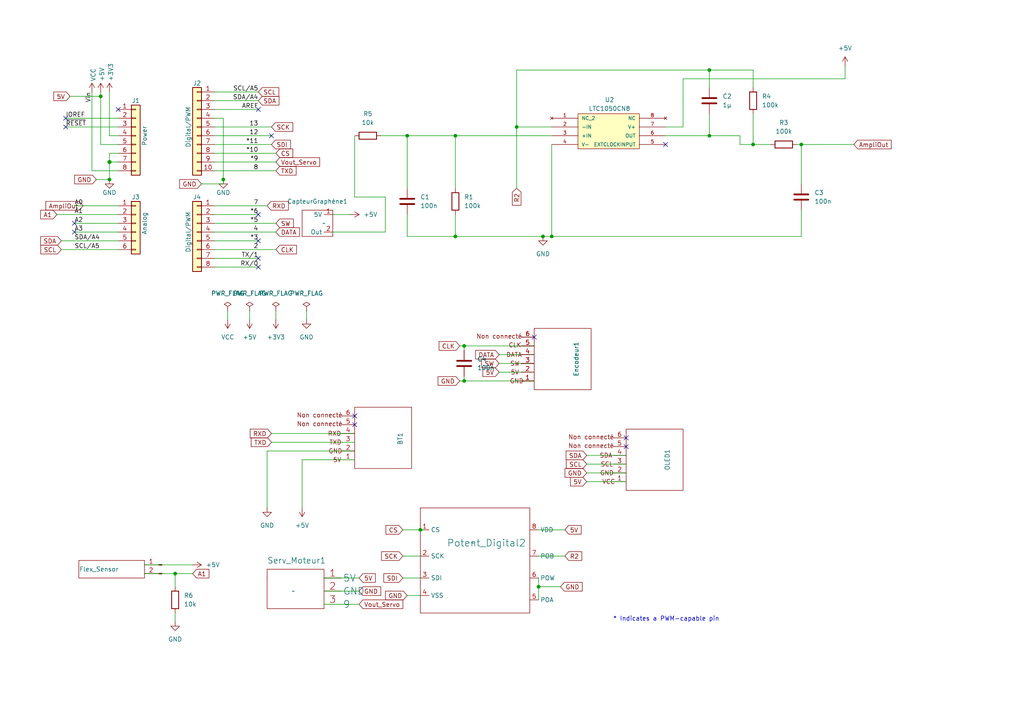
<source format=kicad_sch>
(kicad_sch
	(version 20250114)
	(generator "eeschema")
	(generator_version "9.0")
	(uuid "e63e39d7-6ac0-4ffd-8aa3-1841a4541b55")
	(paper "A4")
	(title_block
		(date "mar. 31 mars 2015")
	)
	(lib_symbols
		(symbol "+3V3_1"
			(power)
			(pin_numbers
				(hide yes)
			)
			(pin_names
				(offset 0)
				(hide yes)
			)
			(exclude_from_sim no)
			(in_bom yes)
			(on_board yes)
			(property "Reference" "#PWR"
				(at 0 -3.81 0)
				(effects
					(font
						(size 1.27 1.27)
					)
					(hide yes)
				)
			)
			(property "Value" "+3V3"
				(at 0 3.556 0)
				(effects
					(font
						(size 1.27 1.27)
					)
				)
			)
			(property "Footprint" ""
				(at 0 0 0)
				(effects
					(font
						(size 1.27 1.27)
					)
					(hide yes)
				)
			)
			(property "Datasheet" ""
				(at 0 0 0)
				(effects
					(font
						(size 1.27 1.27)
					)
					(hide yes)
				)
			)
			(property "Description" "Power symbol creates a global label with name \"+3V3\""
				(at 0 0 0)
				(effects
					(font
						(size 1.27 1.27)
					)
					(hide yes)
				)
			)
			(property "ki_keywords" "global power"
				(at 0 0 0)
				(effects
					(font
						(size 1.27 1.27)
					)
					(hide yes)
				)
			)
			(symbol "+3V3_1_0_1"
				(polyline
					(pts
						(xy -0.762 1.27) (xy 0 2.54)
					)
					(stroke
						(width 0)
						(type default)
					)
					(fill
						(type none)
					)
				)
				(polyline
					(pts
						(xy 0 2.54) (xy 0.762 1.27)
					)
					(stroke
						(width 0)
						(type default)
					)
					(fill
						(type none)
					)
				)
				(polyline
					(pts
						(xy 0 0) (xy 0 2.54)
					)
					(stroke
						(width 0)
						(type default)
					)
					(fill
						(type none)
					)
				)
			)
			(symbol "+3V3_1_1_1"
				(pin power_in line
					(at 0 0 90)
					(length 0)
					(name "~"
						(effects
							(font
								(size 1.27 1.27)
							)
						)
					)
					(number "1"
						(effects
							(font
								(size 1.27 1.27)
							)
						)
					)
				)
			)
			(embedded_fonts no)
		)
		(symbol "+5V_1"
			(power)
			(pin_numbers
				(hide yes)
			)
			(pin_names
				(offset 0)
				(hide yes)
			)
			(exclude_from_sim no)
			(in_bom yes)
			(on_board yes)
			(property "Reference" "#PWR"
				(at 0 -3.81 0)
				(effects
					(font
						(size 1.27 1.27)
					)
					(hide yes)
				)
			)
			(property "Value" "+5V"
				(at 0 3.556 0)
				(effects
					(font
						(size 1.27 1.27)
					)
				)
			)
			(property "Footprint" ""
				(at 0 0 0)
				(effects
					(font
						(size 1.27 1.27)
					)
					(hide yes)
				)
			)
			(property "Datasheet" ""
				(at 0 0 0)
				(effects
					(font
						(size 1.27 1.27)
					)
					(hide yes)
				)
			)
			(property "Description" "Power symbol creates a global label with name \"+5V\""
				(at 0 0 0)
				(effects
					(font
						(size 1.27 1.27)
					)
					(hide yes)
				)
			)
			(property "ki_keywords" "global power"
				(at 0 0 0)
				(effects
					(font
						(size 1.27 1.27)
					)
					(hide yes)
				)
			)
			(symbol "+5V_1_0_1"
				(polyline
					(pts
						(xy -0.762 1.27) (xy 0 2.54)
					)
					(stroke
						(width 0)
						(type default)
					)
					(fill
						(type none)
					)
				)
				(polyline
					(pts
						(xy 0 2.54) (xy 0.762 1.27)
					)
					(stroke
						(width 0)
						(type default)
					)
					(fill
						(type none)
					)
				)
				(polyline
					(pts
						(xy 0 0) (xy 0 2.54)
					)
					(stroke
						(width 0)
						(type default)
					)
					(fill
						(type none)
					)
				)
			)
			(symbol "+5V_1_1_1"
				(pin power_in line
					(at 0 0 90)
					(length 0)
					(name "~"
						(effects
							(font
								(size 1.27 1.27)
							)
						)
					)
					(number "1"
						(effects
							(font
								(size 1.27 1.27)
							)
						)
					)
				)
			)
			(embedded_fonts no)
		)
		(symbol "+5V_2"
			(power)
			(pin_numbers
				(hide yes)
			)
			(pin_names
				(offset 0)
				(hide yes)
			)
			(exclude_from_sim no)
			(in_bom yes)
			(on_board yes)
			(property "Reference" "#PWR"
				(at 0 -3.81 0)
				(effects
					(font
						(size 1.27 1.27)
					)
					(hide yes)
				)
			)
			(property "Value" "+5V"
				(at 0 3.556 0)
				(effects
					(font
						(size 1.27 1.27)
					)
				)
			)
			(property "Footprint" ""
				(at 0 0 0)
				(effects
					(font
						(size 1.27 1.27)
					)
					(hide yes)
				)
			)
			(property "Datasheet" ""
				(at 0 0 0)
				(effects
					(font
						(size 1.27 1.27)
					)
					(hide yes)
				)
			)
			(property "Description" "Power symbol creates a global label with name \"+5V\""
				(at 0 0 0)
				(effects
					(font
						(size 1.27 1.27)
					)
					(hide yes)
				)
			)
			(property "ki_keywords" "global power"
				(at 0 0 0)
				(effects
					(font
						(size 1.27 1.27)
					)
					(hide yes)
				)
			)
			(symbol "+5V_2_0_1"
				(polyline
					(pts
						(xy -0.762 1.27) (xy 0 2.54)
					)
					(stroke
						(width 0)
						(type default)
					)
					(fill
						(type none)
					)
				)
				(polyline
					(pts
						(xy 0 2.54) (xy 0.762 1.27)
					)
					(stroke
						(width 0)
						(type default)
					)
					(fill
						(type none)
					)
				)
				(polyline
					(pts
						(xy 0 0) (xy 0 2.54)
					)
					(stroke
						(width 0)
						(type default)
					)
					(fill
						(type none)
					)
				)
			)
			(symbol "+5V_2_1_1"
				(pin power_in line
					(at 0 0 90)
					(length 0)
					(name "~"
						(effects
							(font
								(size 1.27 1.27)
							)
						)
					)
					(number "1"
						(effects
							(font
								(size 1.27 1.27)
							)
						)
					)
				)
			)
			(embedded_fonts no)
		)
		(symbol "Conn_01x06_2"
			(pin_names
				(offset 1.016)
				(hide yes)
			)
			(exclude_from_sim no)
			(in_bom yes)
			(on_board yes)
			(property "Reference" "J7"
				(at 4.9186 10.16 0)
				(effects
					(font
						(size 1.27 1.27)
					)
					(hide yes)
				)
			)
			(property "Value" "Encodeur1"
				(at 17.272 -3.81 90)
				(effects
					(font
						(size 1.27 1.27)
					)
				)
			)
			(property "Footprint" "kicad_footprints:Bluetooth HC-05"
				(at -0.508 -16.002 0)
				(effects
					(font
						(size 1.27 1.27)
					)
					(hide yes)
				)
			)
			(property "Datasheet" "~"
				(at 0 0 0)
				(effects
					(font
						(size 1.27 1.27)
					)
					(hide yes)
				)
			)
			(property "Description" "Generic connector, single row, 01x06, script generated (kicad-library-utils/schlib/autogen/connector/)"
				(at -1.27 -19.812 0)
				(effects
					(font
						(size 1.27 1.27)
					)
					(hide yes)
				)
			)
			(property "ki_keywords" "connector"
				(at 0 0 0)
				(effects
					(font
						(size 1.27 1.27)
					)
					(hide yes)
				)
			)
			(property "ki_fp_filters" "Connector*:*_1x??_*"
				(at 0 0 0)
				(effects
					(font
						(size 1.27 1.27)
					)
					(hide yes)
				)
			)
			(symbol "Conn_01x06_2_0_1"
				(rectangle
					(start 5.08 5.08)
					(end 21.59 -12.7)
					(stroke
						(width 0)
						(type default)
					)
					(fill
						(type none)
					)
				)
			)
			(symbol "Conn_01x06_2_1_1"
				(text "Non connecté\n"
					(at -5.08 2.794 0)
					(effects
						(font
							(size 1.27 1.27)
						)
					)
				)
				(text "DATA"
					(at -0.762 -2.54 0)
					(effects
						(font
							(size 1.27 1.27)
						)
					)
				)
				(text "CLK"
					(at -0.508 0.254 0)
					(effects
						(font
							(size 1.27 1.27)
						)
					)
				)
				(text "SW"
					(at -0.508 -5.08 0)
					(effects
						(font
							(size 1.27 1.27)
						)
					)
				)
				(text "5V\n"
					(at -0.508 -7.62 0)
					(effects
						(font
							(size 1.27 1.27)
						)
					)
				)
				(text "GND"
					(at 0 -10.16 0)
					(effects
						(font
							(size 1.27 1.27)
						)
					)
				)
				(pin passive line
					(at 5.08 2.54 180)
					(length 3.81)
					(name "Pin_6"
						(effects
							(font
								(size 1.27 1.27)
							)
						)
					)
					(number "6"
						(effects
							(font
								(size 1.27 1.27)
							)
						)
					)
				)
				(pin passive line
					(at 5.08 0 180)
					(length 3.81)
					(name "Pin_5"
						(effects
							(font
								(size 1.27 1.27)
							)
						)
					)
					(number "5"
						(effects
							(font
								(size 1.27 1.27)
							)
						)
					)
				)
				(pin passive line
					(at 5.08 -2.54 180)
					(length 3.81)
					(name "Rx"
						(effects
							(font
								(size 1.27 1.27)
							)
						)
					)
					(number "4"
						(effects
							(font
								(size 1.27 1.27)
							)
						)
					)
				)
				(pin passive line
					(at 5.08 -5.08 180)
					(length 3.81)
					(name "Tx"
						(effects
							(font
								(size 1.27 1.27)
							)
						)
					)
					(number "3"
						(effects
							(font
								(size 1.27 1.27)
							)
						)
					)
				)
				(pin passive line
					(at 5.08 -7.62 180)
					(length 3.81)
					(name "GND"
						(effects
							(font
								(size 1.27 1.27)
							)
						)
					)
					(number "2"
						(effects
							(font
								(size 1.27 1.27)
							)
						)
					)
				)
				(pin passive line
					(at 5.08 -10.16 180)
					(length 3.81)
					(name "5V"
						(effects
							(font
								(size 1.27 1.27)
							)
						)
					)
					(number "1"
						(effects
							(font
								(size 1.27 1.27)
							)
						)
					)
				)
			)
			(embedded_fonts no)
		)
		(symbol "Conn_01x06_4"
			(pin_names
				(offset 1.016)
				(hide yes)
			)
			(exclude_from_sim no)
			(in_bom yes)
			(on_board yes)
			(property "Reference" "J9"
				(at 4.9186 10.16 0)
				(effects
					(font
						(size 1.27 1.27)
					)
					(hide yes)
				)
			)
			(property "Value" "BT1"
				(at 18.288 -4.064 90)
				(effects
					(font
						(size 1.27 1.27)
					)
				)
			)
			(property "Footprint" "kicad_footprints:Bluetooth HC-05"
				(at 0.762 0 0)
				(effects
					(font
						(size 1.27 1.27)
					)
					(hide yes)
				)
			)
			(property "Datasheet" "~"
				(at 0 0 0)
				(effects
					(font
						(size 1.27 1.27)
					)
					(hide yes)
				)
			)
			(property "Description" "Generic connector, single row, 01x06, script generated (kicad-library-utils/schlib/autogen/connector/)"
				(at 0 0 0)
				(effects
					(font
						(size 1.27 1.27)
					)
					(hide yes)
				)
			)
			(property "ki_keywords" "connector"
				(at 0 0 0)
				(effects
					(font
						(size 1.27 1.27)
					)
					(hide yes)
				)
			)
			(property "ki_fp_filters" "Connector*:*_1x??_*"
				(at 0 0 0)
				(effects
					(font
						(size 1.27 1.27)
					)
					(hide yes)
				)
			)
			(symbol "Conn_01x06_4_0_1"
				(rectangle
					(start 5.08 5.08)
					(end 21.59 -12.7)
					(stroke
						(width 0)
						(type default)
					)
					(fill
						(type none)
					)
				)
			)
			(symbol "Conn_01x06_4_1_1"
				(text "Non connecté\n"
					(at -5.08 2.794 0)
					(effects
						(font
							(size 1.27 1.27)
						)
					)
				)
				(text "Non connecté\n"
					(at -5.08 0.254 0)
					(effects
						(font
							(size 1.27 1.27)
						)
					)
				)
				(text "RXD"
					(at -0.762 -2.54 0)
					(effects
						(font
							(size 1.27 1.27)
						)
					)
				)
				(text "TXD"
					(at -0.508 -5.08 0)
					(effects
						(font
							(size 1.27 1.27)
						)
					)
				)
				(text "GND"
					(at -0.508 -7.62 0)
					(effects
						(font
							(size 1.27 1.27)
						)
					)
				)
				(text "5V"
					(at 0 -10.16 0)
					(effects
						(font
							(size 1.27 1.27)
						)
					)
				)
				(pin passive line
					(at 5.08 2.54 180)
					(length 3.81)
					(name "Pin_6"
						(effects
							(font
								(size 1.27 1.27)
							)
						)
					)
					(number "6"
						(effects
							(font
								(size 1.27 1.27)
							)
						)
					)
				)
				(pin passive line
					(at 5.08 0 180)
					(length 3.81)
					(name "Pin_5"
						(effects
							(font
								(size 1.27 1.27)
							)
						)
					)
					(number "5"
						(effects
							(font
								(size 1.27 1.27)
							)
						)
					)
				)
				(pin passive line
					(at 5.08 -2.54 180)
					(length 3.81)
					(name "Rx"
						(effects
							(font
								(size 1.27 1.27)
							)
						)
					)
					(number "4"
						(effects
							(font
								(size 1.27 1.27)
							)
						)
					)
				)
				(pin passive line
					(at 5.08 -5.08 180)
					(length 3.81)
					(name "Tx"
						(effects
							(font
								(size 1.27 1.27)
							)
						)
					)
					(number "3"
						(effects
							(font
								(size 1.27 1.27)
							)
						)
					)
				)
				(pin passive line
					(at 5.08 -7.62 180)
					(length 3.81)
					(name "GND"
						(effects
							(font
								(size 1.27 1.27)
							)
						)
					)
					(number "2"
						(effects
							(font
								(size 1.27 1.27)
							)
						)
					)
				)
				(pin passive line
					(at 5.08 -10.16 180)
					(length 3.81)
					(name "5V"
						(effects
							(font
								(size 1.27 1.27)
							)
						)
					)
					(number "1"
						(effects
							(font
								(size 1.27 1.27)
							)
						)
					)
				)
			)
			(embedded_fonts no)
		)
		(symbol "Conn_01x06_5"
			(pin_names
				(offset 1.016)
				(hide yes)
			)
			(exclude_from_sim no)
			(in_bom yes)
			(on_board yes)
			(property "Reference" "J10"
				(at 4.9186 10.16 0)
				(effects
					(font
						(size 1.27 1.27)
					)
					(hide yes)
				)
			)
			(property "Value" "OLED1"
				(at 17.018 -3.81 90)
				(effects
					(font
						(size 1.27 1.27)
					)
				)
			)
			(property "Footprint" "kicad_footprints:Bluetooth HC-05"
				(at 0.762 0 0)
				(effects
					(font
						(size 1.27 1.27)
					)
					(hide yes)
				)
			)
			(property "Datasheet" "~"
				(at 0 0 0)
				(effects
					(font
						(size 1.27 1.27)
					)
					(hide yes)
				)
			)
			(property "Description" "Generic connector, single row, 01x06, script generated (kicad-library-utils/schlib/autogen/connector/)"
				(at 0 0 0)
				(effects
					(font
						(size 1.27 1.27)
					)
					(hide yes)
				)
			)
			(property "ki_keywords" "connector"
				(at 0 0 0)
				(effects
					(font
						(size 1.27 1.27)
					)
					(hide yes)
				)
			)
			(property "ki_fp_filters" "Connector*:*_1x??_*"
				(at 0 0 0)
				(effects
					(font
						(size 1.27 1.27)
					)
					(hide yes)
				)
			)
			(symbol "Conn_01x06_5_0_1"
				(rectangle
					(start 5.08 5.08)
					(end 21.59 -12.7)
					(stroke
						(width 0)
						(type default)
					)
					(fill
						(type none)
					)
				)
			)
			(symbol "Conn_01x06_5_1_1"
				(text "Non connecté\n"
					(at -5.08 2.794 0)
					(effects
						(font
							(size 1.27 1.27)
						)
					)
				)
				(text "Non connecté\n"
					(at -5.08 0.254 0)
					(effects
						(font
							(size 1.27 1.27)
						)
					)
				)
				(text "SDA"
					(at -0.762 -2.54 0)
					(effects
						(font
							(size 1.27 1.27)
						)
					)
				)
				(text "SCL"
					(at -0.508 -5.08 0)
					(effects
						(font
							(size 1.27 1.27)
						)
					)
				)
				(text "GND"
					(at -0.508 -7.62 0)
					(effects
						(font
							(size 1.27 1.27)
						)
					)
				)
				(text "VCC"
					(at 0 -10.16 0)
					(effects
						(font
							(size 1.27 1.27)
						)
					)
				)
				(pin passive line
					(at 5.08 2.54 180)
					(length 3.81)
					(name "Pin_6"
						(effects
							(font
								(size 1.27 1.27)
							)
						)
					)
					(number "6"
						(effects
							(font
								(size 1.27 1.27)
							)
						)
					)
				)
				(pin passive line
					(at 5.08 0 180)
					(length 3.81)
					(name "Pin_5"
						(effects
							(font
								(size 1.27 1.27)
							)
						)
					)
					(number "5"
						(effects
							(font
								(size 1.27 1.27)
							)
						)
					)
				)
				(pin passive line
					(at 5.08 -2.54 180)
					(length 3.81)
					(name "Rx"
						(effects
							(font
								(size 1.27 1.27)
							)
						)
					)
					(number "4"
						(effects
							(font
								(size 1.27 1.27)
							)
						)
					)
				)
				(pin passive line
					(at 5.08 -5.08 180)
					(length 3.81)
					(name "Tx"
						(effects
							(font
								(size 1.27 1.27)
							)
						)
					)
					(number "3"
						(effects
							(font
								(size 1.27 1.27)
							)
						)
					)
				)
				(pin passive line
					(at 5.08 -7.62 180)
					(length 3.81)
					(name "GND"
						(effects
							(font
								(size 1.27 1.27)
							)
						)
					)
					(number "2"
						(effects
							(font
								(size 1.27 1.27)
							)
						)
					)
				)
				(pin passive line
					(at 5.08 -10.16 180)
					(length 3.81)
					(name "5V"
						(effects
							(font
								(size 1.27 1.27)
							)
						)
					)
					(number "1"
						(effects
							(font
								(size 1.27 1.27)
							)
						)
					)
				)
			)
			(embedded_fonts no)
		)
		(symbol "Connector:Conn_01x02_Pin"
			(pin_names
				(offset 1.016)
				(hide yes)
			)
			(exclude_from_sim no)
			(in_bom yes)
			(on_board yes)
			(property "Reference" "J8"
				(at 0.635 5.08 0)
				(effects
					(font
						(size 1.27 1.27)
					)
					(hide yes)
				)
			)
			(property "Value" "Flex_Sensor"
				(at 4.572 -5.08 0)
				(effects
					(font
						(size 1.27 1.27)
					)
				)
			)
			(property "Footprint" ""
				(at 0 0 0)
				(effects
					(font
						(size 1.27 1.27)
					)
					(hide yes)
				)
			)
			(property "Datasheet" "~"
				(at 0 0 0)
				(effects
					(font
						(size 1.27 1.27)
					)
					(hide yes)
				)
			)
			(property "Description" "Generic connector, single row, 01x02, script generated"
				(at 0 0 0)
				(effects
					(font
						(size 1.27 1.27)
					)
					(hide yes)
				)
			)
			(property "ki_locked" ""
				(at 0 0 0)
				(effects
					(font
						(size 1.27 1.27)
					)
				)
			)
			(property "ki_keywords" "connector"
				(at 0 0 0)
				(effects
					(font
						(size 1.27 1.27)
					)
					(hide yes)
				)
			)
			(property "ki_fp_filters" "Connector*:*_1x??_*"
				(at 0 0 0)
				(effects
					(font
						(size 1.27 1.27)
					)
					(hide yes)
				)
			)
			(symbol "Conn_01x02_Pin_1_1"
				(rectangle
					(start -1.27 -2.54)
					(end 17.78 -7.62)
					(stroke
						(width 0)
						(type default)
					)
					(fill
						(type none)
					)
				)
				(polyline
					(pts
						(xy 21.59 -3.81) (xy 21.9964 -3.81)
					)
					(stroke
						(width 0.1524)
						(type default)
					)
					(fill
						(type none)
					)
				)
				(polyline
					(pts
						(xy 21.59 -6.35) (xy 21.9964 -6.35)
					)
					(stroke
						(width 0.1524)
						(type default)
					)
					(fill
						(type none)
					)
				)
				(rectangle
					(start 21.9964 -3.683)
					(end 22.86 -3.937)
					(stroke
						(width 0.1524)
						(type default)
					)
					(fill
						(type outline)
					)
				)
				(rectangle
					(start 21.9964 -6.223)
					(end 22.86 -6.477)
					(stroke
						(width 0.1524)
						(type default)
					)
					(fill
						(type outline)
					)
				)
				(pin passive line
					(at 17.78 -3.81 0)
					(length 3.81)
					(name "Pin_1"
						(effects
							(font
								(size 1.27 1.27)
							)
						)
					)
					(number "1"
						(effects
							(font
								(size 1.27 1.27)
							)
						)
					)
				)
				(pin passive line
					(at 17.78 -6.35 0)
					(length 3.81)
					(name "Pin_2"
						(effects
							(font
								(size 1.27 1.27)
							)
						)
					)
					(number "2"
						(effects
							(font
								(size 1.27 1.27)
							)
						)
					)
				)
			)
			(embedded_fonts no)
		)
		(symbol "Connector_Generic:Conn_01x06"
			(pin_names
				(offset 1.016)
				(hide yes)
			)
			(exclude_from_sim no)
			(in_bom yes)
			(on_board yes)
			(property "Reference" "J"
				(at 0 7.62 0)
				(effects
					(font
						(size 1.27 1.27)
					)
				)
			)
			(property "Value" "Conn_01x06"
				(at 0 -10.16 0)
				(effects
					(font
						(size 1.27 1.27)
					)
				)
			)
			(property "Footprint" ""
				(at 0 0 0)
				(effects
					(font
						(size 1.27 1.27)
					)
					(hide yes)
				)
			)
			(property "Datasheet" "~"
				(at 0 0 0)
				(effects
					(font
						(size 1.27 1.27)
					)
					(hide yes)
				)
			)
			(property "Description" "Generic connector, single row, 01x06, script generated (kicad-library-utils/schlib/autogen/connector/)"
				(at 0 0 0)
				(effects
					(font
						(size 1.27 1.27)
					)
					(hide yes)
				)
			)
			(property "ki_keywords" "connector"
				(at 0 0 0)
				(effects
					(font
						(size 1.27 1.27)
					)
					(hide yes)
				)
			)
			(property "ki_fp_filters" "Connector*:*_1x??_*"
				(at 0 0 0)
				(effects
					(font
						(size 1.27 1.27)
					)
					(hide yes)
				)
			)
			(symbol "Conn_01x06_1_1"
				(rectangle
					(start -1.27 6.35)
					(end 1.27 -8.89)
					(stroke
						(width 0.254)
						(type default)
					)
					(fill
						(type background)
					)
				)
				(rectangle
					(start -1.27 5.207)
					(end 0 4.953)
					(stroke
						(width 0.1524)
						(type default)
					)
					(fill
						(type none)
					)
				)
				(rectangle
					(start -1.27 2.667)
					(end 0 2.413)
					(stroke
						(width 0.1524)
						(type default)
					)
					(fill
						(type none)
					)
				)
				(rectangle
					(start -1.27 0.127)
					(end 0 -0.127)
					(stroke
						(width 0.1524)
						(type default)
					)
					(fill
						(type none)
					)
				)
				(rectangle
					(start -1.27 -2.413)
					(end 0 -2.667)
					(stroke
						(width 0.1524)
						(type default)
					)
					(fill
						(type none)
					)
				)
				(rectangle
					(start -1.27 -4.953)
					(end 0 -5.207)
					(stroke
						(width 0.1524)
						(type default)
					)
					(fill
						(type none)
					)
				)
				(rectangle
					(start -1.27 -7.493)
					(end 0 -7.747)
					(stroke
						(width 0.1524)
						(type default)
					)
					(fill
						(type none)
					)
				)
				(pin passive line
					(at -5.08 5.08 0)
					(length 3.81)
					(name "Pin_1"
						(effects
							(font
								(size 1.27 1.27)
							)
						)
					)
					(number "1"
						(effects
							(font
								(size 1.27 1.27)
							)
						)
					)
				)
				(pin passive line
					(at -5.08 2.54 0)
					(length 3.81)
					(name "Pin_2"
						(effects
							(font
								(size 1.27 1.27)
							)
						)
					)
					(number "2"
						(effects
							(font
								(size 1.27 1.27)
							)
						)
					)
				)
				(pin passive line
					(at -5.08 0 0)
					(length 3.81)
					(name "Pin_3"
						(effects
							(font
								(size 1.27 1.27)
							)
						)
					)
					(number "3"
						(effects
							(font
								(size 1.27 1.27)
							)
						)
					)
				)
				(pin passive line
					(at -5.08 -2.54 0)
					(length 3.81)
					(name "Pin_4"
						(effects
							(font
								(size 1.27 1.27)
							)
						)
					)
					(number "4"
						(effects
							(font
								(size 1.27 1.27)
							)
						)
					)
				)
				(pin passive line
					(at -5.08 -5.08 0)
					(length 3.81)
					(name "Pin_5"
						(effects
							(font
								(size 1.27 1.27)
							)
						)
					)
					(number "5"
						(effects
							(font
								(size 1.27 1.27)
							)
						)
					)
				)
				(pin passive line
					(at -5.08 -7.62 0)
					(length 3.81)
					(name "Pin_6"
						(effects
							(font
								(size 1.27 1.27)
							)
						)
					)
					(number "6"
						(effects
							(font
								(size 1.27 1.27)
							)
						)
					)
				)
			)
			(embedded_fonts no)
		)
		(symbol "Connector_Generic:Conn_01x08"
			(pin_names
				(offset 1.016)
				(hide yes)
			)
			(exclude_from_sim no)
			(in_bom yes)
			(on_board yes)
			(property "Reference" "J"
				(at 0 10.16 0)
				(effects
					(font
						(size 1.27 1.27)
					)
				)
			)
			(property "Value" "Conn_01x08"
				(at 0 -12.7 0)
				(effects
					(font
						(size 1.27 1.27)
					)
				)
			)
			(property "Footprint" ""
				(at 0 0 0)
				(effects
					(font
						(size 1.27 1.27)
					)
					(hide yes)
				)
			)
			(property "Datasheet" "~"
				(at 0 0 0)
				(effects
					(font
						(size 1.27 1.27)
					)
					(hide yes)
				)
			)
			(property "Description" "Generic connector, single row, 01x08, script generated (kicad-library-utils/schlib/autogen/connector/)"
				(at 0 0 0)
				(effects
					(font
						(size 1.27 1.27)
					)
					(hide yes)
				)
			)
			(property "ki_keywords" "connector"
				(at 0 0 0)
				(effects
					(font
						(size 1.27 1.27)
					)
					(hide yes)
				)
			)
			(property "ki_fp_filters" "Connector*:*_1x??_*"
				(at 0 0 0)
				(effects
					(font
						(size 1.27 1.27)
					)
					(hide yes)
				)
			)
			(symbol "Conn_01x08_1_1"
				(rectangle
					(start -1.27 8.89)
					(end 1.27 -11.43)
					(stroke
						(width 0.254)
						(type default)
					)
					(fill
						(type background)
					)
				)
				(rectangle
					(start -1.27 7.747)
					(end 0 7.493)
					(stroke
						(width 0.1524)
						(type default)
					)
					(fill
						(type none)
					)
				)
				(rectangle
					(start -1.27 5.207)
					(end 0 4.953)
					(stroke
						(width 0.1524)
						(type default)
					)
					(fill
						(type none)
					)
				)
				(rectangle
					(start -1.27 2.667)
					(end 0 2.413)
					(stroke
						(width 0.1524)
						(type default)
					)
					(fill
						(type none)
					)
				)
				(rectangle
					(start -1.27 0.127)
					(end 0 -0.127)
					(stroke
						(width 0.1524)
						(type default)
					)
					(fill
						(type none)
					)
				)
				(rectangle
					(start -1.27 -2.413)
					(end 0 -2.667)
					(stroke
						(width 0.1524)
						(type default)
					)
					(fill
						(type none)
					)
				)
				(rectangle
					(start -1.27 -4.953)
					(end 0 -5.207)
					(stroke
						(width 0.1524)
						(type default)
					)
					(fill
						(type none)
					)
				)
				(rectangle
					(start -1.27 -7.493)
					(end 0 -7.747)
					(stroke
						(width 0.1524)
						(type default)
					)
					(fill
						(type none)
					)
				)
				(rectangle
					(start -1.27 -10.033)
					(end 0 -10.287)
					(stroke
						(width 0.1524)
						(type default)
					)
					(fill
						(type none)
					)
				)
				(pin passive line
					(at -5.08 7.62 0)
					(length 3.81)
					(name "Pin_1"
						(effects
							(font
								(size 1.27 1.27)
							)
						)
					)
					(number "1"
						(effects
							(font
								(size 1.27 1.27)
							)
						)
					)
				)
				(pin passive line
					(at -5.08 5.08 0)
					(length 3.81)
					(name "Pin_2"
						(effects
							(font
								(size 1.27 1.27)
							)
						)
					)
					(number "2"
						(effects
							(font
								(size 1.27 1.27)
							)
						)
					)
				)
				(pin passive line
					(at -5.08 2.54 0)
					(length 3.81)
					(name "Pin_3"
						(effects
							(font
								(size 1.27 1.27)
							)
						)
					)
					(number "3"
						(effects
							(font
								(size 1.27 1.27)
							)
						)
					)
				)
				(pin passive line
					(at -5.08 0 0)
					(length 3.81)
					(name "Pin_4"
						(effects
							(font
								(size 1.27 1.27)
							)
						)
					)
					(number "4"
						(effects
							(font
								(size 1.27 1.27)
							)
						)
					)
				)
				(pin passive line
					(at -5.08 -2.54 0)
					(length 3.81)
					(name "Pin_5"
						(effects
							(font
								(size 1.27 1.27)
							)
						)
					)
					(number "5"
						(effects
							(font
								(size 1.27 1.27)
							)
						)
					)
				)
				(pin passive line
					(at -5.08 -5.08 0)
					(length 3.81)
					(name "Pin_6"
						(effects
							(font
								(size 1.27 1.27)
							)
						)
					)
					(number "6"
						(effects
							(font
								(size 1.27 1.27)
							)
						)
					)
				)
				(pin passive line
					(at -5.08 -7.62 0)
					(length 3.81)
					(name "Pin_7"
						(effects
							(font
								(size 1.27 1.27)
							)
						)
					)
					(number "7"
						(effects
							(font
								(size 1.27 1.27)
							)
						)
					)
				)
				(pin passive line
					(at -5.08 -10.16 0)
					(length 3.81)
					(name "Pin_8"
						(effects
							(font
								(size 1.27 1.27)
							)
						)
					)
					(number "8"
						(effects
							(font
								(size 1.27 1.27)
							)
						)
					)
				)
			)
			(embedded_fonts no)
		)
		(symbol "Connector_Generic:Conn_01x10"
			(pin_names
				(offset 1.016)
				(hide yes)
			)
			(exclude_from_sim no)
			(in_bom yes)
			(on_board yes)
			(property "Reference" "J"
				(at 0 12.7 0)
				(effects
					(font
						(size 1.27 1.27)
					)
				)
			)
			(property "Value" "Conn_01x10"
				(at 0 -15.24 0)
				(effects
					(font
						(size 1.27 1.27)
					)
				)
			)
			(property "Footprint" ""
				(at 0 0 0)
				(effects
					(font
						(size 1.27 1.27)
					)
					(hide yes)
				)
			)
			(property "Datasheet" "~"
				(at 0 0 0)
				(effects
					(font
						(size 1.27 1.27)
					)
					(hide yes)
				)
			)
			(property "Description" "Generic connector, single row, 01x10, script generated (kicad-library-utils/schlib/autogen/connector/)"
				(at 0 0 0)
				(effects
					(font
						(size 1.27 1.27)
					)
					(hide yes)
				)
			)
			(property "ki_keywords" "connector"
				(at 0 0 0)
				(effects
					(font
						(size 1.27 1.27)
					)
					(hide yes)
				)
			)
			(property "ki_fp_filters" "Connector*:*_1x??_*"
				(at 0 0 0)
				(effects
					(font
						(size 1.27 1.27)
					)
					(hide yes)
				)
			)
			(symbol "Conn_01x10_1_1"
				(rectangle
					(start -1.27 11.43)
					(end 1.27 -13.97)
					(stroke
						(width 0.254)
						(type default)
					)
					(fill
						(type background)
					)
				)
				(rectangle
					(start -1.27 10.287)
					(end 0 10.033)
					(stroke
						(width 0.1524)
						(type default)
					)
					(fill
						(type none)
					)
				)
				(rectangle
					(start -1.27 7.747)
					(end 0 7.493)
					(stroke
						(width 0.1524)
						(type default)
					)
					(fill
						(type none)
					)
				)
				(rectangle
					(start -1.27 5.207)
					(end 0 4.953)
					(stroke
						(width 0.1524)
						(type default)
					)
					(fill
						(type none)
					)
				)
				(rectangle
					(start -1.27 2.667)
					(end 0 2.413)
					(stroke
						(width 0.1524)
						(type default)
					)
					(fill
						(type none)
					)
				)
				(rectangle
					(start -1.27 0.127)
					(end 0 -0.127)
					(stroke
						(width 0.1524)
						(type default)
					)
					(fill
						(type none)
					)
				)
				(rectangle
					(start -1.27 -2.413)
					(end 0 -2.667)
					(stroke
						(width 0.1524)
						(type default)
					)
					(fill
						(type none)
					)
				)
				(rectangle
					(start -1.27 -4.953)
					(end 0 -5.207)
					(stroke
						(width 0.1524)
						(type default)
					)
					(fill
						(type none)
					)
				)
				(rectangle
					(start -1.27 -7.493)
					(end 0 -7.747)
					(stroke
						(width 0.1524)
						(type default)
					)
					(fill
						(type none)
					)
				)
				(rectangle
					(start -1.27 -10.033)
					(end 0 -10.287)
					(stroke
						(width 0.1524)
						(type default)
					)
					(fill
						(type none)
					)
				)
				(rectangle
					(start -1.27 -12.573)
					(end 0 -12.827)
					(stroke
						(width 0.1524)
						(type default)
					)
					(fill
						(type none)
					)
				)
				(pin passive line
					(at -5.08 10.16 0)
					(length 3.81)
					(name "Pin_1"
						(effects
							(font
								(size 1.27 1.27)
							)
						)
					)
					(number "1"
						(effects
							(font
								(size 1.27 1.27)
							)
						)
					)
				)
				(pin passive line
					(at -5.08 7.62 0)
					(length 3.81)
					(name "Pin_2"
						(effects
							(font
								(size 1.27 1.27)
							)
						)
					)
					(number "2"
						(effects
							(font
								(size 1.27 1.27)
							)
						)
					)
				)
				(pin passive line
					(at -5.08 5.08 0)
					(length 3.81)
					(name "Pin_3"
						(effects
							(font
								(size 1.27 1.27)
							)
						)
					)
					(number "3"
						(effects
							(font
								(size 1.27 1.27)
							)
						)
					)
				)
				(pin passive line
					(at -5.08 2.54 0)
					(length 3.81)
					(name "Pin_4"
						(effects
							(font
								(size 1.27 1.27)
							)
						)
					)
					(number "4"
						(effects
							(font
								(size 1.27 1.27)
							)
						)
					)
				)
				(pin passive line
					(at -5.08 0 0)
					(length 3.81)
					(name "Pin_5"
						(effects
							(font
								(size 1.27 1.27)
							)
						)
					)
					(number "5"
						(effects
							(font
								(size 1.27 1.27)
							)
						)
					)
				)
				(pin passive line
					(at -5.08 -2.54 0)
					(length 3.81)
					(name "Pin_6"
						(effects
							(font
								(size 1.27 1.27)
							)
						)
					)
					(number "6"
						(effects
							(font
								(size 1.27 1.27)
							)
						)
					)
				)
				(pin passive line
					(at -5.08 -5.08 0)
					(length 3.81)
					(name "Pin_7"
						(effects
							(font
								(size 1.27 1.27)
							)
						)
					)
					(number "7"
						(effects
							(font
								(size 1.27 1.27)
							)
						)
					)
				)
				(pin passive line
					(at -5.08 -7.62 0)
					(length 3.81)
					(name "Pin_8"
						(effects
							(font
								(size 1.27 1.27)
							)
						)
					)
					(number "8"
						(effects
							(font
								(size 1.27 1.27)
							)
						)
					)
				)
				(pin passive line
					(at -5.08 -10.16 0)
					(length 3.81)
					(name "Pin_9"
						(effects
							(font
								(size 1.27 1.27)
							)
						)
					)
					(number "9"
						(effects
							(font
								(size 1.27 1.27)
							)
						)
					)
				)
				(pin passive line
					(at -5.08 -12.7 0)
					(length 3.81)
					(name "Pin_10"
						(effects
							(font
								(size 1.27 1.27)
							)
						)
					)
					(number "10"
						(effects
							(font
								(size 1.27 1.27)
							)
						)
					)
				)
			)
			(embedded_fonts no)
		)
		(symbol "Device:C"
			(pin_numbers
				(hide yes)
			)
			(pin_names
				(offset 0.254)
			)
			(exclude_from_sim no)
			(in_bom yes)
			(on_board yes)
			(property "Reference" "C"
				(at 0.635 2.54 0)
				(effects
					(font
						(size 1.27 1.27)
					)
					(justify left)
				)
			)
			(property "Value" "C"
				(at 0.635 -2.54 0)
				(effects
					(font
						(size 1.27 1.27)
					)
					(justify left)
				)
			)
			(property "Footprint" ""
				(at 0.9652 -3.81 0)
				(effects
					(font
						(size 1.27 1.27)
					)
					(hide yes)
				)
			)
			(property "Datasheet" "~"
				(at 0 0 0)
				(effects
					(font
						(size 1.27 1.27)
					)
					(hide yes)
				)
			)
			(property "Description" "Unpolarized capacitor"
				(at 0 0 0)
				(effects
					(font
						(size 1.27 1.27)
					)
					(hide yes)
				)
			)
			(property "ki_keywords" "cap capacitor"
				(at 0 0 0)
				(effects
					(font
						(size 1.27 1.27)
					)
					(hide yes)
				)
			)
			(property "ki_fp_filters" "C_*"
				(at 0 0 0)
				(effects
					(font
						(size 1.27 1.27)
					)
					(hide yes)
				)
			)
			(symbol "C_0_1"
				(polyline
					(pts
						(xy -2.032 0.762) (xy 2.032 0.762)
					)
					(stroke
						(width 0.508)
						(type default)
					)
					(fill
						(type none)
					)
				)
				(polyline
					(pts
						(xy -2.032 -0.762) (xy 2.032 -0.762)
					)
					(stroke
						(width 0.508)
						(type default)
					)
					(fill
						(type none)
					)
				)
			)
			(symbol "C_1_1"
				(pin passive line
					(at 0 3.81 270)
					(length 2.794)
					(name "~"
						(effects
							(font
								(size 1.27 1.27)
							)
						)
					)
					(number "1"
						(effects
							(font
								(size 1.27 1.27)
							)
						)
					)
				)
				(pin passive line
					(at 0 -3.81 90)
					(length 2.794)
					(name "~"
						(effects
							(font
								(size 1.27 1.27)
							)
						)
					)
					(number "2"
						(effects
							(font
								(size 1.27 1.27)
							)
						)
					)
				)
			)
			(embedded_fonts no)
		)
		(symbol "Device:R"
			(pin_numbers
				(hide yes)
			)
			(pin_names
				(offset 0)
			)
			(exclude_from_sim no)
			(in_bom yes)
			(on_board yes)
			(property "Reference" "R"
				(at 2.032 0 90)
				(effects
					(font
						(size 1.27 1.27)
					)
				)
			)
			(property "Value" "R"
				(at 0 0 90)
				(effects
					(font
						(size 1.27 1.27)
					)
				)
			)
			(property "Footprint" ""
				(at -1.778 0 90)
				(effects
					(font
						(size 1.27 1.27)
					)
					(hide yes)
				)
			)
			(property "Datasheet" "~"
				(at 0 0 0)
				(effects
					(font
						(size 1.27 1.27)
					)
					(hide yes)
				)
			)
			(property "Description" "Resistor"
				(at 0 0 0)
				(effects
					(font
						(size 1.27 1.27)
					)
					(hide yes)
				)
			)
			(property "ki_keywords" "R res resistor"
				(at 0 0 0)
				(effects
					(font
						(size 1.27 1.27)
					)
					(hide yes)
				)
			)
			(property "ki_fp_filters" "R_*"
				(at 0 0 0)
				(effects
					(font
						(size 1.27 1.27)
					)
					(hide yes)
				)
			)
			(symbol "R_0_1"
				(rectangle
					(start -1.016 -2.54)
					(end 1.016 2.54)
					(stroke
						(width 0.254)
						(type default)
					)
					(fill
						(type none)
					)
				)
			)
			(symbol "R_1_1"
				(pin passive line
					(at 0 3.81 270)
					(length 1.27)
					(name "~"
						(effects
							(font
								(size 1.27 1.27)
							)
						)
					)
					(number "1"
						(effects
							(font
								(size 1.27 1.27)
							)
						)
					)
				)
				(pin passive line
					(at 0 -3.81 90)
					(length 1.27)
					(name "~"
						(effects
							(font
								(size 1.27 1.27)
							)
						)
					)
					(number "2"
						(effects
							(font
								(size 1.27 1.27)
							)
						)
					)
				)
			)
			(embedded_fonts no)
		)
		(symbol "GND_1"
			(power)
			(pin_numbers
				(hide yes)
			)
			(pin_names
				(offset 0)
				(hide yes)
			)
			(exclude_from_sim no)
			(in_bom yes)
			(on_board yes)
			(property "Reference" "#PWR"
				(at 0 -6.35 0)
				(effects
					(font
						(size 1.27 1.27)
					)
					(hide yes)
				)
			)
			(property "Value" "GND"
				(at 0 -3.81 0)
				(effects
					(font
						(size 1.27 1.27)
					)
				)
			)
			(property "Footprint" ""
				(at 0 0 0)
				(effects
					(font
						(size 1.27 1.27)
					)
					(hide yes)
				)
			)
			(property "Datasheet" ""
				(at 0 0 0)
				(effects
					(font
						(size 1.27 1.27)
					)
					(hide yes)
				)
			)
			(property "Description" "Power symbol creates a global label with name \"GND\" , ground"
				(at 0 0 0)
				(effects
					(font
						(size 1.27 1.27)
					)
					(hide yes)
				)
			)
			(property "ki_keywords" "global power"
				(at 0 0 0)
				(effects
					(font
						(size 1.27 1.27)
					)
					(hide yes)
				)
			)
			(symbol "GND_1_0_1"
				(polyline
					(pts
						(xy 0 0) (xy 0 -1.27) (xy 1.27 -1.27) (xy 0 -2.54) (xy -1.27 -1.27) (xy 0 -1.27)
					)
					(stroke
						(width 0)
						(type default)
					)
					(fill
						(type none)
					)
				)
			)
			(symbol "GND_1_1_1"
				(pin power_in line
					(at 0 0 270)
					(length 0)
					(name "~"
						(effects
							(font
								(size 1.27 1.27)
							)
						)
					)
					(number "1"
						(effects
							(font
								(size 1.27 1.27)
							)
						)
					)
				)
			)
			(embedded_fonts no)
		)
		(symbol "GND_3"
			(power)
			(pin_numbers
				(hide yes)
			)
			(pin_names
				(offset 0)
				(hide yes)
			)
			(exclude_from_sim no)
			(in_bom yes)
			(on_board yes)
			(property "Reference" "#PWR"
				(at 0 -6.35 0)
				(effects
					(font
						(size 1.27 1.27)
					)
					(hide yes)
				)
			)
			(property "Value" "GND"
				(at 0 -3.81 0)
				(effects
					(font
						(size 1.27 1.27)
					)
				)
			)
			(property "Footprint" ""
				(at 0 0 0)
				(effects
					(font
						(size 1.27 1.27)
					)
					(hide yes)
				)
			)
			(property "Datasheet" ""
				(at 0 0 0)
				(effects
					(font
						(size 1.27 1.27)
					)
					(hide yes)
				)
			)
			(property "Description" "Power symbol creates a global label with name \"GND\" , ground"
				(at 0 0 0)
				(effects
					(font
						(size 1.27 1.27)
					)
					(hide yes)
				)
			)
			(property "ki_keywords" "global power"
				(at 0 0 0)
				(effects
					(font
						(size 1.27 1.27)
					)
					(hide yes)
				)
			)
			(symbol "GND_3_0_1"
				(polyline
					(pts
						(xy 0 0) (xy 0 -1.27) (xy 1.27 -1.27) (xy 0 -2.54) (xy -1.27 -1.27) (xy 0 -1.27)
					)
					(stroke
						(width 0)
						(type default)
					)
					(fill
						(type none)
					)
				)
			)
			(symbol "GND_3_1_1"
				(pin power_in line
					(at 0 0 270)
					(length 0)
					(name "~"
						(effects
							(font
								(size 1.27 1.27)
							)
						)
					)
					(number "1"
						(effects
							(font
								(size 1.27 1.27)
							)
						)
					)
				)
			)
			(embedded_fonts no)
		)
		(symbol "LTC1050CN8:LTC1050CN8"
			(pin_names
				(offset 1.016)
			)
			(exclude_from_sim no)
			(in_bom yes)
			(on_board yes)
			(property "Reference" "U2"
				(at 16.764 -6.096 0)
				(effects
					(font
						(size 1.27 1.27)
					)
				)
			)
			(property "Value" "LTC1050CN8"
				(at 16.764 -8.636 0)
				(effects
					(font
						(size 1.27 1.27)
					)
				)
			)
			(property "Footprint" "Package_DIP:DIP-8_W7.62mm"
				(at 0 0 0)
				(effects
					(font
						(size 1.27 1.27)
					)
					(justify bottom)
					(hide yes)
				)
			)
			(property "Datasheet" ""
				(at 0 0 0)
				(effects
					(font
						(size 1.27 1.27)
					)
					(hide yes)
				)
			)
			(property "Description" "Zero-Drift Amplifier 1 Circuit - 8-PDIP"
				(at 0 0 0)
				(effects
					(font
						(size 1.27 1.27)
					)
					(justify bottom)
					(hide yes)
				)
			)
			(property "MF" "Analog Devices"
				(at 0 -7.62 0)
				(effects
					(font
						(size 1.27 1.27)
					)
					(justify bottom)
					(hide yes)
				)
			)
			(property "VENDOR" "Linear Technology"
				(at 0 -7.62 0)
				(effects
					(font
						(size 1.27 1.27)
					)
					(justify bottom)
					(hide yes)
				)
			)
			(property "COPYRIGHT" "Copyright C 2016 Accelerated Designs. All rights reserved"
				(at 0 0 0)
				(effects
					(font
						(size 1.27 1.27)
					)
					(justify bottom)
					(hide yes)
				)
			)
			(property "Package" "PDIP-8 Linear Technology"
				(at 0 0 0)
				(effects
					(font
						(size 1.27 1.27)
					)
					(justify bottom)
					(hide yes)
				)
			)
			(property "Price" "None"
				(at 0 -7.62 0)
				(effects
					(font
						(size 1.27 1.27)
					)
					(justify bottom)
					(hide yes)
				)
			)
			(property "Check_prices" "https://www.snapeda.com/parts/LTC1050CN8/Analog+Devices/view-part/?ref=eda"
				(at 0 0 0)
				(effects
					(font
						(size 1.27 1.27)
					)
					(justify bottom)
					(hide yes)
				)
			)
			(property "SnapEDA_Link" "https://www.snapeda.com/parts/LTC1050CN8/Analog+Devices/view-part/?ref=snap"
				(at 0 0 0)
				(effects
					(font
						(size 1.27 1.27)
					)
					(justify bottom)
					(hide yes)
				)
			)
			(property "MP" "LTC1050CN8"
				(at 0 -7.62 0)
				(effects
					(font
						(size 1.27 1.27)
					)
					(justify bottom)
					(hide yes)
				)
			)
			(property "Purchase-URL" "https://www.snapeda.com/api/url_track_click_mouser/?unipart_id=2711818&manufacturer=Analog Devices&part_name=LTC1050CN8&search_term=ltc1050cn8"
				(at 0 0 0)
				(effects
					(font
						(size 1.27 1.27)
					)
					(justify bottom)
					(hide yes)
				)
			)
			(property "Availability" "In Stock"
				(at 0 -7.62 0)
				(effects
					(font
						(size 1.27 1.27)
					)
					(justify bottom)
					(hide yes)
				)
			)
			(property "MANUFACTURER_PART_NUMBER" "ltc1050cn8"
				(at 0 -7.62 0)
				(effects
					(font
						(size 1.27 1.27)
					)
					(justify bottom)
					(hide yes)
				)
			)
			(symbol "LTC1050CN8_0_0"
				(rectangle
					(start 7.62 -10.16)
					(end 25.4 -20.32)
					(stroke
						(width 0.1524)
						(type default)
					)
					(fill
						(type background)
					)
				)
				(pin no_connect line
					(at 0 -11.43 0)
					(length 7.62)
					(name "NC_2"
						(effects
							(font
								(size 1.016 1.016)
							)
						)
					)
					(number "1"
						(effects
							(font
								(size 1.016 1.016)
							)
						)
					)
				)
				(pin input line
					(at 0 -13.97 0)
					(length 7.62)
					(name "-IN"
						(effects
							(font
								(size 1.016 1.016)
							)
						)
					)
					(number "2"
						(effects
							(font
								(size 1.016 1.016)
							)
						)
					)
				)
				(pin input line
					(at 0 -16.51 0)
					(length 7.62)
					(name "+IN"
						(effects
							(font
								(size 1.016 1.016)
							)
						)
					)
					(number "3"
						(effects
							(font
								(size 1.016 1.016)
							)
						)
					)
				)
				(pin power_in line
					(at 0 -19.05 0)
					(length 7.62)
					(name "V-"
						(effects
							(font
								(size 1.016 1.016)
							)
						)
					)
					(number "4"
						(effects
							(font
								(size 1.016 1.016)
							)
						)
					)
				)
				(pin no_connect line
					(at 33.02 -11.43 180)
					(length 7.62)
					(name "NC"
						(effects
							(font
								(size 1.016 1.016)
							)
						)
					)
					(number "8"
						(effects
							(font
								(size 1.016 1.016)
							)
						)
					)
				)
				(pin power_in line
					(at 33.02 -13.97 180)
					(length 7.62)
					(name "V+"
						(effects
							(font
								(size 1.016 1.016)
							)
						)
					)
					(number "7"
						(effects
							(font
								(size 1.016 1.016)
							)
						)
					)
				)
				(pin output line
					(at 33.02 -16.51 180)
					(length 7.62)
					(name "OUT"
						(effects
							(font
								(size 1.016 1.016)
							)
						)
					)
					(number "6"
						(effects
							(font
								(size 1.016 1.016)
							)
						)
					)
				)
				(pin input line
					(at 33.02 -19.05 180)
					(length 7.62)
					(name "EXTCLOCKINPUT"
						(effects
							(font
								(size 1.016 1.016)
							)
						)
					)
					(number "5"
						(effects
							(font
								(size 1.016 1.016)
							)
						)
					)
				)
			)
			(embedded_fonts no)
		)
		(symbol "Malibrairie:Capteur_Graphène"
			(exclude_from_sim no)
			(in_bom yes)
			(on_board yes)
			(property "Reference" "CapteurGraphène1"
				(at -1.905 6.35 0)
				(effects
					(font
						(size 1.27 1.27)
					)
				)
			)
			(property "Value" "~"
				(at 0 0 0)
				(effects
					(font
						(size 1.27 1.27)
					)
				)
			)
			(property "Footprint" "Empreintes:CAPTEUR GRAPHENE"
				(at 0 0 0)
				(effects
					(font
						(size 1.27 1.27)
					)
					(hide yes)
				)
			)
			(property "Datasheet" ""
				(at 0 0 0)
				(effects
					(font
						(size 1.27 1.27)
					)
					(hide yes)
				)
			)
			(property "Description" ""
				(at 0 0 0)
				(effects
					(font
						(size 1.27 1.27)
					)
				)
			)
			(symbol "Capteur_Graphène_0_1"
				(rectangle
					(start -6.35 3.81)
					(end 2.54 -3.81)
					(stroke
						(width 0)
						(type default)
					)
					(fill
						(type none)
					)
				)
			)
			(symbol "Capteur_Graphène_1_1"
				(pin passive line
					(at 2.54 2.54 180)
					(length 2.54)
					(name "5V"
						(effects
							(font
								(size 1.27 1.27)
							)
						)
					)
					(number "1"
						(effects
							(font
								(size 1.27 1.27)
							)
						)
					)
				)
				(pin passive line
					(at 2.54 -2.54 180)
					(length 2.54)
					(name "Out"
						(effects
							(font
								(size 1.27 1.27)
							)
						)
					)
					(number "2"
						(effects
							(font
								(size 1.27 1.27)
							)
						)
					)
				)
			)
			(embedded_fonts no)
		)
		(symbol "VCC_1"
			(power)
			(pin_numbers
				(hide yes)
			)
			(pin_names
				(offset 0)
				(hide yes)
			)
			(exclude_from_sim no)
			(in_bom yes)
			(on_board yes)
			(property "Reference" "#PWR"
				(at 0 -3.81 0)
				(effects
					(font
						(size 1.27 1.27)
					)
					(hide yes)
				)
			)
			(property "Value" "VCC"
				(at 0 3.556 0)
				(effects
					(font
						(size 1.27 1.27)
					)
				)
			)
			(property "Footprint" ""
				(at 0 0 0)
				(effects
					(font
						(size 1.27 1.27)
					)
					(hide yes)
				)
			)
			(property "Datasheet" ""
				(at 0 0 0)
				(effects
					(font
						(size 1.27 1.27)
					)
					(hide yes)
				)
			)
			(property "Description" "Power symbol creates a global label with name \"VCC\""
				(at 0 0 0)
				(effects
					(font
						(size 1.27 1.27)
					)
					(hide yes)
				)
			)
			(property "ki_keywords" "global power"
				(at 0 0 0)
				(effects
					(font
						(size 1.27 1.27)
					)
					(hide yes)
				)
			)
			(symbol "VCC_1_0_1"
				(polyline
					(pts
						(xy -0.762 1.27) (xy 0 2.54)
					)
					(stroke
						(width 0)
						(type default)
					)
					(fill
						(type none)
					)
				)
				(polyline
					(pts
						(xy 0 2.54) (xy 0.762 1.27)
					)
					(stroke
						(width 0)
						(type default)
					)
					(fill
						(type none)
					)
				)
				(polyline
					(pts
						(xy 0 0) (xy 0 2.54)
					)
					(stroke
						(width 0)
						(type default)
					)
					(fill
						(type none)
					)
				)
			)
			(symbol "VCC_1_1_1"
				(pin power_in line
					(at 0 0 90)
					(length 0)
					(name "~"
						(effects
							(font
								(size 1.27 1.27)
							)
						)
					)
					(number "1"
						(effects
							(font
								(size 1.27 1.27)
							)
						)
					)
				)
			)
			(embedded_fonts no)
		)
		(symbol "ma_librairie:Potent_Digital2"
			(exclude_from_sim no)
			(in_bom yes)
			(on_board yes)
			(property "Reference" "Potent_Digital2"
				(at 0 0 0)
				(effects
					(font
						(size 1.27 1.27)
					)
				)
			)
			(property "Value" ""
				(at 0 0 0)
				(effects
					(font
						(size 1.27 1.27)
					)
				)
			)
			(property "Footprint" ""
				(at 0 0 0)
				(effects
					(font
						(size 1.27 1.27)
					)
					(hide yes)
				)
			)
			(property "Datasheet" ""
				(at 0 0 0)
				(effects
					(font
						(size 1.27 1.27)
					)
					(hide yes)
				)
			)
			(property "Description" ""
				(at 0 0 0)
				(effects
					(font
						(size 1.27 1.27)
					)
					(hide yes)
				)
			)
			(symbol "Potent_Digital2_0_1"
				(rectangle
					(start -15.24 10.16)
					(end -15.24 10.16)
					(stroke
						(width 0)
						(type default)
					)
					(fill
						(type none)
					)
				)
				(rectangle
					(start -15.24 10.16)
					(end 16.51 -20.32)
					(stroke
						(width 0)
						(type default)
					)
					(fill
						(type none)
					)
				)
			)
			(symbol "Potent_Digital2_1_1"
				(pin input line
					(at -15.24 3.81 0)
					(length 2.54)
					(name "CS"
						(effects
							(font
								(size 1.27 1.27)
							)
						)
					)
					(number "1"
						(effects
							(font
								(size 1.27 1.27)
							)
						)
					)
				)
				(pin input line
					(at -15.24 -3.81 0)
					(length 2.54)
					(name "SCK"
						(effects
							(font
								(size 1.27 1.27)
							)
						)
					)
					(number "2"
						(effects
							(font
								(size 1.27 1.27)
							)
						)
					)
				)
				(pin input line
					(at -15.24 -10.16 0)
					(length 2.54)
					(name "SDI"
						(effects
							(font
								(size 1.27 1.27)
							)
						)
					)
					(number "3"
						(effects
							(font
								(size 1.27 1.27)
							)
						)
					)
				)
				(pin input line
					(at -15.24 -15.24 0)
					(length 2.54)
					(name "VSS"
						(effects
							(font
								(size 1.27 1.27)
							)
						)
					)
					(number "4"
						(effects
							(font
								(size 1.27 1.27)
							)
						)
					)
				)
				(pin input line
					(at 16.51 3.81 0)
					(length 2.54)
					(name "VDD"
						(effects
							(font
								(size 1.27 1.27)
							)
						)
					)
					(number "8"
						(effects
							(font
								(size 1.27 1.27)
							)
						)
					)
				)
				(pin input line
					(at 16.51 -3.81 0)
					(length 2.54)
					(name "POB"
						(effects
							(font
								(size 1.27 1.27)
							)
						)
					)
					(number "7"
						(effects
							(font
								(size 1.27 1.27)
							)
						)
					)
				)
				(pin input line
					(at 16.51 -10.16 0)
					(length 2.54)
					(name "POW"
						(effects
							(font
								(size 1.27 1.27)
							)
						)
					)
					(number "6"
						(effects
							(font
								(size 1.27 1.27)
							)
						)
					)
				)
				(pin input line
					(at 16.51 -16.51 0)
					(length 2.54)
					(name "POA"
						(effects
							(font
								(size 1.27 1.27)
							)
						)
					)
					(number "5"
						(effects
							(font
								(size 1.27 1.27)
							)
						)
					)
				)
			)
			(embedded_fonts no)
		)
		(symbol "ma_librairie:Servo_Moteur"
			(exclude_from_sim no)
			(in_bom yes)
			(on_board yes)
			(property "Reference" "Serv_Moteur"
				(at -7.62 7.62 0)
				(effects
					(font
						(size 1 1)
					)
				)
			)
			(property "Value" ""
				(at -6.35 0 0)
				(effects
					(font
						(size 1.27 1.27)
					)
				)
			)
			(property "Footprint" ""
				(at -6.35 0 0)
				(effects
					(font
						(size 1.27 1.27)
					)
					(hide yes)
				)
			)
			(property "Datasheet" ""
				(at -6.35 0 0)
				(effects
					(font
						(size 1.27 1.27)
					)
					(hide yes)
				)
			)
			(property "Description" ""
				(at 0 0 0)
				(effects
					(font
						(size 1.27 1.27)
					)
					(hide yes)
				)
			)
			(symbol "Servo_Moteur_0_1"
				(rectangle
					(start -13.97 6.35)
					(end 2.54 -5.08)
					(stroke
						(width 0)
						(type default)
					)
					(fill
						(type none)
					)
				)
				(rectangle
					(start -13.97 3.81)
					(end -13.97 3.81)
					(stroke
						(width 0)
						(type default)
					)
					(fill
						(type none)
					)
				)
			)
			(symbol "Servo_Moteur_1_1"
				(pin input line
					(at 2.54 3.81 0)
					(length 5)
					(name "5V"
						(effects
							(font
								(size 2 2)
							)
						)
					)
					(number "1"
						(effects
							(font
								(size 2 2)
							)
						)
					)
				)
				(pin input line
					(at 2.54 0 0)
					(length 5)
					(name "GND"
						(effects
							(font
								(size 2 2)
							)
						)
					)
					(number "2"
						(effects
							(font
								(size 2 2)
							)
						)
					)
				)
				(pin input line
					(at 2.54 -3.81 0)
					(length 5)
					(name "9"
						(effects
							(font
								(size 2 2)
							)
						)
					)
					(number "3"
						(effects
							(font
								(size 2 2)
							)
						)
					)
				)
			)
			(embedded_fonts no)
		)
		(symbol "power:+3V3"
			(power)
			(pin_names
				(offset 0)
			)
			(exclude_from_sim no)
			(in_bom yes)
			(on_board yes)
			(property "Reference" "#PWR"
				(at 0 -3.81 0)
				(effects
					(font
						(size 1.27 1.27)
					)
					(hide yes)
				)
			)
			(property "Value" "+3V3"
				(at 0 3.556 0)
				(effects
					(font
						(size 1.27 1.27)
					)
				)
			)
			(property "Footprint" ""
				(at 0 0 0)
				(effects
					(font
						(size 1.27 1.27)
					)
					(hide yes)
				)
			)
			(property "Datasheet" ""
				(at 0 0 0)
				(effects
					(font
						(size 1.27 1.27)
					)
					(hide yes)
				)
			)
			(property "Description" "Power symbol creates a global label with name \"+3V3\""
				(at 0 0 0)
				(effects
					(font
						(size 1.27 1.27)
					)
					(hide yes)
				)
			)
			(property "ki_keywords" "power-flag"
				(at 0 0 0)
				(effects
					(font
						(size 1.27 1.27)
					)
					(hide yes)
				)
			)
			(symbol "+3V3_0_1"
				(polyline
					(pts
						(xy -0.762 1.27) (xy 0 2.54)
					)
					(stroke
						(width 0)
						(type default)
					)
					(fill
						(type none)
					)
				)
				(polyline
					(pts
						(xy 0 2.54) (xy 0.762 1.27)
					)
					(stroke
						(width 0)
						(type default)
					)
					(fill
						(type none)
					)
				)
				(polyline
					(pts
						(xy 0 0) (xy 0 2.54)
					)
					(stroke
						(width 0)
						(type default)
					)
					(fill
						(type none)
					)
				)
			)
			(symbol "+3V3_1_1"
				(pin power_in line
					(at 0 0 90)
					(length 0)
					(hide yes)
					(name "+3V3"
						(effects
							(font
								(size 1.27 1.27)
							)
						)
					)
					(number "1"
						(effects
							(font
								(size 1.27 1.27)
							)
						)
					)
				)
			)
			(embedded_fonts no)
		)
		(symbol "power:+5V"
			(power)
			(pin_names
				(offset 0)
			)
			(exclude_from_sim no)
			(in_bom yes)
			(on_board yes)
			(property "Reference" "#PWR"
				(at 0 -3.81 0)
				(effects
					(font
						(size 1.27 1.27)
					)
					(hide yes)
				)
			)
			(property "Value" "+5V"
				(at 0 3.556 0)
				(effects
					(font
						(size 1.27 1.27)
					)
				)
			)
			(property "Footprint" ""
				(at 0 0 0)
				(effects
					(font
						(size 1.27 1.27)
					)
					(hide yes)
				)
			)
			(property "Datasheet" ""
				(at 0 0 0)
				(effects
					(font
						(size 1.27 1.27)
					)
					(hide yes)
				)
			)
			(property "Description" "Power symbol creates a global label with name \"+5V\""
				(at 0 0 0)
				(effects
					(font
						(size 1.27 1.27)
					)
					(hide yes)
				)
			)
			(property "ki_keywords" "power-flag"
				(at 0 0 0)
				(effects
					(font
						(size 1.27 1.27)
					)
					(hide yes)
				)
			)
			(symbol "+5V_0_1"
				(polyline
					(pts
						(xy -0.762 1.27) (xy 0 2.54)
					)
					(stroke
						(width 0)
						(type default)
					)
					(fill
						(type none)
					)
				)
				(polyline
					(pts
						(xy 0 2.54) (xy 0.762 1.27)
					)
					(stroke
						(width 0)
						(type default)
					)
					(fill
						(type none)
					)
				)
				(polyline
					(pts
						(xy 0 0) (xy 0 2.54)
					)
					(stroke
						(width 0)
						(type default)
					)
					(fill
						(type none)
					)
				)
			)
			(symbol "+5V_1_1"
				(pin power_in line
					(at 0 0 90)
					(length 0)
					(hide yes)
					(name "+5V"
						(effects
							(font
								(size 1.27 1.27)
							)
						)
					)
					(number "1"
						(effects
							(font
								(size 1.27 1.27)
							)
						)
					)
				)
			)
			(embedded_fonts no)
		)
		(symbol "power:GND"
			(power)
			(pin_names
				(offset 0)
			)
			(exclude_from_sim no)
			(in_bom yes)
			(on_board yes)
			(property "Reference" "#PWR"
				(at 0 -6.35 0)
				(effects
					(font
						(size 1.27 1.27)
					)
					(hide yes)
				)
			)
			(property "Value" "GND"
				(at 0 -3.81 0)
				(effects
					(font
						(size 1.27 1.27)
					)
				)
			)
			(property "Footprint" ""
				(at 0 0 0)
				(effects
					(font
						(size 1.27 1.27)
					)
					(hide yes)
				)
			)
			(property "Datasheet" ""
				(at 0 0 0)
				(effects
					(font
						(size 1.27 1.27)
					)
					(hide yes)
				)
			)
			(property "Description" "Power symbol creates a global label with name \"GND\" , ground"
				(at 0 0 0)
				(effects
					(font
						(size 1.27 1.27)
					)
					(hide yes)
				)
			)
			(property "ki_keywords" "power-flag"
				(at 0 0 0)
				(effects
					(font
						(size 1.27 1.27)
					)
					(hide yes)
				)
			)
			(symbol "GND_0_1"
				(polyline
					(pts
						(xy 0 0) (xy 0 -1.27) (xy 1.27 -1.27) (xy 0 -2.54) (xy -1.27 -1.27) (xy 0 -1.27)
					)
					(stroke
						(width 0)
						(type default)
					)
					(fill
						(type none)
					)
				)
			)
			(symbol "GND_1_1"
				(pin power_in line
					(at 0 0 270)
					(length 0)
					(hide yes)
					(name "GND"
						(effects
							(font
								(size 1.27 1.27)
							)
						)
					)
					(number "1"
						(effects
							(font
								(size 1.27 1.27)
							)
						)
					)
				)
			)
			(embedded_fonts no)
		)
		(symbol "power:PWR_FLAG"
			(power)
			(pin_numbers
				(hide yes)
			)
			(pin_names
				(offset 0)
				(hide yes)
			)
			(exclude_from_sim no)
			(in_bom yes)
			(on_board yes)
			(property "Reference" "#FLG"
				(at 0 1.905 0)
				(effects
					(font
						(size 1.27 1.27)
					)
					(hide yes)
				)
			)
			(property "Value" "PWR_FLAG"
				(at 0 3.81 0)
				(effects
					(font
						(size 1.27 1.27)
					)
				)
			)
			(property "Footprint" ""
				(at 0 0 0)
				(effects
					(font
						(size 1.27 1.27)
					)
					(hide yes)
				)
			)
			(property "Datasheet" "~"
				(at 0 0 0)
				(effects
					(font
						(size 1.27 1.27)
					)
					(hide yes)
				)
			)
			(property "Description" "Special symbol for telling ERC where power comes from"
				(at 0 0 0)
				(effects
					(font
						(size 1.27 1.27)
					)
					(hide yes)
				)
			)
			(property "ki_keywords" "flag power"
				(at 0 0 0)
				(effects
					(font
						(size 1.27 1.27)
					)
					(hide yes)
				)
			)
			(symbol "PWR_FLAG_0_0"
				(pin power_out line
					(at 0 0 90)
					(length 0)
					(name "~"
						(effects
							(font
								(size 1.27 1.27)
							)
						)
					)
					(number "1"
						(effects
							(font
								(size 1.27 1.27)
							)
						)
					)
				)
			)
			(symbol "PWR_FLAG_0_1"
				(polyline
					(pts
						(xy 0 0) (xy 0 1.27) (xy -1.016 1.905) (xy 0 2.54) (xy 1.016 1.905) (xy 0 1.27)
					)
					(stroke
						(width 0)
						(type default)
					)
					(fill
						(type none)
					)
				)
			)
			(embedded_fonts no)
		)
		(symbol "power:VCC"
			(power)
			(pin_names
				(offset 0)
			)
			(exclude_from_sim no)
			(in_bom yes)
			(on_board yes)
			(property "Reference" "#PWR"
				(at 0 -3.81 0)
				(effects
					(font
						(size 1.27 1.27)
					)
					(hide yes)
				)
			)
			(property "Value" "VCC"
				(at 0 3.81 0)
				(effects
					(font
						(size 1.27 1.27)
					)
				)
			)
			(property "Footprint" ""
				(at 0 0 0)
				(effects
					(font
						(size 1.27 1.27)
					)
					(hide yes)
				)
			)
			(property "Datasheet" ""
				(at 0 0 0)
				(effects
					(font
						(size 1.27 1.27)
					)
					(hide yes)
				)
			)
			(property "Description" "Power symbol creates a global label with name \"VCC\""
				(at 0 0 0)
				(effects
					(font
						(size 1.27 1.27)
					)
					(hide yes)
				)
			)
			(property "ki_keywords" "power-flag"
				(at 0 0 0)
				(effects
					(font
						(size 1.27 1.27)
					)
					(hide yes)
				)
			)
			(symbol "VCC_0_1"
				(polyline
					(pts
						(xy -0.762 1.27) (xy 0 2.54)
					)
					(stroke
						(width 0)
						(type default)
					)
					(fill
						(type none)
					)
				)
				(polyline
					(pts
						(xy 0 2.54) (xy 0.762 1.27)
					)
					(stroke
						(width 0)
						(type default)
					)
					(fill
						(type none)
					)
				)
				(polyline
					(pts
						(xy 0 0) (xy 0 2.54)
					)
					(stroke
						(width 0)
						(type default)
					)
					(fill
						(type none)
					)
				)
			)
			(symbol "VCC_1_1"
				(pin power_in line
					(at 0 0 90)
					(length 0)
					(hide yes)
					(name "VCC"
						(effects
							(font
								(size 1.27 1.27)
							)
						)
					)
					(number "1"
						(effects
							(font
								(size 1.27 1.27)
							)
						)
					)
				)
			)
			(embedded_fonts no)
		)
	)
	(text "* Indicates a PWM-capable pin"
		(exclude_from_sim no)
		(at 177.8 180.34 0)
		(effects
			(font
				(size 1.27 1.27)
			)
			(justify left bottom)
		)
		(uuid "c364973a-9a67-4667-8185-a3a5c6c6cbdf")
	)
	(junction
		(at 149.86 36.83)
		(diameter 0)
		(color 0 0 0 0)
		(uuid "05404af8-1efb-4246-8182-6cacc6ce52a0")
	)
	(junction
		(at 118.11 39.37)
		(diameter 0)
		(color 0 0 0 0)
		(uuid "16b62994-a030-462f-8f5f-a7e5d67a5ec9")
	)
	(junction
		(at 50.8 166.37)
		(diameter 0)
		(color 0 0 0 0)
		(uuid "314408bf-6796-4cab-b718-3509faf1a0db")
	)
	(junction
		(at 31.75 46.99)
		(diameter 1.016)
		(color 0 0 0 0)
		(uuid "3dcc657b-55a1-48e0-9667-e01e7b6b08b5")
	)
	(junction
		(at 29.21 27.94)
		(diameter 0)
		(color 0 0 0 0)
		(uuid "45aeff3f-fedf-4fca-a072-de38d1a8ce0e")
	)
	(junction
		(at 134.62 110.49)
		(diameter 0)
		(color 0 0 0 0)
		(uuid "4bf0f2b5-d47b-43a6-ba7d-81227315684f")
	)
	(junction
		(at 205.74 20.32)
		(diameter 0)
		(color 0 0 0 0)
		(uuid "4c019783-4d52-45cd-a8f4-ab5fb273a35f")
	)
	(junction
		(at 132.08 68.58)
		(diameter 0)
		(color 0 0 0 0)
		(uuid "565d241e-a61e-4655-b3f3-56fd1bf1fb33")
	)
	(junction
		(at 205.74 39.37)
		(diameter 0)
		(color 0 0 0 0)
		(uuid "59365cf4-d7f6-4dc4-93df-1e87e4ec3405")
	)
	(junction
		(at 157.48 68.58)
		(diameter 0)
		(color 0 0 0 0)
		(uuid "5e1a7477-0f4e-4b9b-9cf7-69ca735cf727")
	)
	(junction
		(at 31.75 52.07)
		(diameter 0)
		(color 0 0 0 0)
		(uuid "6d04a726-7546-4d7a-9c04-9f058a7804a1")
	)
	(junction
		(at 232.41 41.91)
		(diameter 0)
		(color 0 0 0 0)
		(uuid "7946184d-c03c-4ff2-a760-77bdd2b6e32b")
	)
	(junction
		(at 160.02 68.58)
		(diameter 0)
		(color 0 0 0 0)
		(uuid "7db90448-22d4-4108-8fd2-529b7ef81162")
	)
	(junction
		(at 134.62 100.33)
		(diameter 0)
		(color 0 0 0 0)
		(uuid "7fcf3049-dc6a-4027-ac75-912cb4df04f8")
	)
	(junction
		(at 132.08 39.37)
		(diameter 0)
		(color 0 0 0 0)
		(uuid "9d06fee7-ee40-42a2-852e-aa53f4519f5f")
	)
	(junction
		(at 64.77 52.07)
		(diameter 0)
		(color 0 0 0 0)
		(uuid "a240a2f6-7651-4971-a316-5de9bccd1e01")
	)
	(junction
		(at 121.92 153.67)
		(diameter 0)
		(color 0 0 0 0)
		(uuid "b83d2220-33f8-4534-9c6a-9ce4e03e998b")
	)
	(junction
		(at 218.44 41.91)
		(diameter 0)
		(color 0 0 0 0)
		(uuid "d1e1980b-0267-4a28-acb6-6df9b264ce1e")
	)
	(junction
		(at 156.21 170.18)
		(diameter 0)
		(color 0 0 0 0)
		(uuid "f3b365e8-c4e1-46c7-b45d-a30c3c9e5646")
	)
	(no_connect
		(at 193.04 41.91)
		(uuid "0081b40f-8009-43de-bd07-afc26e75418f")
	)
	(no_connect
		(at 19.05 36.83)
		(uuid "04d24c05-73c6-40d5-bc5a-a3b8fdd23da6")
	)
	(no_connect
		(at 181.61 127)
		(uuid "04e2f25a-baf4-457b-bbec-02bb44f7d964")
	)
	(no_connect
		(at 102.87 120.65)
		(uuid "21e20880-d99c-4587-a822-629a0c23f780")
	)
	(no_connect
		(at 74.93 77.47)
		(uuid "30d5cec7-95c9-4a09-9085-bae6cb7b53d0")
	)
	(no_connect
		(at 74.93 31.75)
		(uuid "3cfac496-75ff-4c26-abfb-147811bac9f8")
	)
	(no_connect
		(at 74.93 74.93)
		(uuid "56376ecd-6ab6-4b56-9768-81f122982902")
	)
	(no_connect
		(at 74.93 62.23)
		(uuid "7708dae3-5794-4c4a-b2d7-b7316c6c3b6b")
	)
	(no_connect
		(at 78.74 39.37)
		(uuid "b140f663-152a-45d4-be5d-11c3f3445d99")
	)
	(no_connect
		(at 181.61 129.54)
		(uuid "c06a200f-328b-483f-a2c8-f8d48b3b518b")
	)
	(no_connect
		(at 34.29 31.75)
		(uuid "d181157c-7812-47e5-a0cf-9580c905fc86")
	)
	(no_connect
		(at 21.59 64.77)
		(uuid "d6928180-ca0c-4499-aac7-2598cec53581")
	)
	(no_connect
		(at 102.87 123.19)
		(uuid "d79b7dc3-abf6-4fa2-a4f2-cefd52f96197")
	)
	(no_connect
		(at 19.05 34.29)
		(uuid "ea7f6c88-a7d6-44f2-b9d6-0db4d019e108")
	)
	(no_connect
		(at 154.94 97.79)
		(uuid "edd37c87-959c-4fc3-9ab0-ea859ba31266")
	)
	(no_connect
		(at 21.59 67.31)
		(uuid "f8dcf331-3321-42fc-90c2-5a8fbfa729f0")
	)
	(no_connect
		(at 74.93 69.85)
		(uuid "fc206eea-848e-4801-9d3a-c7e2e508ca93")
	)
	(wire
		(pts
			(xy 62.23 77.47) (xy 74.93 77.47)
		)
		(stroke
			(width 0)
			(type solid)
		)
		(uuid "010ba307-2067-49d3-b0fa-6414143f3fc2")
	)
	(wire
		(pts
			(xy 232.41 41.91) (xy 232.41 53.34)
		)
		(stroke
			(width 0)
			(type default)
		)
		(uuid "06b1e586-4eea-4594-b1bb-38155f7a6bf6")
	)
	(wire
		(pts
			(xy 214.63 41.91) (xy 218.44 41.91)
		)
		(stroke
			(width 0)
			(type default)
		)
		(uuid "0896e84b-2fee-43f1-9d2e-7f136800eba1")
	)
	(wire
		(pts
			(xy 123.19 153.67) (xy 121.92 153.67)
		)
		(stroke
			(width 0)
			(type default)
		)
		(uuid "09323590-5822-4e58-963c-c1f500d9e131")
	)
	(wire
		(pts
			(xy 62.23 44.45) (xy 80.01 44.45)
		)
		(stroke
			(width 0)
			(type solid)
		)
		(uuid "09480ba4-37da-45e3-b9fe-6beebf876349")
	)
	(wire
		(pts
			(xy 134.62 100.33) (xy 154.94 100.33)
		)
		(stroke
			(width 0)
			(type default)
		)
		(uuid "0ac97484-8866-441b-bed2-c60b921bdfec")
	)
	(wire
		(pts
			(xy 149.86 20.32) (xy 149.86 36.83)
		)
		(stroke
			(width 0)
			(type default)
		)
		(uuid "0d0e0e12-3c03-4410-abce-aba193f4b7d8")
	)
	(wire
		(pts
			(xy 62.23 26.67) (xy 74.93 26.67)
		)
		(stroke
			(width 0)
			(type solid)
		)
		(uuid "0f5d2189-4ead-42fa-8f7a-cfa3af4de132")
	)
	(wire
		(pts
			(xy 50.8 166.37) (xy 55.88 166.37)
		)
		(stroke
			(width 0)
			(type default)
		)
		(uuid "1421e7af-63f7-4dd2-978b-5b0226dbf2d8")
	)
	(wire
		(pts
			(xy 102.87 133.35) (xy 87.63 133.35)
		)
		(stroke
			(width 0)
			(type default)
		)
		(uuid "17c86373-228f-491f-93ea-4f3af56eca07")
	)
	(wire
		(pts
			(xy 205.74 20.32) (xy 149.86 20.32)
		)
		(stroke
			(width 0)
			(type default)
		)
		(uuid "1b20537a-44a9-446e-ab47-52d4d8e60cbe")
	)
	(wire
		(pts
			(xy 144.78 105.41) (xy 154.94 105.41)
		)
		(stroke
			(width 0)
			(type default)
		)
		(uuid "1b977c07-ce46-4323-8821-4358c2f5f769")
	)
	(wire
		(pts
			(xy 31.75 44.45) (xy 31.75 46.99)
		)
		(stroke
			(width 0)
			(type solid)
		)
		(uuid "1c31b835-925f-4a5c-92df-8f2558bb711b")
	)
	(wire
		(pts
			(xy 160.02 68.58) (xy 232.41 68.58)
		)
		(stroke
			(width 0)
			(type default)
		)
		(uuid "1c4bcd7a-4bc0-436b-9768-24abdfadfc06")
	)
	(wire
		(pts
			(xy 232.41 60.96) (xy 232.41 68.58)
		)
		(stroke
			(width 0)
			(type default)
		)
		(uuid "1d87eeba-0cfb-44eb-afec-d361f48b5ce4")
	)
	(wire
		(pts
			(xy 102.87 130.81) (xy 77.47 130.81)
		)
		(stroke
			(width 0)
			(type default)
		)
		(uuid "1e014411-3339-441f-86c5-97a11f11ca84")
	)
	(wire
		(pts
			(xy 116.84 161.29) (xy 121.92 161.29)
		)
		(stroke
			(width 0)
			(type default)
		)
		(uuid "1eb78695-1ae3-4ab2-920f-2c158818b6b0")
	)
	(wire
		(pts
			(xy 156.21 170.18) (xy 156.21 173.99)
		)
		(stroke
			(width 0)
			(type default)
		)
		(uuid "1f64bf0e-5040-4060-a7e1-cc6ee014d3db")
	)
	(wire
		(pts
			(xy 193.04 36.83) (xy 198.12 36.83)
		)
		(stroke
			(width 0)
			(type default)
		)
		(uuid "1fad1ac9-b884-486e-b05f-1ca127c0e2c3")
	)
	(wire
		(pts
			(xy 170.18 132.08) (xy 181.61 132.08)
		)
		(stroke
			(width 0)
			(type default)
		)
		(uuid "241c942c-39e3-4485-9bc8-4234a7040a2a")
	)
	(wire
		(pts
			(xy 17.78 72.39) (xy 34.29 72.39)
		)
		(stroke
			(width 0)
			(type default)
		)
		(uuid "2d46cf76-08fe-4b16-994e-5be8134fa17f")
	)
	(wire
		(pts
			(xy 31.75 46.99) (xy 31.75 52.07)
		)
		(stroke
			(width 0)
			(type solid)
		)
		(uuid "2df788b2-ce68-49bc-a497-4b6570a17f30")
	)
	(wire
		(pts
			(xy 170.18 134.62) (xy 181.61 134.62)
		)
		(stroke
			(width 0)
			(type default)
		)
		(uuid "2e084862-7067-41ea-b98c-a90721978515")
	)
	(wire
		(pts
			(xy 26.67 26.67) (xy 26.67 49.53)
		)
		(stroke
			(width 0)
			(type solid)
		)
		(uuid "2f7bd4fc-bdab-46d3-8feb-2b5608d39ea4")
	)
	(wire
		(pts
			(xy 31.75 39.37) (xy 34.29 39.37)
		)
		(stroke
			(width 0)
			(type solid)
		)
		(uuid "3334b11d-5a13-40b4-a117-d693c543e4ab")
	)
	(wire
		(pts
			(xy 72.39 90.17) (xy 72.39 92.71)
		)
		(stroke
			(width 0)
			(type default)
		)
		(uuid "343ffd81-d060-4c15-9167-5ce56cf1c24c")
	)
	(wire
		(pts
			(xy 29.21 41.91) (xy 34.29 41.91)
		)
		(stroke
			(width 0)
			(type solid)
		)
		(uuid "3661f80c-fef8-4441-83be-df8930b3b45e")
	)
	(wire
		(pts
			(xy 29.21 26.67) (xy 29.21 27.94)
		)
		(stroke
			(width 0)
			(type solid)
		)
		(uuid "392bf1f6-bf67-427d-8d4c-0a87cb757556")
	)
	(wire
		(pts
			(xy 170.18 139.7) (xy 181.61 139.7)
		)
		(stroke
			(width 0)
			(type default)
		)
		(uuid "3a09b069-879e-4cb7-b699-6fd45da850c5")
	)
	(wire
		(pts
			(xy 133.35 100.33) (xy 134.62 100.33)
		)
		(stroke
			(width 0)
			(type default)
		)
		(uuid "3e14fda6-f021-4d99-b0dc-741d53a10277")
	)
	(wire
		(pts
			(xy 102.87 57.15) (xy 111.76 57.15)
		)
		(stroke
			(width 0)
			(type default)
		)
		(uuid "3f7ead21-1fc0-4a40-a2fa-6d44f8c4d9ed")
	)
	(wire
		(pts
			(xy 118.11 68.58) (xy 132.08 68.58)
		)
		(stroke
			(width 0)
			(type default)
		)
		(uuid "3fe08d73-77fa-4987-aef9-2eb0c4ec4398")
	)
	(wire
		(pts
			(xy 218.44 33.02) (xy 218.44 41.91)
		)
		(stroke
			(width 0)
			(type default)
		)
		(uuid "41dc4ce1-28f4-4ecf-bcbb-456936cf79ed")
	)
	(wire
		(pts
			(xy 62.23 36.83) (xy 78.74 36.83)
		)
		(stroke
			(width 0)
			(type solid)
		)
		(uuid "4227fa6f-c399-4f14-8228-23e39d2b7e7d")
	)
	(wire
		(pts
			(xy 31.75 26.67) (xy 31.75 39.37)
		)
		(stroke
			(width 0)
			(type solid)
		)
		(uuid "442fb4de-4d55-45de-bc27-3e6222ceb890")
	)
	(wire
		(pts
			(xy 62.23 59.69) (xy 77.47 59.69)
		)
		(stroke
			(width 0)
			(type solid)
		)
		(uuid "4455ee2e-5642-42c1-a83b-f7e65fa0c2f1")
	)
	(wire
		(pts
			(xy 132.08 68.58) (xy 157.48 68.58)
		)
		(stroke
			(width 0)
			(type default)
		)
		(uuid "46050554-ebe3-41b9-977a-ccee4a41ca4f")
	)
	(wire
		(pts
			(xy 134.62 109.22) (xy 134.62 110.49)
		)
		(stroke
			(width 0)
			(type default)
		)
		(uuid "4624339e-c3d1-475a-816a-d02a99ac777f")
	)
	(wire
		(pts
			(xy 34.29 59.69) (xy 21.59 59.69)
		)
		(stroke
			(width 0)
			(type solid)
		)
		(uuid "486ca832-85f4-4989-b0f4-569faf9be534")
	)
	(wire
		(pts
			(xy 62.23 39.37) (xy 78.74 39.37)
		)
		(stroke
			(width 0)
			(type solid)
		)
		(uuid "4a910b57-a5cd-4105-ab4f-bde2a80d4f00")
	)
	(wire
		(pts
			(xy 205.74 33.02) (xy 205.74 39.37)
		)
		(stroke
			(width 0)
			(type default)
		)
		(uuid "4b9e8d4a-4be6-44d6-b047-de53dde56c0e")
	)
	(wire
		(pts
			(xy 62.23 62.23) (xy 74.93 62.23)
		)
		(stroke
			(width 0)
			(type solid)
		)
		(uuid "4e60e1af-19bd-45a0-b418-b7030b594dde")
	)
	(wire
		(pts
			(xy 55.88 163.83) (xy 41.91 163.83)
		)
		(stroke
			(width 0)
			(type default)
		)
		(uuid "509478d7-c49d-4950-83a4-b38682647c5d")
	)
	(wire
		(pts
			(xy 20.32 27.94) (xy 29.21 27.94)
		)
		(stroke
			(width 0)
			(type solid)
		)
		(uuid "5198affd-2607-4b35-94cd-c059cb68770f")
	)
	(wire
		(pts
			(xy 111.76 57.15) (xy 111.76 67.31)
		)
		(stroke
			(width 0)
			(type default)
		)
		(uuid "54454515-14d9-4e3b-a7ba-606d763c7a90")
	)
	(wire
		(pts
			(xy 118.11 172.72) (xy 121.92 172.72)
		)
		(stroke
			(width 0)
			(type default)
		)
		(uuid "58d23a79-0f7b-471e-8d40-f303063848ad")
	)
	(wire
		(pts
			(xy 110.49 39.37) (xy 118.11 39.37)
		)
		(stroke
			(width 0)
			(type default)
		)
		(uuid "5e3ce33c-c555-4a52-b0a2-0862b81c938c")
	)
	(wire
		(pts
			(xy 118.11 54.61) (xy 118.11 39.37)
		)
		(stroke
			(width 0)
			(type default)
		)
		(uuid "5fcafc16-8dea-48da-a6ab-3907c3dd144c")
	)
	(wire
		(pts
			(xy 29.21 27.94) (xy 29.21 41.91)
		)
		(stroke
			(width 0)
			(type solid)
		)
		(uuid "61d91e5e-6252-4c00-8336-a2fdaf779eb9")
	)
	(wire
		(pts
			(xy 218.44 20.32) (xy 205.74 20.32)
		)
		(stroke
			(width 0)
			(type default)
		)
		(uuid "62ab260d-d822-41c7-b98f-f97a329f6695")
	)
	(wire
		(pts
			(xy 62.23 46.99) (xy 80.01 46.99)
		)
		(stroke
			(width 0)
			(type solid)
		)
		(uuid "63f2b71b-521b-4210-bf06-ed65e330fccc")
	)
	(wire
		(pts
			(xy 198.12 22.86) (xy 245.11 22.86)
		)
		(stroke
			(width 0)
			(type default)
		)
		(uuid "6768bfbf-ed55-4081-a389-62d46428b920")
	)
	(wire
		(pts
			(xy 214.63 39.37) (xy 214.63 41.91)
		)
		(stroke
			(width 0)
			(type default)
		)
		(uuid "693097e3-e1ed-4b93-86e5-64e39b2ef5e1")
	)
	(wire
		(pts
			(xy 62.23 67.31) (xy 80.01 67.31)
		)
		(stroke
			(width 0)
			(type solid)
		)
		(uuid "6bb3ea5f-9e60-4add-9d97-244be2cf61d2")
	)
	(wire
		(pts
			(xy 144.78 107.95) (xy 154.94 107.95)
		)
		(stroke
			(width 0)
			(type default)
		)
		(uuid "6e087d59-cc93-4e40-9534-0bd200c9fabf")
	)
	(wire
		(pts
			(xy 198.12 36.83) (xy 198.12 22.86)
		)
		(stroke
			(width 0)
			(type default)
		)
		(uuid "71057b0c-8c4f-49ae-a633-30b043c7c125")
	)
	(wire
		(pts
			(xy 66.04 90.17) (xy 66.04 92.71)
		)
		(stroke
			(width 0)
			(type default)
		)
		(uuid "7259b012-5fb7-4652-b704-fa43a300d240")
	)
	(wire
		(pts
			(xy 102.87 39.37) (xy 102.87 57.15)
		)
		(stroke
			(width 0)
			(type default)
		)
		(uuid "737d9ed9-53bc-457d-8671-83b00760bc67")
	)
	(wire
		(pts
			(xy 19.05 34.29) (xy 34.29 34.29)
		)
		(stroke
			(width 0)
			(type solid)
		)
		(uuid "73d4774c-1387-4550-b580-a1cc0ac89b89")
	)
	(wire
		(pts
			(xy 132.08 62.23) (xy 132.08 68.58)
		)
		(stroke
			(width 0)
			(type default)
		)
		(uuid "754797a7-dc4f-4c86-90c5-4871bf379d03")
	)
	(wire
		(pts
			(xy 118.11 62.23) (xy 118.11 68.58)
		)
		(stroke
			(width 0)
			(type default)
		)
		(uuid "77dea079-c351-460a-8ebe-305b849539c2")
	)
	(wire
		(pts
			(xy 78.74 125.73) (xy 102.87 125.73)
		)
		(stroke
			(width 0)
			(type default)
		)
		(uuid "7ddd2675-beb9-41cd-86df-86906b977631")
	)
	(wire
		(pts
			(xy 118.11 39.37) (xy 132.08 39.37)
		)
		(stroke
			(width 0)
			(type default)
		)
		(uuid "7e4728a1-a130-4cfe-991d-14a85e5f1884")
	)
	(wire
		(pts
			(xy 116.84 167.64) (xy 121.92 167.64)
		)
		(stroke
			(width 0)
			(type default)
		)
		(uuid "84348466-b372-40dc-ad1f-8bcfa97ba926")
	)
	(wire
		(pts
			(xy 134.62 110.49) (xy 154.94 110.49)
		)
		(stroke
			(width 0)
			(type default)
		)
		(uuid "84742dbb-48df-40e8-a3ed-9831cfe5a193")
	)
	(wire
		(pts
			(xy 64.77 34.29) (xy 64.77 52.07)
		)
		(stroke
			(width 0)
			(type solid)
		)
		(uuid "84ce350c-b0c1-4e69-9ab2-f7ec7b8bb312")
	)
	(wire
		(pts
			(xy 156.21 167.64) (xy 156.21 170.18)
		)
		(stroke
			(width 0)
			(type default)
		)
		(uuid "85097ffe-918f-4eea-83df-58588fbc9a84")
	)
	(wire
		(pts
			(xy 205.74 20.32) (xy 205.74 25.4)
		)
		(stroke
			(width 0)
			(type default)
		)
		(uuid "86039804-fbcf-4a33-a099-fde730d5fc57")
	)
	(wire
		(pts
			(xy 64.77 52.07) (xy 64.77 53.34)
		)
		(stroke
			(width 0)
			(type solid)
		)
		(uuid "897cc1db-45a8-43b0-a819-7429fef578f8")
	)
	(wire
		(pts
			(xy 62.23 31.75) (xy 74.93 31.75)
		)
		(stroke
			(width 0)
			(type solid)
		)
		(uuid "8a3d35a2-f0f6-4dec-a606-7c8e288ca828")
	)
	(wire
		(pts
			(xy 27.94 52.07) (xy 31.75 52.07)
		)
		(stroke
			(width 0)
			(type default)
		)
		(uuid "8ce64387-fdd0-4ef7-ab41-593ab8ab6ad4")
	)
	(wire
		(pts
			(xy 111.76 67.31) (xy 96.52 67.31)
		)
		(stroke
			(width 0)
			(type default)
		)
		(uuid "8d2523c0-822f-4a35-9587-ddd34c97cfe2")
	)
	(wire
		(pts
			(xy 132.08 39.37) (xy 160.02 39.37)
		)
		(stroke
			(width 0)
			(type default)
		)
		(uuid "906c791f-0a74-4057-a551-4bc2e56123eb")
	)
	(wire
		(pts
			(xy 34.29 64.77) (xy 21.59 64.77)
		)
		(stroke
			(width 0)
			(type solid)
		)
		(uuid "9377eb1a-3b12-438c-8ebd-f86ace1e8d25")
	)
	(wire
		(pts
			(xy 19.05 36.83) (xy 34.29 36.83)
		)
		(stroke
			(width 0)
			(type solid)
		)
		(uuid "93e52853-9d1e-4afe-aee8-b825ab9f5d09")
	)
	(wire
		(pts
			(xy 231.14 41.91) (xy 232.41 41.91)
		)
		(stroke
			(width 0)
			(type default)
		)
		(uuid "9748cb3f-f3ab-4b88-aa19-21112e25ea0b")
	)
	(wire
		(pts
			(xy 34.29 46.99) (xy 31.75 46.99)
		)
		(stroke
			(width 0)
			(type solid)
		)
		(uuid "97df9ac9-dbb8-472e-b84f-3684d0eb5efc")
	)
	(wire
		(pts
			(xy 218.44 25.4) (xy 218.44 20.32)
		)
		(stroke
			(width 0)
			(type default)
		)
		(uuid "a3c8b4c9-79a5-4af1-9331-4ecf7ae3a375")
	)
	(wire
		(pts
			(xy 78.74 128.27) (xy 102.87 128.27)
		)
		(stroke
			(width 0)
			(type default)
		)
		(uuid "a6465a65-8924-45d7-a768-99056cfdc5d2")
	)
	(wire
		(pts
			(xy 157.48 68.58) (xy 160.02 68.58)
		)
		(stroke
			(width 0)
			(type default)
		)
		(uuid "a6538302-e0a2-4b1b-a890-cf7c937b4f6c")
	)
	(wire
		(pts
			(xy 41.91 166.37) (xy 50.8 166.37)
		)
		(stroke
			(width 0)
			(type default)
		)
		(uuid "a680c683-9e58-4dc7-a232-75b119316ef5")
	)
	(wire
		(pts
			(xy 34.29 49.53) (xy 26.67 49.53)
		)
		(stroke
			(width 0)
			(type solid)
		)
		(uuid "a7518f9d-05df-4211-ba17-5d615f04ec46")
	)
	(wire
		(pts
			(xy 88.9 90.17) (xy 88.9 92.71)
		)
		(stroke
			(width 0)
			(type default)
		)
		(uuid "a869fbfa-761a-4721-9f44-444f66001bfe")
	)
	(wire
		(pts
			(xy 93.98 171.45) (xy 104.14 171.45)
		)
		(stroke
			(width 0)
			(type default)
		)
		(uuid "ac0af984-434d-4f98-a57f-611db8374fe5")
	)
	(wire
		(pts
			(xy 121.92 153.67) (xy 116.84 153.67)
		)
		(stroke
			(width 0)
			(type default)
		)
		(uuid "ac58c793-05f9-405e-9e09-eded634a8ba7")
	)
	(wire
		(pts
			(xy 247.65 41.91) (xy 232.41 41.91)
		)
		(stroke
			(width 0)
			(type default)
		)
		(uuid "b08a9ade-ff9b-49b7-835f-8a4e66f820dc")
	)
	(wire
		(pts
			(xy 87.63 133.35) (xy 87.63 147.32)
		)
		(stroke
			(width 0)
			(type default)
		)
		(uuid "b134c736-2cce-46ad-a380-5cbd6ac94db2")
	)
	(wire
		(pts
			(xy 17.78 69.85) (xy 34.29 69.85)
		)
		(stroke
			(width 0)
			(type default)
		)
		(uuid "b36c7745-9842-404d-a9f2-498a8b4058a9")
	)
	(wire
		(pts
			(xy 16.51 62.23) (xy 34.29 62.23)
		)
		(stroke
			(width 0)
			(type default)
		)
		(uuid "b660700a-8dce-4151-b011-e94dd3efebb8")
	)
	(wire
		(pts
			(xy 133.35 110.49) (xy 134.62 110.49)
		)
		(stroke
			(width 0)
			(type default)
		)
		(uuid "b6763234-839a-4f48-8640-051ac21f361c")
	)
	(wire
		(pts
			(xy 62.23 34.29) (xy 64.77 34.29)
		)
		(stroke
			(width 0)
			(type solid)
		)
		(uuid "bcbc7302-8a54-4b9b-98b9-f277f1b20941")
	)
	(wire
		(pts
			(xy 77.47 130.81) (xy 77.47 147.32)
		)
		(stroke
			(width 0)
			(type default)
		)
		(uuid "bf42290c-4965-4733-8e81-c10738ed0bbe")
	)
	(wire
		(pts
			(xy 144.78 102.87) (xy 154.94 102.87)
		)
		(stroke
			(width 0)
			(type default)
		)
		(uuid "c1201e79-8bac-4a2a-a032-6c485201e4f4")
	)
	(wire
		(pts
			(xy 34.29 44.45) (xy 31.75 44.45)
		)
		(stroke
			(width 0)
			(type solid)
		)
		(uuid "c12796ad-cf20-466f-9ab3-9cf441392c32")
	)
	(wire
		(pts
			(xy 62.23 41.91) (xy 78.74 41.91)
		)
		(stroke
			(width 0)
			(type solid)
		)
		(uuid "c722a1ff-12f1-49e5-88a4-44ffeb509ca2")
	)
	(wire
		(pts
			(xy 218.44 41.91) (xy 223.52 41.91)
		)
		(stroke
			(width 0)
			(type default)
		)
		(uuid "cc399e96-8d02-40fb-9ac7-52aeba234b1c")
	)
	(wire
		(pts
			(xy 62.23 64.77) (xy 80.01 64.77)
		)
		(stroke
			(width 0)
			(type solid)
		)
		(uuid "cfe99980-2d98-4372-b495-04c53027340b")
	)
	(wire
		(pts
			(xy 160.02 41.91) (xy 160.02 68.58)
		)
		(stroke
			(width 0)
			(type default)
		)
		(uuid "d18a097f-7e97-46f6-a95d-4b415cce4a1b")
	)
	(wire
		(pts
			(xy 21.59 67.31) (xy 34.29 67.31)
		)
		(stroke
			(width 0)
			(type solid)
		)
		(uuid "d3042136-2605-44b2-aebb-5484a9c90933")
	)
	(wire
		(pts
			(xy 50.8 166.37) (xy 50.8 170.18)
		)
		(stroke
			(width 0)
			(type default)
		)
		(uuid "d5b4ad6d-71ab-4fef-92d8-08374dc4737c")
	)
	(wire
		(pts
			(xy 193.04 39.37) (xy 205.74 39.37)
		)
		(stroke
			(width 0)
			(type default)
		)
		(uuid "d696f181-648c-42ec-8547-6fb41e786883")
	)
	(wire
		(pts
			(xy 93.98 167.64) (xy 104.14 167.64)
		)
		(stroke
			(width 0)
			(type default)
		)
		(uuid "d74cc71e-0e4b-4dbb-b9de-e14dee9ca01e")
	)
	(wire
		(pts
			(xy 80.01 90.17) (xy 80.01 92.71)
		)
		(stroke
			(width 0)
			(type default)
		)
		(uuid "d75d2a0e-017a-4e8c-bdf6-1abb8cfeef76")
	)
	(wire
		(pts
			(xy 96.52 62.23) (xy 101.6 62.23)
		)
		(stroke
			(width 0)
			(type default)
		)
		(uuid "dc62bae9-6c28-4783-aef9-f75f7eabd679")
	)
	(wire
		(pts
			(xy 50.8 177.8) (xy 50.8 180.34)
		)
		(stroke
			(width 0)
			(type default)
		)
		(uuid "dd64b7cf-d084-4e61-9e00-54c18659899a")
	)
	(wire
		(pts
			(xy 149.86 36.83) (xy 160.02 36.83)
		)
		(stroke
			(width 0)
			(type default)
		)
		(uuid "e10644b6-4790-4e5d-b2c0-6c80c340f7fb")
	)
	(wire
		(pts
			(xy 205.74 39.37) (xy 214.63 39.37)
		)
		(stroke
			(width 0)
			(type default)
		)
		(uuid "e5eef9fc-9801-4025-acb8-ee387042e060")
	)
	(wire
		(pts
			(xy 58.42 53.34) (xy 64.77 53.34)
		)
		(stroke
			(width 0)
			(type default)
		)
		(uuid "e61b0cc2-7788-425b-9e35-a9d73e9cb517")
	)
	(wire
		(pts
			(xy 62.23 29.21) (xy 74.93 29.21)
		)
		(stroke
			(width 0)
			(type solid)
		)
		(uuid "e7278977-132b-4777-9eb4-7d93363a4379")
	)
	(wire
		(pts
			(xy 62.23 72.39) (xy 80.01 72.39)
		)
		(stroke
			(width 0)
			(type solid)
		)
		(uuid "e9bdd59b-3252-4c44-a357-6fa1af0c210c")
	)
	(wire
		(pts
			(xy 149.86 36.83) (xy 149.86 54.61)
		)
		(stroke
			(width 0)
			(type default)
		)
		(uuid "eb2fbeba-dec8-4447-bc6a-18470a7bc5bf")
	)
	(wire
		(pts
			(xy 156.21 170.18) (xy 162.56 170.18)
		)
		(stroke
			(width 0)
			(type default)
		)
		(uuid "eb9cc5d0-8438-463e-8dad-83626dddd836")
	)
	(wire
		(pts
			(xy 62.23 69.85) (xy 74.93 69.85)
		)
		(stroke
			(width 0)
			(type solid)
		)
		(uuid "ec76dcc9-9949-4dda-bd76-046204829cb4")
	)
	(wire
		(pts
			(xy 93.98 175.26) (xy 104.14 175.26)
		)
		(stroke
			(width 0)
			(type default)
		)
		(uuid "f3f8e616-9248-4209-a8b7-8c116c714da2")
	)
	(wire
		(pts
			(xy 132.08 39.37) (xy 132.08 54.61)
		)
		(stroke
			(width 0)
			(type default)
		)
		(uuid "f694e0bd-ff74-464a-875d-d5e137c5f7be")
	)
	(wire
		(pts
			(xy 156.21 153.67) (xy 163.83 153.67)
		)
		(stroke
			(width 0)
			(type default)
		)
		(uuid "f7192007-a56b-4a96-a8b0-9810a5a59682")
	)
	(wire
		(pts
			(xy 62.23 74.93) (xy 74.93 74.93)
		)
		(stroke
			(width 0)
			(type solid)
		)
		(uuid "f853d1d4-c722-44df-98bf-4a6114204628")
	)
	(wire
		(pts
			(xy 156.21 161.29) (xy 163.83 161.29)
		)
		(stroke
			(width 0)
			(type default)
		)
		(uuid "fc01ed79-d359-4d19-916c-893fcbc290c5")
	)
	(wire
		(pts
			(xy 62.23 49.53) (xy 80.01 49.53)
		)
		(stroke
			(width 0)
			(type solid)
		)
		(uuid "fe837306-92d0-4847-ad21-76c47ae932d1")
	)
	(wire
		(pts
			(xy 245.11 19.05) (xy 245.11 22.86)
		)
		(stroke
			(width 0)
			(type default)
		)
		(uuid "feb242d7-36a6-425f-b0cb-e0a6bfb49ffe")
	)
	(wire
		(pts
			(xy 134.62 100.33) (xy 134.62 101.6)
		)
		(stroke
			(width 0)
			(type default)
		)
		(uuid "fec313ce-7919-4e85-87c5-599a28a9f7c9")
	)
	(wire
		(pts
			(xy 170.18 137.16) (xy 181.61 137.16)
		)
		(stroke
			(width 0)
			(type default)
		)
		(uuid "ff18dda0-b75c-48b8-b409-225f8a9e5e1b")
	)
	(label "RX{slash}0"
		(at 74.93 77.47 180)
		(effects
			(font
				(size 1.27 1.27)
			)
			(justify right bottom)
		)
		(uuid "01ea9310-cf66-436b-9b89-1a2f4237b59e")
	)
	(label "A2"
		(at 21.59 64.77 0)
		(effects
			(font
				(size 1.27 1.27)
			)
			(justify left bottom)
		)
		(uuid "09251fd4-af37-4d86-8951-1faaac710ffa")
	)
	(label "4"
		(at 74.93 67.31 180)
		(effects
			(font
				(size 1.27 1.27)
			)
			(justify right bottom)
		)
		(uuid "0d8cfe6d-11bf-42b9-9752-f9a5a76bce7e")
	)
	(label "2"
		(at 74.93 72.39 180)
		(effects
			(font
				(size 1.27 1.27)
			)
			(justify right bottom)
		)
		(uuid "23f0c933-49f0-4410-a8db-8b017f48dadc")
	)
	(label "A3"
		(at 21.59 67.31 0)
		(effects
			(font
				(size 1.27 1.27)
			)
			(justify left bottom)
		)
		(uuid "2c60ab74-0590-423b-8921-6f3212a358d2")
	)
	(label "13"
		(at 74.93 36.83 180)
		(effects
			(font
				(size 1.27 1.27)
			)
			(justify right bottom)
		)
		(uuid "35bc5b35-b7b2-44d5-bbed-557f428649b2")
	)
	(label "12"
		(at 74.93 39.37 180)
		(effects
			(font
				(size 1.27 1.27)
			)
			(justify right bottom)
		)
		(uuid "3ffaa3b1-1d78-4c7b-bdf9-f1a8019c92fd")
	)
	(label "~{RESET}"
		(at 19.05 36.83 0)
		(effects
			(font
				(size 1.27 1.27)
			)
			(justify left bottom)
		)
		(uuid "49585dba-cfa7-4813-841e-9d900d43ecf4")
	)
	(label "*10"
		(at 74.93 44.45 180)
		(effects
			(font
				(size 1.27 1.27)
			)
			(justify right bottom)
		)
		(uuid "54be04e4-fffa-4f7f-8a5f-d0de81314e8f")
	)
	(label "7"
		(at 74.93 59.69 180)
		(effects
			(font
				(size 1.27 1.27)
			)
			(justify right bottom)
		)
		(uuid "873d2c88-519e-482f-a3ed-2484e5f9417e")
	)
	(label "SDA{slash}A4"
		(at 74.93 29.21 180)
		(effects
			(font
				(size 1.27 1.27)
			)
			(justify right bottom)
		)
		(uuid "8885a9dc-224d-44c5-8601-05c1d9983e09")
	)
	(label "8"
		(at 74.93 49.53 180)
		(effects
			(font
				(size 1.27 1.27)
			)
			(justify right bottom)
		)
		(uuid "89b0e564-e7aa-4224-80c9-3f0614fede8f")
	)
	(label "*11"
		(at 74.93 41.91 180)
		(effects
			(font
				(size 1.27 1.27)
			)
			(justify right bottom)
		)
		(uuid "9ad5a781-2469-4c8f-8abf-a1c3586f7cb7")
	)
	(label "*3"
		(at 74.93 69.85 180)
		(effects
			(font
				(size 1.27 1.27)
			)
			(justify right bottom)
		)
		(uuid "9cccf5f9-68a4-4e61-b418-6185dd6a5f9a")
	)
	(label "A1"
		(at 21.59 62.23 0)
		(effects
			(font
				(size 1.27 1.27)
			)
			(justify left bottom)
		)
		(uuid "acc9991b-1bdd-4544-9a08-4037937485cb")
	)
	(label "TX{slash}1"
		(at 74.93 74.93 180)
		(effects
			(font
				(size 1.27 1.27)
			)
			(justify right bottom)
		)
		(uuid "ae2c9582-b445-44bd-b371-7fc74f6cf852")
	)
	(label "A0"
		(at 21.59 59.69 0)
		(effects
			(font
				(size 1.27 1.27)
			)
			(justify left bottom)
		)
		(uuid "ba02dc27-26a3-4648-b0aa-06b6dcaf001f")
	)
	(label "AREF"
		(at 74.93 31.75 180)
		(effects
			(font
				(size 1.27 1.27)
			)
			(justify right bottom)
		)
		(uuid "bbf52cf8-6d97-4499-a9ee-3657cebcdabf")
	)
	(label "Vin"
		(at 26.67 26.67 270)
		(effects
			(font
				(size 1.27 1.27)
			)
			(justify right bottom)
		)
		(uuid "c348793d-eec0-4f33-9b91-2cae8b4224a4")
	)
	(label "*6"
		(at 74.93 62.23 180)
		(effects
			(font
				(size 1.27 1.27)
			)
			(justify right bottom)
		)
		(uuid "c775d4e8-c37b-4e73-90c1-1c8d36333aac")
	)
	(label "SCL{slash}A5"
		(at 74.93 26.67 180)
		(effects
			(font
				(size 1.27 1.27)
			)
			(justify right bottom)
		)
		(uuid "cba886fc-172a-42fe-8e4c-daace6eaef8e")
	)
	(label "*9"
		(at 74.93 46.99 180)
		(effects
			(font
				(size 1.27 1.27)
			)
			(justify right bottom)
		)
		(uuid "ccb58899-a82d-403c-b30b-ee351d622e9c")
	)
	(label "*5"
		(at 74.93 64.77 180)
		(effects
			(font
				(size 1.27 1.27)
			)
			(justify right bottom)
		)
		(uuid "d9a65242-9c26-45cd-9a55-3e69f0d77784")
	)
	(label "IOREF"
		(at 19.05 34.29 0)
		(effects
			(font
				(size 1.27 1.27)
			)
			(justify left bottom)
		)
		(uuid "de819ae4-b245-474b-a426-865ba877b8a2")
	)
	(label "SDA{slash}A4"
		(at 21.59 69.85 0)
		(effects
			(font
				(size 1.27 1.27)
			)
			(justify left bottom)
		)
		(uuid "e7ce99b8-ca22-4c56-9e55-39d32c709f3c")
	)
	(label "SCL{slash}A5"
		(at 21.59 72.39 0)
		(effects
			(font
				(size 1.27 1.27)
			)
			(justify left bottom)
		)
		(uuid "ea5aa60b-a25e-41a1-9e06-c7b6f957567f")
	)
	(global_label "5V"
		(shape input)
		(at 104.14 167.64 0)
		(fields_autoplaced yes)
		(effects
			(font
				(size 1.27 1.27)
			)
			(justify left)
		)
		(uuid "00661910-148b-4cf9-ba88-bb51d2e0c237")
		(property "Intersheetrefs" "${INTERSHEET_REFS}"
			(at 109.5184 167.64 0)
			(effects
				(font
					(size 1.27 1.27)
				)
				(justify left)
				(hide yes)
			)
		)
	)
	(global_label "5V"
		(shape input)
		(at 144.78 107.95 180)
		(fields_autoplaced yes)
		(effects
			(font
				(size 1.27 1.27)
			)
			(justify right)
		)
		(uuid "020cf358-d08a-4cbc-bb8e-a9cded21e86e")
		(property "Intersheetrefs" "${INTERSHEET_REFS}"
			(at 139.4016 107.95 0)
			(effects
				(font
					(size 1.27 1.27)
				)
				(justify right)
				(hide yes)
			)
		)
	)
	(global_label "SDA"
		(shape input)
		(at 17.78 69.85 180)
		(fields_autoplaced yes)
		(effects
			(font
				(size 1.27 1.27)
			)
			(justify right)
		)
		(uuid "05babe1e-db2a-4632-8636-82fce49a6306")
		(property "Intersheetrefs" "${INTERSHEET_REFS}"
			(at 11.1316 69.85 0)
			(effects
				(font
					(size 1.27 1.27)
				)
				(justify right)
				(hide yes)
			)
		)
	)
	(global_label "CLK"
		(shape input)
		(at 133.35 100.33 180)
		(fields_autoplaced yes)
		(effects
			(font
				(size 1.27 1.27)
			)
			(justify right)
		)
		(uuid "08a61445-272e-495d-8019-3292885a7a41")
		(property "Intersheetrefs" "${INTERSHEET_REFS}"
			(at 126.7016 100.33 0)
			(effects
				(font
					(size 1.27 1.27)
				)
				(justify right)
				(hide yes)
			)
		)
	)
	(global_label "SCL"
		(shape input)
		(at 17.78 72.39 180)
		(fields_autoplaced yes)
		(effects
			(font
				(size 1.27 1.27)
			)
			(justify right)
		)
		(uuid "11e52a4d-b4d3-4dbc-9d4f-65dbed8152e4")
		(property "Intersheetrefs" "${INTERSHEET_REFS}"
			(at 11.1921 72.39 0)
			(effects
				(font
					(size 1.27 1.27)
				)
				(justify right)
				(hide yes)
			)
		)
	)
	(global_label "TXD"
		(shape input)
		(at 80.01 49.53 0)
		(fields_autoplaced yes)
		(effects
			(font
				(size 1.27 1.27)
			)
			(justify left)
		)
		(uuid "16023c59-e8bf-43c9-a0c8-69b2d8917821")
		(property "Intersheetrefs" "${INTERSHEET_REFS}"
			(at 86.5374 49.53 0)
			(effects
				(font
					(size 1.27 1.27)
				)
				(justify left)
				(hide yes)
			)
		)
	)
	(global_label "A1"
		(shape input)
		(at 16.51 62.23 180)
		(fields_autoplaced yes)
		(effects
			(font
				(size 1.27 1.27)
			)
			(justify right)
		)
		(uuid "17106870-593b-4cc2-8f6d-1272cb4a0e73")
		(property "Intersheetrefs" "${INTERSHEET_REFS}"
			(at 11.1316 62.23 0)
			(effects
				(font
					(size 1.27 1.27)
				)
				(justify right)
				(hide yes)
			)
		)
	)
	(global_label "Vout_Servo"
		(shape input)
		(at 80.01 46.99 0)
		(fields_autoplaced yes)
		(effects
			(font
				(size 1.27 1.27)
			)
			(justify left)
		)
		(uuid "176cfe3f-dc72-4a9c-9c26-a54cb80028d9")
		(property "Intersheetrefs" "${INTERSHEET_REFS}"
			(at 93.3711 46.99 0)
			(effects
				(font
					(size 1.27 1.27)
				)
				(justify left)
				(hide yes)
			)
		)
	)
	(global_label "GND"
		(shape input)
		(at 170.18 137.16 180)
		(fields_autoplaced yes)
		(effects
			(font
				(size 1.27 1.27)
			)
			(justify right)
		)
		(uuid "17dd24c8-06e9-43c3-8f2a-bf011901e124")
		(property "Intersheetrefs" "${INTERSHEET_REFS}"
			(at 163.2292 137.16 0)
			(effects
				(font
					(size 1.27 1.27)
				)
				(justify right)
				(hide yes)
			)
		)
	)
	(global_label "SCK"
		(shape input)
		(at 116.84 161.29 180)
		(fields_autoplaced yes)
		(effects
			(font
				(size 1.27 1.27)
			)
			(justify right)
		)
		(uuid "18cb7e8f-f1b7-4bf0-ba4d-eaea58ce8abe")
		(property "Intersheetrefs" "${INTERSHEET_REFS}"
			(at 110.0102 161.29 0)
			(effects
				(font
					(size 1.27 1.27)
				)
				(justify right)
				(hide yes)
			)
		)
	)
	(global_label "CS"
		(shape input)
		(at 80.01 44.45 0)
		(fields_autoplaced yes)
		(effects
			(font
				(size 1.27 1.27)
			)
			(justify left)
		)
		(uuid "22c659fe-385f-45b3-8fc5-7bfbe9a1e70e")
		(property "Intersheetrefs" "${INTERSHEET_REFS}"
			(at 85.5698 44.45 0)
			(effects
				(font
					(size 1.27 1.27)
				)
				(justify left)
				(hide yes)
			)
		)
	)
	(global_label "SCK"
		(shape input)
		(at 78.74 36.83 0)
		(fields_autoplaced yes)
		(effects
			(font
				(size 1.27 1.27)
			)
			(justify left)
		)
		(uuid "2a4c63b8-734c-49a9-8309-fd3cc5a77a24")
		(property "Intersheetrefs" "${INTERSHEET_REFS}"
			(at 85.5698 36.83 0)
			(effects
				(font
					(size 1.27 1.27)
				)
				(justify left)
				(hide yes)
			)
		)
	)
	(global_label "CS"
		(shape input)
		(at 116.84 153.67 180)
		(fields_autoplaced yes)
		(effects
			(font
				(size 1.27 1.27)
			)
			(justify right)
		)
		(uuid "32137c41-b5e9-4e7e-84c5-732c93dac6ef")
		(property "Intersheetrefs" "${INTERSHEET_REFS}"
			(at 111.2802 153.67 0)
			(effects
				(font
					(size 1.27 1.27)
				)
				(justify right)
				(hide yes)
			)
		)
	)
	(global_label "GND"
		(shape input)
		(at 133.35 110.49 180)
		(fields_autoplaced yes)
		(effects
			(font
				(size 1.27 1.27)
			)
			(justify right)
		)
		(uuid "33b65a1d-194c-4e7c-9aa3-89d98b4faabe")
		(property "Intersheetrefs" "${INTERSHEET_REFS}"
			(at 126.3992 110.49 0)
			(effects
				(font
					(size 1.27 1.27)
				)
				(justify right)
				(hide yes)
			)
		)
	)
	(global_label "A1"
		(shape input)
		(at 55.88 166.37 0)
		(fields_autoplaced yes)
		(effects
			(font
				(size 1.27 1.27)
			)
			(justify left)
		)
		(uuid "356a620c-bbcc-4f45-9fb1-2ab4972c4904")
		(property "Intersheetrefs" "${INTERSHEET_REFS}"
			(at 61.2584 166.37 0)
			(effects
				(font
					(size 1.27 1.27)
				)
				(justify left)
				(hide yes)
			)
		)
	)
	(global_label "GND"
		(shape input)
		(at 58.42 53.34 180)
		(fields_autoplaced yes)
		(effects
			(font
				(size 1.27 1.27)
			)
			(justify right)
		)
		(uuid "408cc282-5556-4dd9-93c1-2e70c7eb9f53")
		(property "Intersheetrefs" "${INTERSHEET_REFS}"
			(at 51.4692 53.34 0)
			(effects
				(font
					(size 1.27 1.27)
				)
				(justify right)
				(hide yes)
			)
		)
	)
	(global_label "SDI"
		(shape input)
		(at 116.84 167.64 180)
		(fields_autoplaced yes)
		(effects
			(font
				(size 1.27 1.27)
			)
			(justify right)
		)
		(uuid "40c57a32-bd73-4059-b06e-9cfcaf84b0c2")
		(property "Intersheetrefs" "${INTERSHEET_REFS}"
			(at 110.6754 167.64 0)
			(effects
				(font
					(size 1.27 1.27)
				)
				(justify right)
				(hide yes)
			)
		)
	)
	(global_label "SCL"
		(shape input)
		(at 170.18 134.62 180)
		(fields_autoplaced yes)
		(effects
			(font
				(size 1.27 1.27)
			)
			(justify right)
		)
		(uuid "537016a6-68a9-4015-9739-4c28937c1e96")
		(property "Intersheetrefs" "${INTERSHEET_REFS}"
			(at 163.5921 134.62 0)
			(effects
				(font
					(size 1.27 1.27)
				)
				(justify right)
				(hide yes)
			)
		)
	)
	(global_label "Vout_Servo"
		(shape input)
		(at 104.14 175.26 0)
		(fields_autoplaced yes)
		(effects
			(font
				(size 1.27 1.27)
			)
			(justify left)
		)
		(uuid "58727b8b-fa35-4376-8762-b9c041dfab46")
		(property "Intersheetrefs" "${INTERSHEET_REFS}"
			(at 117.5011 175.26 0)
			(effects
				(font
					(size 1.27 1.27)
				)
				(justify left)
				(hide yes)
			)
		)
	)
	(global_label "GND"
		(shape input)
		(at 27.94 52.07 180)
		(fields_autoplaced yes)
		(effects
			(font
				(size 1.27 1.27)
			)
			(justify right)
		)
		(uuid "59d71d88-a176-42f0-9510-fce98dfdeba9")
		(property "Intersheetrefs" "${INTERSHEET_REFS}"
			(at 20.9892 52.07 0)
			(effects
				(font
					(size 1.27 1.27)
				)
				(justify right)
				(hide yes)
			)
		)
	)
	(global_label "R2"
		(shape input)
		(at 149.86 54.61 270)
		(fields_autoplaced yes)
		(effects
			(font
				(size 1.27 1.27)
			)
			(justify right)
		)
		(uuid "5acfca0f-527f-46a7-8941-dd03c2ef5a41")
		(property "Intersheetrefs" "${INTERSHEET_REFS}"
			(at 149.86 60.1698 90)
			(effects
				(font
					(size 1.27 1.27)
				)
				(justify right)
				(hide yes)
			)
		)
	)
	(global_label "5V"
		(shape input)
		(at 170.18 139.7 180)
		(fields_autoplaced yes)
		(effects
			(font
				(size 1.27 1.27)
			)
			(justify right)
		)
		(uuid "6e1531aa-ddde-4718-a5a0-287a246f4815")
		(property "Intersheetrefs" "${INTERSHEET_REFS}"
			(at 164.8016 139.7 0)
			(effects
				(font
					(size 1.27 1.27)
				)
				(justify right)
				(hide yes)
			)
		)
	)
	(global_label "5V"
		(shape input)
		(at 163.83 153.67 0)
		(fields_autoplaced yes)
		(effects
			(font
				(size 1.27 1.27)
			)
			(justify left)
		)
		(uuid "8fc41cdd-ef3e-4029-97ae-f79ac21909fa")
		(property "Intersheetrefs" "${INTERSHEET_REFS}"
			(at 169.2084 153.67 0)
			(effects
				(font
					(size 1.27 1.27)
				)
				(justify left)
				(hide yes)
			)
		)
	)
	(global_label "SDI"
		(shape input)
		(at 78.74 41.91 0)
		(fields_autoplaced yes)
		(effects
			(font
				(size 1.27 1.27)
			)
			(justify left)
		)
		(uuid "9250e4f2-7b6c-4fbc-bfdd-1086d477dadd")
		(property "Intersheetrefs" "${INTERSHEET_REFS}"
			(at 84.9046 41.91 0)
			(effects
				(font
					(size 1.27 1.27)
				)
				(justify left)
				(hide yes)
			)
		)
	)
	(global_label "TXD"
		(shape input)
		(at 78.74 128.27 180)
		(fields_autoplaced yes)
		(effects
			(font
				(size 1.27 1.27)
			)
			(justify right)
		)
		(uuid "9281e98f-1822-4bc2-912a-3583c1a58279")
		(property "Intersheetrefs" "${INTERSHEET_REFS}"
			(at 72.2126 128.27 0)
			(effects
				(font
					(size 1.27 1.27)
				)
				(justify right)
				(hide yes)
			)
		)
	)
	(global_label "R2"
		(shape input)
		(at 163.83 161.29 0)
		(fields_autoplaced yes)
		(effects
			(font
				(size 1.27 1.27)
			)
			(justify left)
		)
		(uuid "93fa7fac-c83b-46ca-89e0-91cf0393b787")
		(property "Intersheetrefs" "${INTERSHEET_REFS}"
			(at 169.3898 161.29 0)
			(effects
				(font
					(size 1.27 1.27)
				)
				(justify left)
				(hide yes)
			)
		)
	)
	(global_label "SCL"
		(shape input)
		(at 74.93 26.67 0)
		(fields_autoplaced yes)
		(effects
			(font
				(size 1.27 1.27)
			)
			(justify left)
		)
		(uuid "94e0af66-35ea-4c48-ab1e-ad8f3b0e63d1")
		(property "Intersheetrefs" "${INTERSHEET_REFS}"
			(at 81.5179 26.67 0)
			(effects
				(font
					(size 1.27 1.27)
				)
				(justify left)
				(hide yes)
			)
		)
	)
	(global_label "5V"
		(shape input)
		(at 20.32 27.94 180)
		(fields_autoplaced yes)
		(effects
			(font
				(size 1.27 1.27)
			)
			(justify right)
		)
		(uuid "9e2a95df-bd22-40af-82a8-ac2af28c03f9")
		(property "Intersheetrefs" "${INTERSHEET_REFS}"
			(at 14.9416 27.94 0)
			(effects
				(font
					(size 1.27 1.27)
				)
				(justify right)
				(hide yes)
			)
		)
	)
	(global_label "SDA"
		(shape input)
		(at 74.93 29.21 0)
		(fields_autoplaced yes)
		(effects
			(font
				(size 1.27 1.27)
			)
			(justify left)
		)
		(uuid "9e423a60-02c1-4c3d-b831-d8ac1bdfedc3")
		(property "Intersheetrefs" "${INTERSHEET_REFS}"
			(at 81.5784 29.21 0)
			(effects
				(font
					(size 1.27 1.27)
				)
				(justify left)
				(hide yes)
			)
		)
	)
	(global_label "SW"
		(shape input)
		(at 80.01 64.77 0)
		(fields_autoplaced yes)
		(effects
			(font
				(size 1.27 1.27)
			)
			(justify left)
		)
		(uuid "a766fec2-304f-44e8-97b0-81cc14cde208")
		(property "Intersheetrefs" "${INTERSHEET_REFS}"
			(at 85.7512 64.77 0)
			(effects
				(font
					(size 1.27 1.27)
				)
				(justify left)
				(hide yes)
			)
		)
	)
	(global_label "GND"
		(shape input)
		(at 162.56 170.18 0)
		(fields_autoplaced yes)
		(effects
			(font
				(size 1.27 1.27)
			)
			(justify left)
		)
		(uuid "bd1cf707-c508-4480-8662-2164d1f3a154")
		(property "Intersheetrefs" "${INTERSHEET_REFS}"
			(at 169.5108 170.18 0)
			(effects
				(font
					(size 1.27 1.27)
				)
				(justify left)
				(hide yes)
			)
		)
	)
	(global_label "DATA"
		(shape input)
		(at 80.01 67.31 0)
		(fields_autoplaced yes)
		(effects
			(font
				(size 1.27 1.27)
			)
			(justify left)
		)
		(uuid "c2d18c02-37cd-46ad-842e-3af73b309481")
		(property "Intersheetrefs" "${INTERSHEET_REFS}"
			(at 87.5051 67.31 0)
			(effects
				(font
					(size 1.27 1.27)
				)
				(justify left)
				(hide yes)
			)
		)
	)
	(global_label "RXD"
		(shape input)
		(at 78.74 125.73 180)
		(fields_autoplaced yes)
		(effects
			(font
				(size 1.27 1.27)
			)
			(justify right)
		)
		(uuid "d4c15966-1960-41d7-933f-111ad694d710")
		(property "Intersheetrefs" "${INTERSHEET_REFS}"
			(at 71.9102 125.73 0)
			(effects
				(font
					(size 1.27 1.27)
				)
				(justify right)
				(hide yes)
			)
		)
	)
	(global_label "SW"
		(shape input)
		(at 144.78 105.41 180)
		(fields_autoplaced yes)
		(effects
			(font
				(size 1.27 1.27)
			)
			(justify right)
		)
		(uuid "db5783d2-5639-4a04-92f4-3499e304749b")
		(property "Intersheetrefs" "${INTERSHEET_REFS}"
			(at 139.0388 105.41 0)
			(effects
				(font
					(size 1.27 1.27)
				)
				(justify right)
				(hide yes)
			)
		)
	)
	(global_label "AmpliOut"
		(shape input)
		(at 24.13 59.69 180)
		(fields_autoplaced yes)
		(effects
			(font
				(size 1.27 1.27)
			)
			(justify right)
		)
		(uuid "dc1581a4-6db5-4aa0-b594-760f8e736194")
		(property "Intersheetrefs" "${INTERSHEET_REFS}"
			(at 12.6436 59.69 0)
			(effects
				(font
					(size 1.27 1.27)
				)
				(justify right)
				(hide yes)
			)
		)
	)
	(global_label "GND"
		(shape input)
		(at 118.11 172.72 180)
		(fields_autoplaced yes)
		(effects
			(font
				(size 1.27 1.27)
			)
			(justify right)
		)
		(uuid "e064220b-50f6-4429-82e1-dbbbb8f7c015")
		(property "Intersheetrefs" "${INTERSHEET_REFS}"
			(at 111.1592 172.72 0)
			(effects
				(font
					(size 1.27 1.27)
				)
				(justify right)
				(hide yes)
			)
		)
	)
	(global_label "SDA"
		(shape input)
		(at 170.18 132.08 180)
		(fields_autoplaced yes)
		(effects
			(font
				(size 1.27 1.27)
			)
			(justify right)
		)
		(uuid "e7cf70b5-1af9-4106-8b08-bf673706fca5")
		(property "Intersheetrefs" "${INTERSHEET_REFS}"
			(at 163.5316 132.08 0)
			(effects
				(font
					(size 1.27 1.27)
				)
				(justify right)
				(hide yes)
			)
		)
	)
	(global_label "DATA"
		(shape input)
		(at 144.78 102.87 180)
		(fields_autoplaced yes)
		(effects
			(font
				(size 1.27 1.27)
			)
			(justify right)
		)
		(uuid "ed3b8af7-669a-40a7-a236-b92ce8f1ef21")
		(property "Intersheetrefs" "${INTERSHEET_REFS}"
			(at 137.2849 102.87 0)
			(effects
				(font
					(size 1.27 1.27)
				)
				(justify right)
				(hide yes)
			)
		)
	)
	(global_label "CLK"
		(shape input)
		(at 80.01 72.39 0)
		(fields_autoplaced yes)
		(effects
			(font
				(size 1.27 1.27)
			)
			(justify left)
		)
		(uuid "efb6c9a5-ceb1-485e-91c2-333286267f78")
		(property "Intersheetrefs" "${INTERSHEET_REFS}"
			(at 86.6584 72.39 0)
			(effects
				(font
					(size 1.27 1.27)
				)
				(justify left)
				(hide yes)
			)
		)
	)
	(global_label "RXD"
		(shape input)
		(at 77.47 59.69 0)
		(fields_autoplaced yes)
		(effects
			(font
				(size 1.27 1.27)
			)
			(justify left)
		)
		(uuid "f8addb5c-0919-4434-8486-c35ee43b5fad")
		(property "Intersheetrefs" "${INTERSHEET_REFS}"
			(at 84.2998 59.69 0)
			(effects
				(font
					(size 1.27 1.27)
				)
				(justify left)
				(hide yes)
			)
		)
	)
	(global_label "GND"
		(shape input)
		(at 104.14 171.45 0)
		(fields_autoplaced yes)
		(effects
			(font
				(size 1.27 1.27)
			)
			(justify left)
		)
		(uuid "fd70fbd2-340b-4c6c-810b-62e8afa672ea")
		(property "Intersheetrefs" "${INTERSHEET_REFS}"
			(at 111.0908 171.45 0)
			(effects
				(font
					(size 1.27 1.27)
				)
				(justify left)
				(hide yes)
			)
		)
	)
	(global_label "AmpliOut"
		(shape input)
		(at 247.65 41.91 0)
		(fields_autoplaced yes)
		(effects
			(font
				(size 1.27 1.27)
			)
			(justify left)
		)
		(uuid "fef70302-2669-41e1-8537-9340220f3ddc")
		(property "Intersheetrefs" "${INTERSHEET_REFS}"
			(at 259.1364 41.91 0)
			(effects
				(font
					(size 1.27 1.27)
				)
				(justify left)
				(hide yes)
			)
		)
	)
	(symbol
		(lib_id "Connector_Generic:Conn_01x08")
		(at 39.37 39.37 0)
		(unit 1)
		(exclude_from_sim no)
		(in_bom yes)
		(on_board yes)
		(dnp no)
		(uuid "00000000-0000-0000-0000-000056d71773")
		(property "Reference" "J1"
			(at 39.37 29.21 0)
			(effects
				(font
					(size 1.27 1.27)
				)
			)
		)
		(property "Value" "Power"
			(at 41.91 39.37 90)
			(effects
				(font
					(size 1.27 1.27)
				)
			)
		)
		(property "Footprint" "Connector_PinSocket_2.54mm:PinSocket_1x08_P2.54mm_Vertical"
			(at 39.37 39.37 0)
			(effects
				(font
					(size 1.27 1.27)
				)
				(hide yes)
			)
		)
		(property "Datasheet" ""
			(at 39.37 39.37 0)
			(effects
				(font
					(size 1.27 1.27)
				)
			)
		)
		(property "Description" ""
			(at 39.37 39.37 0)
			(effects
				(font
					(size 1.27 1.27)
				)
				(hide yes)
			)
		)
		(pin "1"
			(uuid "d4c02b7e-3be7-4193-a989-fb40130f3319")
		)
		(pin "2"
			(uuid "1d9f20f8-8d42-4e3d-aece-4c12cc80d0d3")
		)
		(pin "3"
			(uuid "4801b550-c773-45a3-9bc6-15a3e9341f08")
		)
		(pin "4"
			(uuid "fbe5a73e-5be6-45ba-85f2-2891508cd936")
		)
		(pin "5"
			(uuid "8f0d2977-6611-4bfc-9a74-1791861e9159")
		)
		(pin "6"
			(uuid "270f30a7-c159-467b-ab5f-aee66a24a8c7")
		)
		(pin "7"
			(uuid "760eb2a5-8bbd-4298-88f0-2b1528e020ff")
		)
		(pin "8"
			(uuid "6a44a55c-6ae0-4d79-b4a1-52d3e48a7065")
		)
		(instances
			(project "Arduino_Uno"
				(path "/e63e39d7-6ac0-4ffd-8aa3-1841a4541b55"
					(reference "J1")
					(unit 1)
				)
			)
		)
	)
	(symbol
		(lib_id "power:+3V3")
		(at 31.75 26.67 0)
		(unit 1)
		(exclude_from_sim no)
		(in_bom yes)
		(on_board yes)
		(dnp no)
		(uuid "00000000-0000-0000-0000-000056d71aa9")
		(property "Reference" "#PWR03"
			(at 31.75 30.48 0)
			(effects
				(font
					(size 1.27 1.27)
				)
				(hide yes)
			)
		)
		(property "Value" "+3V3"
			(at 32.131 23.622 90)
			(effects
				(font
					(size 1.27 1.27)
				)
				(justify left)
			)
		)
		(property "Footprint" ""
			(at 31.75 26.67 0)
			(effects
				(font
					(size 1.27 1.27)
				)
			)
		)
		(property "Datasheet" ""
			(at 31.75 26.67 0)
			(effects
				(font
					(size 1.27 1.27)
				)
			)
		)
		(property "Description" ""
			(at 31.75 26.67 0)
			(effects
				(font
					(size 1.27 1.27)
				)
				(hide yes)
			)
		)
		(pin "1"
			(uuid "25f7f7e2-1fc6-41d8-a14b-2d2742e98c50")
		)
		(instances
			(project "Arduino_Uno"
				(path "/e63e39d7-6ac0-4ffd-8aa3-1841a4541b55"
					(reference "#PWR03")
					(unit 1)
				)
			)
		)
	)
	(symbol
		(lib_id "power:+5V")
		(at 29.21 26.67 0)
		(unit 1)
		(exclude_from_sim no)
		(in_bom yes)
		(on_board yes)
		(dnp no)
		(uuid "00000000-0000-0000-0000-000056d71d10")
		(property "Reference" "#PWR02"
			(at 29.21 30.48 0)
			(effects
				(font
					(size 1.27 1.27)
				)
				(hide yes)
			)
		)
		(property "Value" "+5V"
			(at 29.5656 23.622 90)
			(effects
				(font
					(size 1.27 1.27)
				)
				(justify left)
			)
		)
		(property "Footprint" ""
			(at 29.21 26.67 0)
			(effects
				(font
					(size 1.27 1.27)
				)
			)
		)
		(property "Datasheet" ""
			(at 29.21 26.67 0)
			(effects
				(font
					(size 1.27 1.27)
				)
			)
		)
		(property "Description" ""
			(at 29.21 26.67 0)
			(effects
				(font
					(size 1.27 1.27)
				)
				(hide yes)
			)
		)
		(pin "1"
			(uuid "fdd33dcf-399e-4ac6-99f5-9ccff615cf55")
		)
		(instances
			(project "Arduino_Uno"
				(path "/e63e39d7-6ac0-4ffd-8aa3-1841a4541b55"
					(reference "#PWR02")
					(unit 1)
				)
			)
		)
	)
	(symbol
		(lib_id "power:GND")
		(at 31.75 52.07 0)
		(unit 1)
		(exclude_from_sim no)
		(in_bom yes)
		(on_board yes)
		(dnp no)
		(uuid "00000000-0000-0000-0000-000056d721e6")
		(property "Reference" "#PWR04"
			(at 31.75 58.42 0)
			(effects
				(font
					(size 1.27 1.27)
				)
				(hide yes)
			)
		)
		(property "Value" "GND"
			(at 31.75 55.88 0)
			(effects
				(font
					(size 1.27 1.27)
				)
			)
		)
		(property "Footprint" ""
			(at 31.75 52.07 0)
			(effects
				(font
					(size 1.27 1.27)
				)
			)
		)
		(property "Datasheet" ""
			(at 31.75 52.07 0)
			(effects
				(font
					(size 1.27 1.27)
				)
			)
		)
		(property "Description" ""
			(at 31.75 52.07 0)
			(effects
				(font
					(size 1.27 1.27)
				)
				(hide yes)
			)
		)
		(pin "1"
			(uuid "87fd47b6-2ebb-4b03-a4f0-be8b5717bf68")
		)
		(instances
			(project "Arduino_Uno"
				(path "/e63e39d7-6ac0-4ffd-8aa3-1841a4541b55"
					(reference "#PWR04")
					(unit 1)
				)
			)
		)
	)
	(symbol
		(lib_id "Connector_Generic:Conn_01x10")
		(at 57.15 36.83 0)
		(mirror y)
		(unit 1)
		(exclude_from_sim no)
		(in_bom yes)
		(on_board yes)
		(dnp no)
		(uuid "00000000-0000-0000-0000-000056d72368")
		(property "Reference" "J2"
			(at 57.15 24.13 0)
			(effects
				(font
					(size 1.27 1.27)
				)
			)
		)
		(property "Value" "Digital/PWM"
			(at 54.61 36.83 90)
			(effects
				(font
					(size 1.27 1.27)
				)
			)
		)
		(property "Footprint" "Connector_PinSocket_2.54mm:PinSocket_1x10_P2.54mm_Vertical"
			(at 57.15 36.83 0)
			(effects
				(font
					(size 1.27 1.27)
				)
				(hide yes)
			)
		)
		(property "Datasheet" ""
			(at 57.15 36.83 0)
			(effects
				(font
					(size 1.27 1.27)
				)
			)
		)
		(property "Description" ""
			(at 57.15 36.83 0)
			(effects
				(font
					(size 1.27 1.27)
				)
				(hide yes)
			)
		)
		(pin "1"
			(uuid "479c0210-c5dd-4420-aa63-d8c5247cc255")
		)
		(pin "10"
			(uuid "69b11fa8-6d66-48cf-aa54-1a3009033625")
		)
		(pin "2"
			(uuid "013a3d11-607f-4568-bbac-ce1ce9ce9f7a")
		)
		(pin "3"
			(uuid "92bea09f-8c05-493b-981e-5298e629b225")
		)
		(pin "4"
			(uuid "66c1cab1-9206-4430-914c-14dcf23db70f")
		)
		(pin "5"
			(uuid "e264de4a-49ca-4afe-b718-4f94ad734148")
		)
		(pin "6"
			(uuid "03467115-7f58-481b-9fbc-afb2550dd13c")
		)
		(pin "7"
			(uuid "9aa9dec0-f260-4bba-a6cf-25f804e6b111")
		)
		(pin "8"
			(uuid "a3a57bae-7391-4e6d-b628-e6aff8f8ed86")
		)
		(pin "9"
			(uuid "00a2e9f5-f40a-49ba-91e4-cbef19d3b42b")
		)
		(instances
			(project "Arduino_Uno"
				(path "/e63e39d7-6ac0-4ffd-8aa3-1841a4541b55"
					(reference "J2")
					(unit 1)
				)
			)
		)
	)
	(symbol
		(lib_id "power:GND")
		(at 64.77 52.07 0)
		(unit 1)
		(exclude_from_sim no)
		(in_bom yes)
		(on_board yes)
		(dnp no)
		(uuid "00000000-0000-0000-0000-000056d72a3d")
		(property "Reference" "#PWR05"
			(at 64.77 58.42 0)
			(effects
				(font
					(size 1.27 1.27)
				)
				(hide yes)
			)
		)
		(property "Value" "GND"
			(at 64.77 55.88 0)
			(effects
				(font
					(size 1.27 1.27)
				)
			)
		)
		(property "Footprint" ""
			(at 64.77 52.07 0)
			(effects
				(font
					(size 1.27 1.27)
				)
			)
		)
		(property "Datasheet" ""
			(at 64.77 52.07 0)
			(effects
				(font
					(size 1.27 1.27)
				)
			)
		)
		(property "Description" ""
			(at 64.77 52.07 0)
			(effects
				(font
					(size 1.27 1.27)
				)
				(hide yes)
			)
		)
		(pin "1"
			(uuid "dcc7d892-ae5b-4d8f-ab19-e541f0cf0497")
		)
		(instances
			(project "Arduino_Uno"
				(path "/e63e39d7-6ac0-4ffd-8aa3-1841a4541b55"
					(reference "#PWR05")
					(unit 1)
				)
			)
		)
	)
	(symbol
		(lib_id "Connector_Generic:Conn_01x06")
		(at 39.37 64.77 0)
		(unit 1)
		(exclude_from_sim no)
		(in_bom yes)
		(on_board yes)
		(dnp no)
		(uuid "00000000-0000-0000-0000-000056d72f1c")
		(property "Reference" "J3"
			(at 39.37 57.15 0)
			(effects
				(font
					(size 1.27 1.27)
				)
			)
		)
		(property "Value" "Analog"
			(at 41.91 64.77 90)
			(effects
				(font
					(size 1.27 1.27)
				)
			)
		)
		(property "Footprint" "Connector_PinSocket_2.54mm:PinSocket_1x06_P2.54mm_Vertical"
			(at 39.37 64.77 0)
			(effects
				(font
					(size 1.27 1.27)
				)
				(hide yes)
			)
		)
		(property "Datasheet" "~"
			(at 39.37 64.77 0)
			(effects
				(font
					(size 1.27 1.27)
				)
				(hide yes)
			)
		)
		(property "Description" ""
			(at 39.37 64.77 0)
			(effects
				(font
					(size 1.27 1.27)
				)
				(hide yes)
			)
		)
		(pin "1"
			(uuid "1e1d0a18-dba5-42d5-95e9-627b560e331d")
		)
		(pin "2"
			(uuid "11423bda-2cc6-48db-b907-033a5ced98b7")
		)
		(pin "3"
			(uuid "20a4b56c-be89-418e-a029-3b98e8beca2b")
		)
		(pin "4"
			(uuid "163db149-f951-4db7-8045-a808c21d7a66")
		)
		(pin "5"
			(uuid "d47b8a11-7971-42ed-a188-2ff9f0b98c7a")
		)
		(pin "6"
			(uuid "57b1224b-fab7-4047-863e-42b792ecf64b")
		)
		(instances
			(project "Arduino_Uno"
				(path "/e63e39d7-6ac0-4ffd-8aa3-1841a4541b55"
					(reference "J3")
					(unit 1)
				)
			)
		)
	)
	(symbol
		(lib_id "Connector_Generic:Conn_01x08")
		(at 57.15 67.31 0)
		(mirror y)
		(unit 1)
		(exclude_from_sim no)
		(in_bom yes)
		(on_board yes)
		(dnp no)
		(uuid "00000000-0000-0000-0000-000056d734d0")
		(property "Reference" "J4"
			(at 57.15 57.15 0)
			(effects
				(font
					(size 1.27 1.27)
				)
			)
		)
		(property "Value" "Digital/PWM"
			(at 54.61 67.31 90)
			(effects
				(font
					(size 1.27 1.27)
				)
			)
		)
		(property "Footprint" "Connector_PinSocket_2.54mm:PinSocket_1x08_P2.54mm_Vertical"
			(at 57.15 67.31 0)
			(effects
				(font
					(size 1.27 1.27)
				)
				(hide yes)
			)
		)
		(property "Datasheet" ""
			(at 57.15 67.31 0)
			(effects
				(font
					(size 1.27 1.27)
				)
			)
		)
		(property "Description" ""
			(at 57.15 67.31 0)
			(effects
				(font
					(size 1.27 1.27)
				)
				(hide yes)
			)
		)
		(pin "1"
			(uuid "5381a37b-26e9-4dc5-a1df-d5846cca7e02")
		)
		(pin "2"
			(uuid "a4e4eabd-ecd9-495d-83e1-d1e1e828ff74")
		)
		(pin "3"
			(uuid "b659d690-5ae4-4e88-8049-6e4694137cd1")
		)
		(pin "4"
			(uuid "01e4a515-1e76-4ac0-8443-cb9dae94686e")
		)
		(pin "5"
			(uuid "fadf7cf0-7a5e-4d79-8b36-09596a4f1208")
		)
		(pin "6"
			(uuid "848129ec-e7db-4164-95a7-d7b289ecb7c4")
		)
		(pin "7"
			(uuid "b7a20e44-a4b2-4578-93ae-e5a04c1f0135")
		)
		(pin "8"
			(uuid "c0cfa2f9-a894-4c72-b71e-f8c87c0a0712")
		)
		(instances
			(project "Arduino_Uno"
				(path "/e63e39d7-6ac0-4ffd-8aa3-1841a4541b55"
					(reference "J4")
					(unit 1)
				)
			)
		)
	)
	(symbol
		(lib_name "+5V_2")
		(lib_id "power:+5V")
		(at 55.88 163.83 270)
		(unit 1)
		(exclude_from_sim no)
		(in_bom yes)
		(on_board yes)
		(dnp no)
		(fields_autoplaced yes)
		(uuid "0618be49-6800-442d-b8e2-b209179e2fbd")
		(property "Reference" "#PWR014"
			(at 52.07 163.83 0)
			(effects
				(font
					(size 1.27 1.27)
				)
				(hide yes)
			)
		)
		(property "Value" "+5V"
			(at 59.69 163.8299 90)
			(effects
				(font
					(size 1.27 1.27)
				)
				(justify left)
			)
		)
		(property "Footprint" ""
			(at 55.88 163.83 0)
			(effects
				(font
					(size 1.27 1.27)
				)
				(hide yes)
			)
		)
		(property "Datasheet" ""
			(at 55.88 163.83 0)
			(effects
				(font
					(size 1.27 1.27)
				)
				(hide yes)
			)
		)
		(property "Description" "Power symbol creates a global label with name \"+5V\""
			(at 55.88 163.83 0)
			(effects
				(font
					(size 1.27 1.27)
				)
				(hide yes)
			)
		)
		(pin "1"
			(uuid "e71b6550-df0c-46b5-b3bf-324d49413bdd")
		)
		(instances
			(project "Graphite"
				(path "/e63e39d7-6ac0-4ffd-8aa3-1841a4541b55"
					(reference "#PWR014")
					(unit 1)
				)
			)
		)
	)
	(symbol
		(lib_id "Device:R")
		(at 218.44 29.21 180)
		(unit 1)
		(exclude_from_sim no)
		(in_bom yes)
		(on_board yes)
		(dnp no)
		(fields_autoplaced yes)
		(uuid "09881d58-2d65-4359-bb9e-dbf6921ea390")
		(property "Reference" "R4"
			(at 220.98 27.9399 0)
			(effects
				(font
					(size 1.27 1.27)
				)
				(justify right)
			)
		)
		(property "Value" "100k"
			(at 220.98 30.4799 0)
			(effects
				(font
					(size 1.27 1.27)
				)
				(justify right)
			)
		)
		(property "Footprint" "Resistor_THT:R_Axial_DIN0204_L3.6mm_D1.6mm_P7.62mm_Horizontal"
			(at 220.218 29.21 90)
			(effects
				(font
					(size 1.27 1.27)
				)
				(hide yes)
			)
		)
		(property "Datasheet" "~"
			(at 218.44 29.21 0)
			(effects
				(font
					(size 1.27 1.27)
				)
				(hide yes)
			)
		)
		(property "Description" "Resistor"
			(at 218.44 29.21 0)
			(effects
				(font
					(size 1.27 1.27)
				)
				(hide yes)
			)
		)
		(pin "2"
			(uuid "01fa54bb-1fe7-4c87-ba03-41339267c418")
		)
		(pin "1"
			(uuid "496afff7-86cc-4950-b84c-0a084429ed7b")
		)
		(instances
			(project "Graphite"
				(path "/e63e39d7-6ac0-4ffd-8aa3-1841a4541b55"
					(reference "R4")
					(unit 1)
				)
			)
		)
	)
	(symbol
		(lib_id "Device:R")
		(at 50.8 173.99 0)
		(unit 1)
		(exclude_from_sim no)
		(in_bom yes)
		(on_board yes)
		(dnp no)
		(fields_autoplaced yes)
		(uuid "0b19e779-49a2-4c22-b592-00f790b20635")
		(property "Reference" "R6"
			(at 53.34 172.7199 0)
			(effects
				(font
					(size 1.27 1.27)
				)
				(justify left)
			)
		)
		(property "Value" "10k"
			(at 53.34 175.2599 0)
			(effects
				(font
					(size 1.27 1.27)
				)
				(justify left)
			)
		)
		(property "Footprint" ""
			(at 49.022 173.99 90)
			(effects
				(font
					(size 1.27 1.27)
				)
				(hide yes)
			)
		)
		(property "Datasheet" "~"
			(at 50.8 173.99 0)
			(effects
				(font
					(size 1.27 1.27)
				)
				(hide yes)
			)
		)
		(property "Description" "Resistor"
			(at 50.8 173.99 0)
			(effects
				(font
					(size 1.27 1.27)
				)
				(hide yes)
			)
		)
		(pin "1"
			(uuid "ded0b0c1-14bc-4741-9a81-808163d7ff36")
		)
		(pin "2"
			(uuid "afe3d02f-d9b3-48d2-9490-d15b27f2db57")
		)
		(instances
			(project ""
				(path "/e63e39d7-6ac0-4ffd-8aa3-1841a4541b55"
					(reference "R6")
					(unit 1)
				)
			)
		)
	)
	(symbol
		(lib_name "GND_3")
		(lib_id "power:GND")
		(at 88.9 92.71 0)
		(unit 1)
		(exclude_from_sim no)
		(in_bom yes)
		(on_board yes)
		(dnp no)
		(fields_autoplaced yes)
		(uuid "1be120d1-e967-4a11-9a93-3f55b6cf8f2c")
		(property "Reference" "#PWR012"
			(at 88.9 99.06 0)
			(effects
				(font
					(size 1.27 1.27)
				)
				(hide yes)
			)
		)
		(property "Value" "GND"
			(at 88.9 97.79 0)
			(effects
				(font
					(size 1.27 1.27)
				)
			)
		)
		(property "Footprint" ""
			(at 88.9 92.71 0)
			(effects
				(font
					(size 1.27 1.27)
				)
				(hide yes)
			)
		)
		(property "Datasheet" ""
			(at 88.9 92.71 0)
			(effects
				(font
					(size 1.27 1.27)
				)
				(hide yes)
			)
		)
		(property "Description" "Power symbol creates a global label with name \"GND\" , ground"
			(at 88.9 92.71 0)
			(effects
				(font
					(size 1.27 1.27)
				)
				(hide yes)
			)
		)
		(pin "1"
			(uuid "49c87986-6f19-4e25-9ee9-8c49901da282")
		)
		(instances
			(project ""
				(path "/e63e39d7-6ac0-4ffd-8aa3-1841a4541b55"
					(reference "#PWR012")
					(unit 1)
				)
			)
		)
	)
	(symbol
		(lib_id "Device:C")
		(at 205.74 29.21 0)
		(unit 1)
		(exclude_from_sim no)
		(in_bom yes)
		(on_board yes)
		(dnp no)
		(fields_autoplaced yes)
		(uuid "227e60ad-d14a-459f-9562-bec5c316e1f3")
		(property "Reference" "C2"
			(at 209.55 27.9399 0)
			(effects
				(font
					(size 1.27 1.27)
				)
				(justify left)
			)
		)
		(property "Value" "1µ"
			(at 209.55 30.4799 0)
			(effects
				(font
					(size 1.27 1.27)
				)
				(justify left)
			)
		)
		(property "Footprint" "Capacitor_THT:C_Rect_L7.0mm_W4.5mm_P5.00mm"
			(at 206.7052 33.02 0)
			(effects
				(font
					(size 1.27 1.27)
				)
				(hide yes)
			)
		)
		(property "Datasheet" "~"
			(at 205.74 29.21 0)
			(effects
				(font
					(size 1.27 1.27)
				)
				(hide yes)
			)
		)
		(property "Description" "Unpolarized capacitor"
			(at 205.74 29.21 0)
			(effects
				(font
					(size 1.27 1.27)
				)
				(hide yes)
			)
		)
		(pin "2"
			(uuid "d87b2ca4-8845-4472-a9aa-7d4cb9ab9b25")
		)
		(pin "1"
			(uuid "dc6fa5e1-4d73-437a-8aaf-ecaba68874c2")
		)
		(instances
			(project "Graphite"
				(path "/e63e39d7-6ac0-4ffd-8aa3-1841a4541b55"
					(reference "C2")
					(unit 1)
				)
			)
		)
	)
	(symbol
		(lib_name "+5V_1")
		(lib_id "power:+5V")
		(at 245.11 19.05 0)
		(unit 1)
		(exclude_from_sim no)
		(in_bom yes)
		(on_board yes)
		(dnp no)
		(fields_autoplaced yes)
		(uuid "24dd4419-e1c2-4e60-bfbc-56ef1f5de2df")
		(property "Reference" "#PWR08"
			(at 245.11 22.86 0)
			(effects
				(font
					(size 1.27 1.27)
				)
				(hide yes)
			)
		)
		(property "Value" "+5V"
			(at 245.11 13.97 0)
			(effects
				(font
					(size 1.27 1.27)
				)
			)
		)
		(property "Footprint" ""
			(at 245.11 19.05 0)
			(effects
				(font
					(size 1.27 1.27)
				)
				(hide yes)
			)
		)
		(property "Datasheet" ""
			(at 245.11 19.05 0)
			(effects
				(font
					(size 1.27 1.27)
				)
				(hide yes)
			)
		)
		(property "Description" "Power symbol creates a global label with name \"+5V\""
			(at 245.11 19.05 0)
			(effects
				(font
					(size 1.27 1.27)
				)
				(hide yes)
			)
		)
		(pin "1"
			(uuid "88be979a-7112-479e-b9d0-0c4fa53f4611")
		)
		(instances
			(project ""
				(path "/e63e39d7-6ac0-4ffd-8aa3-1841a4541b55"
					(reference "#PWR08")
					(unit 1)
				)
			)
		)
	)
	(symbol
		(lib_id "Connector:Conn_01x02_Pin")
		(at 24.13 160.02 0)
		(unit 1)
		(exclude_from_sim no)
		(in_bom yes)
		(on_board yes)
		(dnp no)
		(fields_autoplaced yes)
		(uuid "31343483-dab3-419c-a3a1-d3a4ef96dcc8")
		(property "Reference" "J8"
			(at 24.765 154.94 0)
			(effects
				(font
					(size 1.27 1.27)
				)
				(hide yes)
			)
		)
		(property "Value" "Flex_Sensor"
			(at 28.702 165.1 0)
			(effects
				(font
					(size 1.27 1.27)
				)
			)
		)
		(property "Footprint" ""
			(at 24.13 160.02 0)
			(effects
				(font
					(size 1.27 1.27)
				)
				(hide yes)
			)
		)
		(property "Datasheet" "~"
			(at 24.13 160.02 0)
			(effects
				(font
					(size 1.27 1.27)
				)
				(hide yes)
			)
		)
		(property "Description" "Generic connector, single row, 01x02, script generated"
			(at 24.13 160.02 0)
			(effects
				(font
					(size 1.27 1.27)
				)
				(hide yes)
			)
		)
		(pin "1"
			(uuid "8ac54c1b-3fe1-4cd7-8495-dbfe39fd0202")
		)
		(pin "2"
			(uuid "86b58224-8a50-48e6-8b9d-fa4133ed2189")
		)
		(instances
			(project ""
				(path "/e63e39d7-6ac0-4ffd-8aa3-1841a4541b55"
					(reference "J8")
					(unit 1)
				)
			)
		)
	)
	(symbol
		(lib_id "Device:C")
		(at 118.11 58.42 0)
		(unit 1)
		(exclude_from_sim no)
		(in_bom yes)
		(on_board yes)
		(dnp no)
		(fields_autoplaced yes)
		(uuid "39e1c52e-37bc-49c8-b7f7-c9a6c8f91aef")
		(property "Reference" "C1"
			(at 121.92 57.1499 0)
			(effects
				(font
					(size 1.27 1.27)
				)
				(justify left)
			)
		)
		(property "Value" "100n"
			(at 121.92 59.6899 0)
			(effects
				(font
					(size 1.27 1.27)
				)
				(justify left)
			)
		)
		(property "Footprint" "Capacitor_THT:C_Disc_D3.0mm_W2.0mm_P2.50mm"
			(at 119.0752 62.23 0)
			(effects
				(font
					(size 1.27 1.27)
				)
				(hide yes)
			)
		)
		(property "Datasheet" "~"
			(at 118.11 58.42 0)
			(effects
				(font
					(size 1.27 1.27)
				)
				(hide yes)
			)
		)
		(property "Description" "Unpolarized capacitor"
			(at 118.11 58.42 0)
			(effects
				(font
					(size 1.27 1.27)
				)
				(hide yes)
			)
		)
		(pin "2"
			(uuid "5acdb39c-3c1c-4e0c-be2f-ccc32df3f8da")
		)
		(pin "1"
			(uuid "ecc4d774-1f54-40db-bc3a-af9a310537a5")
		)
		(instances
			(project ""
				(path "/e63e39d7-6ac0-4ffd-8aa3-1841a4541b55"
					(reference "C1")
					(unit 1)
				)
			)
		)
	)
	(symbol
		(lib_name "+5V_1")
		(lib_id "power:+5V")
		(at 87.63 147.32 180)
		(unit 1)
		(exclude_from_sim no)
		(in_bom yes)
		(on_board yes)
		(dnp no)
		(fields_autoplaced yes)
		(uuid "44e6d5cd-b5d2-4b63-b5b1-b65455c19bce")
		(property "Reference" "#PWR016"
			(at 87.63 143.51 0)
			(effects
				(font
					(size 1.27 1.27)
				)
				(hide yes)
			)
		)
		(property "Value" "+5V"
			(at 87.63 152.4 0)
			(effects
				(font
					(size 1.27 1.27)
				)
			)
		)
		(property "Footprint" ""
			(at 87.63 147.32 0)
			(effects
				(font
					(size 1.27 1.27)
				)
				(hide yes)
			)
		)
		(property "Datasheet" ""
			(at 87.63 147.32 0)
			(effects
				(font
					(size 1.27 1.27)
				)
				(hide yes)
			)
		)
		(property "Description" "Power symbol creates a global label with name \"+5V\""
			(at 87.63 147.32 0)
			(effects
				(font
					(size 1.27 1.27)
				)
				(hide yes)
			)
		)
		(pin "1"
			(uuid "6a5384e2-5f46-4b3b-a96f-d3abc4e36a00")
		)
		(instances
			(project "Graphite"
				(path "/e63e39d7-6ac0-4ffd-8aa3-1841a4541b55"
					(reference "#PWR016")
					(unit 1)
				)
			)
		)
	)
	(symbol
		(lib_id "power:PWR_FLAG")
		(at 88.9 90.17 0)
		(unit 1)
		(exclude_from_sim no)
		(in_bom yes)
		(on_board yes)
		(dnp no)
		(fields_autoplaced yes)
		(uuid "47b4e3a1-ff02-48a5-b166-858d7a0a5e18")
		(property "Reference" "#FLG04"
			(at 88.9 88.265 0)
			(effects
				(font
					(size 1.27 1.27)
				)
				(hide yes)
			)
		)
		(property "Value" "PWR_FLAG"
			(at 88.9 85.09 0)
			(effects
				(font
					(size 1.27 1.27)
				)
			)
		)
		(property "Footprint" ""
			(at 88.9 90.17 0)
			(effects
				(font
					(size 1.27 1.27)
				)
				(hide yes)
			)
		)
		(property "Datasheet" "~"
			(at 88.9 90.17 0)
			(effects
				(font
					(size 1.27 1.27)
				)
				(hide yes)
			)
		)
		(property "Description" "Special symbol for telling ERC where power comes from"
			(at 88.9 90.17 0)
			(effects
				(font
					(size 1.27 1.27)
				)
				(hide yes)
			)
		)
		(pin "1"
			(uuid "42bc9908-404c-4a76-8856-6aef4dcaa61f")
		)
		(instances
			(project "Graphite"
				(path "/e63e39d7-6ac0-4ffd-8aa3-1841a4541b55"
					(reference "#FLG04")
					(unit 1)
				)
			)
		)
	)
	(symbol
		(lib_name "Conn_01x06_2")
		(lib_id "Connector_Generic:Conn_01x06")
		(at 149.86 100.33 0)
		(unit 1)
		(exclude_from_sim no)
		(in_bom yes)
		(on_board yes)
		(dnp no)
		(fields_autoplaced yes)
		(uuid "4a8e92e0-55e5-4a61-b9c9-dad09e765369")
		(property "Reference" "J7"
			(at 154.7786 90.17 0)
			(effects
				(font
					(size 1.27 1.27)
				)
				(hide yes)
			)
		)
		(property "Value" "Encodeur1"
			(at 167.132 104.14 90)
			(effects
				(font
					(size 1.27 1.27)
				)
			)
		)
		(property "Footprint" "kicad_footprints:Bluetooth HC-05"
			(at 149.352 116.332 0)
			(effects
				(font
					(size 1.27 1.27)
				)
				(hide yes)
			)
		)
		(property "Datasheet" "~"
			(at 149.86 100.33 0)
			(effects
				(font
					(size 1.27 1.27)
				)
				(hide yes)
			)
		)
		(property "Description" "Generic connector, single row, 01x06, script generated (kicad-library-utils/schlib/autogen/connector/)"
			(at 148.59 120.142 0)
			(effects
				(font
					(size 1.27 1.27)
				)
				(hide yes)
			)
		)
		(pin "6"
			(uuid "5491008c-f580-4cc2-836c-4f83fda2aade")
		)
		(pin "5"
			(uuid "7a055f25-f936-4a5b-99b1-c93fec54a6e6")
		)
		(pin "4"
			(uuid "2912064c-2ccf-415f-932b-eee11a9dfd5a")
		)
		(pin "3"
			(uuid "b5b27e3d-6377-4d39-b9b0-cc35396f458e")
		)
		(pin "2"
			(uuid "fe0f2a30-74ec-4533-b5f7-2714353d824f")
		)
		(pin "1"
			(uuid "e84a1dab-866d-4e1a-bc3f-fe572a38d366")
		)
		(instances
			(project ""
				(path "/e63e39d7-6ac0-4ffd-8aa3-1841a4541b55"
					(reference "J7")
					(unit 1)
				)
			)
		)
	)
	(symbol
		(lib_id "power:PWR_FLAG")
		(at 72.39 90.17 0)
		(unit 1)
		(exclude_from_sim no)
		(in_bom yes)
		(on_board yes)
		(dnp no)
		(fields_autoplaced yes)
		(uuid "4f3fe5ac-43ed-46d0-b211-2e66f19faf17")
		(property "Reference" "#FLG02"
			(at 72.39 88.265 0)
			(effects
				(font
					(size 1.27 1.27)
				)
				(hide yes)
			)
		)
		(property "Value" "PWR_FLAG"
			(at 72.39 85.09 0)
			(effects
				(font
					(size 1.27 1.27)
				)
			)
		)
		(property "Footprint" ""
			(at 72.39 90.17 0)
			(effects
				(font
					(size 1.27 1.27)
				)
				(hide yes)
			)
		)
		(property "Datasheet" "~"
			(at 72.39 90.17 0)
			(effects
				(font
					(size 1.27 1.27)
				)
				(hide yes)
			)
		)
		(property "Description" "Special symbol for telling ERC where power comes from"
			(at 72.39 90.17 0)
			(effects
				(font
					(size 1.27 1.27)
				)
				(hide yes)
			)
		)
		(pin "1"
			(uuid "4d625430-1cf5-40f2-95ac-237a76cbe61c")
		)
		(instances
			(project "Graphite"
				(path "/e63e39d7-6ac0-4ffd-8aa3-1841a4541b55"
					(reference "#FLG02")
					(unit 1)
				)
			)
		)
	)
	(symbol
		(lib_name "Conn_01x06_4")
		(lib_id "Connector_Generic:Conn_01x06")
		(at 97.79 123.19 0)
		(unit 1)
		(exclude_from_sim no)
		(in_bom yes)
		(on_board yes)
		(dnp no)
		(fields_autoplaced yes)
		(uuid "50d74c1d-32f2-4e57-bc7c-621e535298bb")
		(property "Reference" "J9"
			(at 102.7086 113.03 0)
			(effects
				(font
					(size 1.27 1.27)
				)
				(hide yes)
			)
		)
		(property "Value" "BT1"
			(at 116.078 127.254 90)
			(effects
				(font
					(size 1.27 1.27)
				)
			)
		)
		(property "Footprint" "kicad_footprints:Bluetooth HC-05"
			(at 98.552 123.19 0)
			(effects
				(font
					(size 1.27 1.27)
				)
				(hide yes)
			)
		)
		(property "Datasheet" "~"
			(at 97.79 123.19 0)
			(effects
				(font
					(size 1.27 1.27)
				)
				(hide yes)
			)
		)
		(property "Description" "Generic connector, single row, 01x06, script generated (kicad-library-utils/schlib/autogen/connector/)"
			(at 97.79 123.19 0)
			(effects
				(font
					(size 1.27 1.27)
				)
				(hide yes)
			)
		)
		(pin "6"
			(uuid "06d6134d-dfc8-4014-a20d-ba29c11d2395")
		)
		(pin "5"
			(uuid "c3830a2c-2cdf-4faf-b8cd-82afc9520e57")
		)
		(pin "4"
			(uuid "141a9542-1992-495a-853e-8a09f4c4814b")
		)
		(pin "1"
			(uuid "e8d2260a-21da-4700-bd45-a3ebf18c198a")
		)
		(pin "2"
			(uuid "8168543c-1c35-441e-980b-7000b64a19c0")
		)
		(pin "3"
			(uuid "d9f7283a-f2c4-4454-8792-b3101855a627")
		)
		(instances
			(project ""
				(path "/e63e39d7-6ac0-4ffd-8aa3-1841a4541b55"
					(reference "J9")
					(unit 1)
				)
			)
		)
	)
	(symbol
		(lib_id "power:PWR_FLAG")
		(at 66.04 90.17 0)
		(unit 1)
		(exclude_from_sim no)
		(in_bom yes)
		(on_board yes)
		(dnp no)
		(fields_autoplaced yes)
		(uuid "511fd7cc-bac6-493c-a1ac-e11b8496c477")
		(property "Reference" "#FLG01"
			(at 66.04 88.265 0)
			(effects
				(font
					(size 1.27 1.27)
				)
				(hide yes)
			)
		)
		(property "Value" "PWR_FLAG"
			(at 66.04 85.09 0)
			(effects
				(font
					(size 1.27 1.27)
				)
			)
		)
		(property "Footprint" ""
			(at 66.04 90.17 0)
			(effects
				(font
					(size 1.27 1.27)
				)
				(hide yes)
			)
		)
		(property "Datasheet" "~"
			(at 66.04 90.17 0)
			(effects
				(font
					(size 1.27 1.27)
				)
				(hide yes)
			)
		)
		(property "Description" "Special symbol for telling ERC where power comes from"
			(at 66.04 90.17 0)
			(effects
				(font
					(size 1.27 1.27)
				)
				(hide yes)
			)
		)
		(pin "1"
			(uuid "64883a05-ef48-40de-b567-0632aeb5678e")
		)
		(instances
			(project ""
				(path "/e63e39d7-6ac0-4ffd-8aa3-1841a4541b55"
					(reference "#FLG01")
					(unit 1)
				)
			)
		)
	)
	(symbol
		(lib_id "Device:R")
		(at 227.33 41.91 90)
		(unit 1)
		(exclude_from_sim no)
		(in_bom yes)
		(on_board yes)
		(dnp no)
		(fields_autoplaced yes)
		(uuid "56ce8363-a384-4d31-84d0-8fd73b956374")
		(property "Reference" "R3"
			(at 227.33 35.56 90)
			(effects
				(font
					(size 1.27 1.27)
				)
			)
		)
		(property "Value" "100k"
			(at 227.33 38.1 90)
			(effects
				(font
					(size 1.27 1.27)
				)
			)
		)
		(property "Footprint" "Resistor_THT:R_Axial_DIN0204_L3.6mm_D1.6mm_P7.62mm_Horizontal"
			(at 227.33 43.688 90)
			(effects
				(font
					(size 1.27 1.27)
				)
				(hide yes)
			)
		)
		(property "Datasheet" "~"
			(at 227.33 41.91 0)
			(effects
				(font
					(size 1.27 1.27)
				)
				(hide yes)
			)
		)
		(property "Description" "Resistor"
			(at 227.33 41.91 0)
			(effects
				(font
					(size 1.27 1.27)
				)
				(hide yes)
			)
		)
		(pin "2"
			(uuid "619640b3-4544-4c16-98bf-f685a4f58a33")
		)
		(pin "1"
			(uuid "8009bbbf-b6e0-45cb-976b-5b6dba6e8379")
		)
		(instances
			(project "Graphite"
				(path "/e63e39d7-6ac0-4ffd-8aa3-1841a4541b55"
					(reference "R3")
					(unit 1)
				)
			)
		)
	)
	(symbol
		(lib_id "Device:C")
		(at 134.62 105.41 0)
		(unit 1)
		(exclude_from_sim no)
		(in_bom yes)
		(on_board yes)
		(dnp no)
		(fields_autoplaced yes)
		(uuid "5917b6a2-e0f5-49ee-af64-006b2255168f")
		(property "Reference" "C4"
			(at 138.43 104.1399 0)
			(effects
				(font
					(size 1.27 1.27)
				)
				(justify left)
			)
		)
		(property "Value" "100n"
			(at 138.43 106.6799 0)
			(effects
				(font
					(size 1.27 1.27)
				)
				(justify left)
			)
		)
		(property "Footprint" "Capacitor_THT:C_Disc_D3.0mm_W1.6mm_P2.50mm"
			(at 135.5852 109.22 0)
			(effects
				(font
					(size 1.27 1.27)
				)
				(hide yes)
			)
		)
		(property "Datasheet" "~"
			(at 134.62 105.41 0)
			(effects
				(font
					(size 1.27 1.27)
				)
				(hide yes)
			)
		)
		(property "Description" "Unpolarized capacitor"
			(at 134.62 105.41 0)
			(effects
				(font
					(size 1.27 1.27)
				)
				(hide yes)
			)
		)
		(pin "2"
			(uuid "bf663b4c-55d1-4319-b831-a404fe9e4d8f")
		)
		(pin "1"
			(uuid "58b5af4f-e28f-49db-b761-9a32d6cae501")
		)
		(instances
			(project ""
				(path "/e63e39d7-6ac0-4ffd-8aa3-1841a4541b55"
					(reference "C4")
					(unit 1)
				)
			)
		)
	)
	(symbol
		(lib_name "+5V_1")
		(lib_id "power:+5V")
		(at 101.6 62.23 270)
		(unit 1)
		(exclude_from_sim no)
		(in_bom yes)
		(on_board yes)
		(dnp no)
		(fields_autoplaced yes)
		(uuid "5c05406b-9275-46d2-ba4d-347ae43d2fad")
		(property "Reference" "#PWR07"
			(at 97.79 62.23 0)
			(effects
				(font
					(size 1.27 1.27)
				)
				(hide yes)
			)
		)
		(property "Value" "+5V"
			(at 105.41 62.2299 90)
			(effects
				(font
					(size 1.27 1.27)
				)
				(justify left)
			)
		)
		(property "Footprint" ""
			(at 101.6 62.23 0)
			(effects
				(font
					(size 1.27 1.27)
				)
				(hide yes)
			)
		)
		(property "Datasheet" ""
			(at 101.6 62.23 0)
			(effects
				(font
					(size 1.27 1.27)
				)
				(hide yes)
			)
		)
		(property "Description" "Power symbol creates a global label with name \"+5V\""
			(at 101.6 62.23 0)
			(effects
				(font
					(size 1.27 1.27)
				)
				(hide yes)
			)
		)
		(pin "1"
			(uuid "44a46641-7151-47a4-a7b0-f4f3a2e1eaae")
		)
		(instances
			(project "Graphite"
				(path "/e63e39d7-6ac0-4ffd-8aa3-1841a4541b55"
					(reference "#PWR07")
					(unit 1)
				)
			)
		)
	)
	(symbol
		(lib_id "power:VCC")
		(at 26.67 26.67 0)
		(unit 1)
		(exclude_from_sim no)
		(in_bom yes)
		(on_board yes)
		(dnp no)
		(uuid "5ca20c89-dc15-4322-ac65-caf5d0f5fcce")
		(property "Reference" "#PWR01"
			(at 26.67 30.48 0)
			(effects
				(font
					(size 1.27 1.27)
				)
				(hide yes)
			)
		)
		(property "Value" "VCC"
			(at 27.051 23.622 90)
			(effects
				(font
					(size 1.27 1.27)
				)
				(justify left)
			)
		)
		(property "Footprint" ""
			(at 26.67 26.67 0)
			(effects
				(font
					(size 1.27 1.27)
				)
				(hide yes)
			)
		)
		(property "Datasheet" ""
			(at 26.67 26.67 0)
			(effects
				(font
					(size 1.27 1.27)
				)
				(hide yes)
			)
		)
		(property "Description" ""
			(at 26.67 26.67 0)
			(effects
				(font
					(size 1.27 1.27)
				)
				(hide yes)
			)
		)
		(pin "1"
			(uuid "6bd03990-0c6f-47aa-a191-9be4dd5032ee")
		)
		(instances
			(project "Arduino_Uno"
				(path "/e63e39d7-6ac0-4ffd-8aa3-1841a4541b55"
					(reference "#PWR01")
					(unit 1)
				)
			)
		)
	)
	(symbol
		(lib_name "+5V_2")
		(lib_id "power:+5V")
		(at 72.39 92.71 180)
		(unit 1)
		(exclude_from_sim no)
		(in_bom yes)
		(on_board yes)
		(dnp no)
		(fields_autoplaced yes)
		(uuid "65e0ab20-78ad-4f55-8bb6-7d1542fe3152")
		(property "Reference" "#PWR010"
			(at 72.39 88.9 0)
			(effects
				(font
					(size 1.27 1.27)
				)
				(hide yes)
			)
		)
		(property "Value" "+5V"
			(at 72.39 97.79 0)
			(effects
				(font
					(size 1.27 1.27)
				)
			)
		)
		(property "Footprint" ""
			(at 72.39 92.71 0)
			(effects
				(font
					(size 1.27 1.27)
				)
				(hide yes)
			)
		)
		(property "Datasheet" ""
			(at 72.39 92.71 0)
			(effects
				(font
					(size 1.27 1.27)
				)
				(hide yes)
			)
		)
		(property "Description" "Power symbol creates a global label with name \"+5V\""
			(at 72.39 92.71 0)
			(effects
				(font
					(size 1.27 1.27)
				)
				(hide yes)
			)
		)
		(pin "1"
			(uuid "df3c2a10-24bc-4569-8dee-d98c381f21cf")
		)
		(instances
			(project ""
				(path "/e63e39d7-6ac0-4ffd-8aa3-1841a4541b55"
					(reference "#PWR010")
					(unit 1)
				)
			)
		)
	)
	(symbol
		(lib_name "GND_3")
		(lib_id "power:GND")
		(at 50.8 180.34 0)
		(unit 1)
		(exclude_from_sim no)
		(in_bom yes)
		(on_board yes)
		(dnp no)
		(fields_autoplaced yes)
		(uuid "8077ed4d-da8c-4005-b164-0e31d8b10b8d")
		(property "Reference" "#PWR015"
			(at 50.8 186.69 0)
			(effects
				(font
					(size 1.27 1.27)
				)
				(hide yes)
			)
		)
		(property "Value" "GND"
			(at 50.8 185.42 0)
			(effects
				(font
					(size 1.27 1.27)
				)
			)
		)
		(property "Footprint" ""
			(at 50.8 180.34 0)
			(effects
				(font
					(size 1.27 1.27)
				)
				(hide yes)
			)
		)
		(property "Datasheet" ""
			(at 50.8 180.34 0)
			(effects
				(font
					(size 1.27 1.27)
				)
				(hide yes)
			)
		)
		(property "Description" "Power symbol creates a global label with name \"GND\" , ground"
			(at 50.8 180.34 0)
			(effects
				(font
					(size 1.27 1.27)
				)
				(hide yes)
			)
		)
		(pin "1"
			(uuid "e979b57a-3405-4509-8c21-4c750732cad2")
		)
		(instances
			(project "Graphite"
				(path "/e63e39d7-6ac0-4ffd-8aa3-1841a4541b55"
					(reference "#PWR015")
					(unit 1)
				)
			)
		)
	)
	(symbol
		(lib_name "GND_1")
		(lib_id "power:GND")
		(at 77.47 147.32 0)
		(unit 1)
		(exclude_from_sim no)
		(in_bom yes)
		(on_board yes)
		(dnp no)
		(fields_autoplaced yes)
		(uuid "86883081-0ac6-4063-83ed-1ec3896a78bd")
		(property "Reference" "#PWR017"
			(at 77.47 153.67 0)
			(effects
				(font
					(size 1.27 1.27)
				)
				(hide yes)
			)
		)
		(property "Value" "GND"
			(at 77.47 152.4 0)
			(effects
				(font
					(size 1.27 1.27)
				)
			)
		)
		(property "Footprint" ""
			(at 77.47 147.32 0)
			(effects
				(font
					(size 1.27 1.27)
				)
				(hide yes)
			)
		)
		(property "Datasheet" ""
			(at 77.47 147.32 0)
			(effects
				(font
					(size 1.27 1.27)
				)
				(hide yes)
			)
		)
		(property "Description" "Power symbol creates a global label with name \"GND\" , ground"
			(at 77.47 147.32 0)
			(effects
				(font
					(size 1.27 1.27)
				)
				(hide yes)
			)
		)
		(pin "1"
			(uuid "b2ce5990-5fa0-4b60-9191-fca87570ce41")
		)
		(instances
			(project "Graphite"
				(path "/e63e39d7-6ac0-4ffd-8aa3-1841a4541b55"
					(reference "#PWR017")
					(unit 1)
				)
			)
		)
	)
	(symbol
		(lib_id "power:PWR_FLAG")
		(at 80.01 90.17 0)
		(unit 1)
		(exclude_from_sim no)
		(in_bom yes)
		(on_board yes)
		(dnp no)
		(fields_autoplaced yes)
		(uuid "8c02c398-73b0-480d-8b6c-77057ef5aeb8")
		(property "Reference" "#FLG03"
			(at 80.01 88.265 0)
			(effects
				(font
					(size 1.27 1.27)
				)
				(hide yes)
			)
		)
		(property "Value" "PWR_FLAG"
			(at 80.01 85.09 0)
			(effects
				(font
					(size 1.27 1.27)
				)
			)
		)
		(property "Footprint" ""
			(at 80.01 90.17 0)
			(effects
				(font
					(size 1.27 1.27)
				)
				(hide yes)
			)
		)
		(property "Datasheet" "~"
			(at 80.01 90.17 0)
			(effects
				(font
					(size 1.27 1.27)
				)
				(hide yes)
			)
		)
		(property "Description" "Special symbol for telling ERC where power comes from"
			(at 80.01 90.17 0)
			(effects
				(font
					(size 1.27 1.27)
				)
				(hide yes)
			)
		)
		(pin "1"
			(uuid "4c0ae969-86c6-4366-9417-a4267e8803bf")
		)
		(instances
			(project "Graphite"
				(path "/e63e39d7-6ac0-4ffd-8aa3-1841a4541b55"
					(reference "#FLG03")
					(unit 1)
				)
			)
		)
	)
	(symbol
		(lib_id "Malibrairie:Capteur_Graphène")
		(at 93.98 64.77 0)
		(unit 1)
		(exclude_from_sim no)
		(in_bom yes)
		(on_board yes)
		(dnp no)
		(fields_autoplaced yes)
		(uuid "8d67e9cc-3e8b-4a88-92c9-a3fbcc453946")
		(property "Reference" "CapteurGraphène1"
			(at 92.075 58.42 0)
			(effects
				(font
					(size 1.27 1.27)
				)
			)
		)
		(property "Value" "~"
			(at 93.98 64.77 0)
			(effects
				(font
					(size 1.27 1.27)
				)
			)
		)
		(property "Footprint" "Empreintes:CAPTEUR GRAPHENE"
			(at 93.98 64.77 0)
			(effects
				(font
					(size 1.27 1.27)
				)
				(hide yes)
			)
		)
		(property "Datasheet" ""
			(at 93.98 64.77 0)
			(effects
				(font
					(size 1.27 1.27)
				)
				(hide yes)
			)
		)
		(property "Description" ""
			(at 93.98 64.77 0)
			(effects
				(font
					(size 1.27 1.27)
				)
			)
		)
		(pin "1"
			(uuid "cd241ecd-415f-48d4-8df4-138341fa9be6")
		)
		(pin "2"
			(uuid "f717279f-fa4d-4732-bb46-238bd770905e")
		)
		(instances
			(project "Graphite"
				(path "/e63e39d7-6ac0-4ffd-8aa3-1841a4541b55"
					(reference "CapteurGraphène1")
					(unit 1)
				)
			)
		)
	)
	(symbol
		(lib_name "+3V3_1")
		(lib_id "power:+3V3")
		(at 80.01 92.71 180)
		(unit 1)
		(exclude_from_sim no)
		(in_bom yes)
		(on_board yes)
		(dnp no)
		(fields_autoplaced yes)
		(uuid "93cb5023-6cc5-4b50-83dd-453838adcf27")
		(property "Reference" "#PWR011"
			(at 80.01 88.9 0)
			(effects
				(font
					(size 1.27 1.27)
				)
				(hide yes)
			)
		)
		(property "Value" "+3V3"
			(at 80.01 97.79 0)
			(effects
				(font
					(size 1.27 1.27)
				)
			)
		)
		(property "Footprint" ""
			(at 80.01 92.71 0)
			(effects
				(font
					(size 1.27 1.27)
				)
				(hide yes)
			)
		)
		(property "Datasheet" ""
			(at 80.01 92.71 0)
			(effects
				(font
					(size 1.27 1.27)
				)
				(hide yes)
			)
		)
		(property "Description" "Power symbol creates a global label with name \"+3V3\""
			(at 80.01 92.71 0)
			(effects
				(font
					(size 1.27 1.27)
				)
				(hide yes)
			)
		)
		(pin "1"
			(uuid "350cc5a7-37e0-4be3-b489-c3b9ad1fb264")
		)
		(instances
			(project ""
				(path "/e63e39d7-6ac0-4ffd-8aa3-1841a4541b55"
					(reference "#PWR011")
					(unit 1)
				)
			)
		)
	)
	(symbol
		(lib_id "ma_librairie:Potent_Digital2")
		(at 137.16 157.48 0)
		(unit 1)
		(exclude_from_sim no)
		(in_bom yes)
		(on_board yes)
		(dnp no)
		(uuid "95244ba6-87cc-4489-89e7-4a3c9760ed00")
		(property "Reference" "Potent_Digital2"
			(at 129.54 157.48 0)
			(effects
				(font
					(size 2 2)
				)
				(justify left)
			)
		)
		(property "Value" "~"
			(at 137.16 157.48 0)
			(effects
				(font
					(size 1.27 1.27)
				)
			)
		)
		(property "Footprint" "LibraryEmpreinte:Potentiometre_Digital3"
			(at 137.16 157.48 0)
			(effects
				(font
					(size 1.27 1.27)
				)
				(hide yes)
			)
		)
		(property "Datasheet" ""
			(at 137.16 157.48 0)
			(effects
				(font
					(size 1.27 1.27)
				)
				(hide yes)
			)
		)
		(property "Description" ""
			(at 137.16 157.48 0)
			(effects
				(font
					(size 1.27 1.27)
				)
			)
		)
		(pin "1"
			(uuid "762fa48d-f394-4bca-ae24-f9b22d8406ec")
		)
		(pin "2"
			(uuid "6e6c5571-ce10-4d61-9795-5bd0ab1c8781")
		)
		(pin "3"
			(uuid "043d1de6-8885-42b9-a9f9-4a64ac34df63")
		)
		(pin "4"
			(uuid "832f6b85-a8f9-4764-9e3e-af75bba982f2")
		)
		(pin "5"
			(uuid "c6db7a13-9bbb-40b3-a31f-5ad02aadee84")
		)
		(pin "6"
			(uuid "647d8014-fd64-4dc1-b970-ab395628dcc2")
		)
		(pin "7"
			(uuid "4a9939a6-af26-4b84-9461-e6023e7814bf")
		)
		(pin "8"
			(uuid "daa1187c-94c9-4149-9b1c-51e2d70ba1fa")
		)
		(instances
			(project "Graphite"
				(path "/e63e39d7-6ac0-4ffd-8aa3-1841a4541b55"
					(reference "Potent_Digital2")
					(unit 1)
				)
			)
		)
	)
	(symbol
		(lib_id "LTC1050CN8:LTC1050CN8")
		(at 160.02 22.86 0)
		(unit 1)
		(exclude_from_sim no)
		(in_bom yes)
		(on_board yes)
		(dnp no)
		(fields_autoplaced yes)
		(uuid "a7337212-3c13-4959-a0cf-e08468842ede")
		(property "Reference" "U2"
			(at 176.784 28.956 0)
			(effects
				(font
					(size 1.27 1.27)
				)
			)
		)
		(property "Value" "LTC1050CN8"
			(at 176.784 31.496 0)
			(effects
				(font
					(size 1.27 1.27)
				)
			)
		)
		(property "Footprint" "Package_DIP:DIP-8_W7.62mm"
			(at 160.02 22.86 0)
			(effects
				(font
					(size 1.27 1.27)
				)
				(justify bottom)
				(hide yes)
			)
		)
		(property "Datasheet" ""
			(at 160.02 22.86 0)
			(effects
				(font
					(size 1.27 1.27)
				)
				(hide yes)
			)
		)
		(property "Description" "Zero-Drift Amplifier 1 Circuit - 8-PDIP"
			(at 160.02 22.86 0)
			(effects
				(font
					(size 1.27 1.27)
				)
				(justify bottom)
				(hide yes)
			)
		)
		(property "MF" "Analog Devices"
			(at 160.02 30.48 0)
			(effects
				(font
					(size 1.27 1.27)
				)
				(justify bottom)
				(hide yes)
			)
		)
		(property "VENDOR" "Linear Technology"
			(at 160.02 30.48 0)
			(effects
				(font
					(size 1.27 1.27)
				)
				(justify bottom)
				(hide yes)
			)
		)
		(property "COPYRIGHT" "Copyright C 2016 Accelerated Designs. All rights reserved"
			(at 160.02 22.86 0)
			(effects
				(font
					(size 1.27 1.27)
				)
				(justify bottom)
				(hide yes)
			)
		)
		(property "Package" "PDIP-8 Linear Technology"
			(at 160.02 22.86 0)
			(effects
				(font
					(size 1.27 1.27)
				)
				(justify bottom)
				(hide yes)
			)
		)
		(property "Price" "None"
			(at 160.02 30.48 0)
			(effects
				(font
					(size 1.27 1.27)
				)
				(justify bottom)
				(hide yes)
			)
		)
		(property "Check_prices" "https://www.snapeda.com/parts/LTC1050CN8/Analog+Devices/view-part/?ref=eda"
			(at 160.02 22.86 0)
			(effects
				(font
					(size 1.27 1.27)
				)
				(justify bottom)
				(hide yes)
			)
		)
		(property "SnapEDA_Link" "https://www.snapeda.com/parts/LTC1050CN8/Analog+Devices/view-part/?ref=snap"
			(at 160.02 22.86 0)
			(effects
				(font
					(size 1.27 1.27)
				)
				(justify bottom)
				(hide yes)
			)
		)
		(property "MP" "LTC1050CN8"
			(at 160.02 30.48 0)
			(effects
				(font
					(size 1.27 1.27)
				)
				(justify bottom)
				(hide yes)
			)
		)
		(property "Purchase-URL" "https://www.snapeda.com/api/url_track_click_mouser/?unipart_id=2711818&manufacturer=Analog Devices&part_name=LTC1050CN8&search_term=ltc1050cn8"
			(at 160.02 22.86 0)
			(effects
				(font
					(size 1.27 1.27)
				)
				(justify bottom)
				(hide yes)
			)
		)
		(property "Availability" "In Stock"
			(at 160.02 30.48 0)
			(effects
				(font
					(size 1.27 1.27)
				)
				(justify bottom)
				(hide yes)
			)
		)
		(property "MANUFACTURER_PART_NUMBER" "ltc1050cn8"
			(at 160.02 30.48 0)
			(effects
				(font
					(size 1.27 1.27)
				)
				(justify bottom)
				(hide yes)
			)
		)
		(pin "1"
			(uuid "aa58ad4e-bb10-401e-ac77-20a0d9fecbd7")
		)
		(pin "2"
			(uuid "c2c4032b-d747-4086-8b36-3f592e262528")
		)
		(pin "3"
			(uuid "61755074-7813-4b5b-ae1e-eb7b71e5407c")
		)
		(pin "4"
			(uuid "6dd3a3c3-2ac0-40da-974e-9d61a493d355")
		)
		(pin "5"
			(uuid "5deb3727-7e8f-48de-ada5-6ddbd9a60b75")
		)
		(pin "6"
			(uuid "e814c979-d39f-44f0-a828-d1e3de18cf30")
		)
		(pin "7"
			(uuid "3c3f920f-fc8f-4ca4-a7eb-815cde5ede5c")
		)
		(pin "8"
			(uuid "fbe55999-9042-4af9-b695-a32ebd0173c1")
		)
		(instances
			(project "Graphite"
				(path "/e63e39d7-6ac0-4ffd-8aa3-1841a4541b55"
					(reference "U2")
					(unit 1)
				)
			)
		)
	)
	(symbol
		(lib_name "VCC_1")
		(lib_id "power:VCC")
		(at 66.04 92.71 180)
		(unit 1)
		(exclude_from_sim no)
		(in_bom yes)
		(on_board yes)
		(dnp no)
		(fields_autoplaced yes)
		(uuid "b39ba4b6-f405-4596-b074-d9a8c63c28f2")
		(property "Reference" "#PWR09"
			(at 66.04 88.9 0)
			(effects
				(font
					(size 1.27 1.27)
				)
				(hide yes)
			)
		)
		(property "Value" "VCC"
			(at 66.04 97.79 0)
			(effects
				(font
					(size 1.27 1.27)
				)
			)
		)
		(property "Footprint" ""
			(at 66.04 92.71 0)
			(effects
				(font
					(size 1.27 1.27)
				)
				(hide yes)
			)
		)
		(property "Datasheet" ""
			(at 66.04 92.71 0)
			(effects
				(font
					(size 1.27 1.27)
				)
				(hide yes)
			)
		)
		(property "Description" "Power symbol creates a global label with name \"VCC\""
			(at 66.04 92.71 0)
			(effects
				(font
					(size 1.27 1.27)
				)
				(hide yes)
			)
		)
		(pin "1"
			(uuid "53f9d453-a849-43a8-995a-27bd168f7868")
		)
		(instances
			(project ""
				(path "/e63e39d7-6ac0-4ffd-8aa3-1841a4541b55"
					(reference "#PWR09")
					(unit 1)
				)
			)
		)
	)
	(symbol
		(lib_id "ma_librairie:Servo_Moteur")
		(at 91.44 171.45 0)
		(unit 1)
		(exclude_from_sim no)
		(in_bom yes)
		(on_board yes)
		(dnp no)
		(uuid "c89014e8-f277-4e95-b909-958c7caa777e")
		(property "Reference" "Serv_Moteur1"
			(at 77.47 162.56 0)
			(effects
				(font
					(size 1.7 1.7)
				)
				(justify left)
			)
		)
		(property "Value" "~"
			(at 85.09 171.45 0)
			(effects
				(font
					(size 1.27 1.27)
				)
			)
		)
		(property "Footprint" "LibraryEmpreinte:Servomoteur"
			(at 85.09 171.45 0)
			(effects
				(font
					(size 1.27 1.27)
				)
				(hide yes)
			)
		)
		(property "Datasheet" ""
			(at 85.09 171.45 0)
			(effects
				(font
					(size 1.27 1.27)
				)
				(hide yes)
			)
		)
		(property "Description" ""
			(at 91.44 171.45 0)
			(effects
				(font
					(size 1.27 1.27)
				)
			)
		)
		(pin "1"
			(uuid "880540f9-dde5-414f-81c2-5ce0f79b4916")
		)
		(pin "2"
			(uuid "198ec149-a189-4b18-9b0e-e3f3c8a5d2e2")
		)
		(pin "3"
			(uuid "d1e20bf8-c0ab-4224-ab69-28aafe4ec261")
		)
		(instances
			(project "Graphite"
				(path "/e63e39d7-6ac0-4ffd-8aa3-1841a4541b55"
					(reference "Serv_Moteur1")
					(unit 1)
				)
			)
		)
	)
	(symbol
		(lib_name "Conn_01x06_5")
		(lib_id "Connector_Generic:Conn_01x06")
		(at 176.53 129.54 0)
		(unit 1)
		(exclude_from_sim no)
		(in_bom yes)
		(on_board yes)
		(dnp no)
		(fields_autoplaced yes)
		(uuid "ceb0d853-2eb6-495f-bc95-722e403d31d2")
		(property "Reference" "J10"
			(at 181.4486 119.38 0)
			(effects
				(font
					(size 1.27 1.27)
				)
				(hide yes)
			)
		)
		(property "Value" "OLED1"
			(at 193.548 133.35 90)
			(effects
				(font
					(size 1.27 1.27)
				)
			)
		)
		(property "Footprint" "kicad_footprints:Bluetooth HC-05"
			(at 177.292 129.54 0)
			(effects
				(font
					(size 1.27 1.27)
				)
				(hide yes)
			)
		)
		(property "Datasheet" "~"
			(at 176.53 129.54 0)
			(effects
				(font
					(size 1.27 1.27)
				)
				(hide yes)
			)
		)
		(property "Description" "Generic connector, single row, 01x06, script generated (kicad-library-utils/schlib/autogen/connector/)"
			(at 176.53 129.54 0)
			(effects
				(font
					(size 1.27 1.27)
				)
				(hide yes)
			)
		)
		(pin "6"
			(uuid "046a10f1-2a5e-4f3e-842c-42de6ba823dc")
		)
		(pin "5"
			(uuid "c8670dc9-7d3f-4e1b-97d7-db9e07b69117")
		)
		(pin "4"
			(uuid "031855e7-d393-4079-93bf-20efa079fc6b")
		)
		(pin "1"
			(uuid "71608d15-f602-498f-ba9e-1213874f01a7")
		)
		(pin "2"
			(uuid "876a31da-347e-4069-84bd-45a4a980e0be")
		)
		(pin "3"
			(uuid "400d9265-6bb1-4656-972f-41692ab580df")
		)
		(instances
			(project "Graphite"
				(path "/e63e39d7-6ac0-4ffd-8aa3-1841a4541b55"
					(reference "J10")
					(unit 1)
				)
			)
		)
	)
	(symbol
		(lib_id "Device:R")
		(at 132.08 58.42 0)
		(unit 1)
		(exclude_from_sim no)
		(in_bom yes)
		(on_board yes)
		(dnp no)
		(fields_autoplaced yes)
		(uuid "ec378526-bdbd-4742-9df8-07e06ad7cb3f")
		(property "Reference" "R1"
			(at 134.62 57.1499 0)
			(effects
				(font
					(size 1.27 1.27)
				)
				(justify left)
			)
		)
		(property "Value" "100k"
			(at 134.62 59.6899 0)
			(effects
				(font
					(size 1.27 1.27)
				)
				(justify left)
			)
		)
		(property "Footprint" "Resistor_THT:R_Axial_DIN0204_L3.6mm_D1.6mm_P7.62mm_Horizontal"
			(at 130.302 58.42 90)
			(effects
				(font
					(size 1.27 1.27)
				)
				(hide yes)
			)
		)
		(property "Datasheet" "~"
			(at 132.08 58.42 0)
			(effects
				(font
					(size 1.27 1.27)
				)
				(hide yes)
			)
		)
		(property "Description" "Resistor"
			(at 132.08 58.42 0)
			(effects
				(font
					(size 1.27 1.27)
				)
				(hide yes)
			)
		)
		(pin "2"
			(uuid "ec90fc62-e029-409e-9047-fa3fd884ea1a")
		)
		(pin "1"
			(uuid "9edb6787-750e-4521-aed4-b54453b9652f")
		)
		(instances
			(project ""
				(path "/e63e39d7-6ac0-4ffd-8aa3-1841a4541b55"
					(reference "R1")
					(unit 1)
				)
			)
		)
	)
	(symbol
		(lib_name "GND_1")
		(lib_id "power:GND")
		(at 157.48 68.58 0)
		(unit 1)
		(exclude_from_sim no)
		(in_bom yes)
		(on_board yes)
		(dnp no)
		(fields_autoplaced yes)
		(uuid "f28cfabb-4c2f-4c8b-8543-8ce1c87ee7f8")
		(property "Reference" "#PWR06"
			(at 157.48 74.93 0)
			(effects
				(font
					(size 1.27 1.27)
				)
				(hide yes)
			)
		)
		(property "Value" "GND"
			(at 157.48 73.66 0)
			(effects
				(font
					(size 1.27 1.27)
				)
			)
		)
		(property "Footprint" ""
			(at 157.48 68.58 0)
			(effects
				(font
					(size 1.27 1.27)
				)
				(hide yes)
			)
		)
		(property "Datasheet" ""
			(at 157.48 68.58 0)
			(effects
				(font
					(size 1.27 1.27)
				)
				(hide yes)
			)
		)
		(property "Description" "Power symbol creates a global label with name \"GND\" , ground"
			(at 157.48 68.58 0)
			(effects
				(font
					(size 1.27 1.27)
				)
				(hide yes)
			)
		)
		(pin "1"
			(uuid "17322fdd-f26c-442b-9090-2c4435df40f1")
		)
		(instances
			(project ""
				(path "/e63e39d7-6ac0-4ffd-8aa3-1841a4541b55"
					(reference "#PWR06")
					(unit 1)
				)
			)
		)
	)
	(symbol
		(lib_id "Device:R")
		(at 106.68 39.37 90)
		(unit 1)
		(exclude_from_sim no)
		(in_bom yes)
		(on_board yes)
		(dnp no)
		(fields_autoplaced yes)
		(uuid "f77169d4-f5b8-4915-866c-3281b4c7ff10")
		(property "Reference" "R5"
			(at 106.68 33.02 90)
			(effects
				(font
					(size 1.27 1.27)
				)
			)
		)
		(property "Value" "10k"
			(at 106.68 35.56 90)
			(effects
				(font
					(size 1.27 1.27)
				)
			)
		)
		(property "Footprint" "Resistor_THT:R_Axial_DIN0204_L3.6mm_D1.6mm_P7.62mm_Horizontal"
			(at 106.68 41.148 90)
			(effects
				(font
					(size 1.27 1.27)
				)
				(hide yes)
			)
		)
		(property "Datasheet" "~"
			(at 106.68 39.37 0)
			(effects
				(font
					(size 1.27 1.27)
				)
				(hide yes)
			)
		)
		(property "Description" "Resistor"
			(at 106.68 39.37 0)
			(effects
				(font
					(size 1.27 1.27)
				)
				(hide yes)
			)
		)
		(pin "2"
			(uuid "3cf4f090-3382-4524-ad53-b7ae7749a90a")
		)
		(pin "1"
			(uuid "3eae6ff9-0d61-423e-bc39-f4329cf75993")
		)
		(instances
			(project "Graphite"
				(path "/e63e39d7-6ac0-4ffd-8aa3-1841a4541b55"
					(reference "R5")
					(unit 1)
				)
			)
		)
	)
	(symbol
		(lib_id "Device:C")
		(at 232.41 57.15 180)
		(unit 1)
		(exclude_from_sim no)
		(in_bom yes)
		(on_board yes)
		(dnp no)
		(fields_autoplaced yes)
		(uuid "f8107e63-dce7-4d60-a76b-edff06b7a719")
		(property "Reference" "C3"
			(at 236.22 55.8799 0)
			(effects
				(font
					(size 1.27 1.27)
				)
				(justify right)
			)
		)
		(property "Value" "100n"
			(at 236.22 58.4199 0)
			(effects
				(font
					(size 1.27 1.27)
				)
				(justify right)
			)
		)
		(property "Footprint" "Capacitor_THT:C_Disc_D3.0mm_W2.0mm_P2.50mm"
			(at 231.4448 53.34 0)
			(effects
				(font
					(size 1.27 1.27)
				)
				(hide yes)
			)
		)
		(property "Datasheet" "~"
			(at 232.41 57.15 0)
			(effects
				(font
					(size 1.27 1.27)
				)
				(hide yes)
			)
		)
		(property "Description" "Unpolarized capacitor"
			(at 232.41 57.15 0)
			(effects
				(font
					(size 1.27 1.27)
				)
				(hide yes)
			)
		)
		(pin "2"
			(uuid "8952eadb-fb02-4768-a457-87a1c5d69dac")
		)
		(pin "1"
			(uuid "0fa0f86b-6ce0-48fe-a897-50e95e3447e4")
		)
		(instances
			(project "Graphite"
				(path "/e63e39d7-6ac0-4ffd-8aa3-1841a4541b55"
					(reference "C3")
					(unit 1)
				)
			)
		)
	)
	(sheet_instances
		(path "/"
			(page "1")
		)
	)
	(embedded_fonts no)
)

</source>
